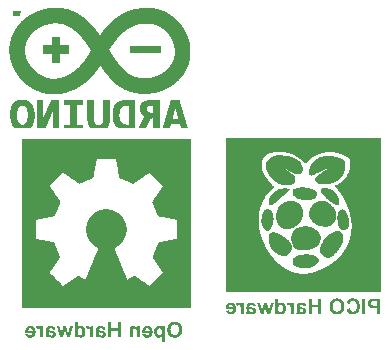
<source format=gbo>
G04*
G04 #@! TF.GenerationSoftware,Altium Limited,Altium Designer,20.0.2 (26)*
G04*
G04 Layer_Color=32896*
%FSLAX25Y25*%
%MOIN*%
G70*
G01*
G75*
%ADD142C,0.00050*%
%ADD143C,0.00080*%
%ADD144C,0.00100*%
G36*
X127499Y-121500D02*
X126460D01*
Y-119258D01*
X124437D01*
Y-121500D01*
X123398D01*
Y-116369D01*
X124437D01*
Y-118392D01*
X126460D01*
Y-116369D01*
X127499D01*
Y-121500D01*
D02*
G37*
G36*
X121141Y-117712D02*
X121259Y-117728D01*
X121360Y-117743D01*
X121462Y-117767D01*
X121547Y-117790D01*
X121633Y-117814D01*
X121704Y-117837D01*
X121766Y-117860D01*
X121821Y-117884D01*
X121868Y-117907D01*
X121907Y-117931D01*
X121938Y-117947D01*
X121961Y-117962D01*
X121969Y-117970D01*
X121977D01*
X122102Y-118079D01*
X122211Y-118204D01*
X122305Y-118329D01*
X122375Y-118462D01*
X122422Y-118579D01*
X122461Y-118673D01*
X122477Y-118704D01*
X122485Y-118735D01*
X122493Y-118751D01*
Y-118759D01*
X121610Y-118923D01*
X121579Y-118837D01*
X121540Y-118759D01*
X121501Y-118696D01*
X121462Y-118649D01*
X121430Y-118610D01*
X121399Y-118587D01*
X121384Y-118571D01*
X121376Y-118563D01*
X121313Y-118524D01*
X121251Y-118501D01*
X121110Y-118470D01*
X121055Y-118462D01*
X121009Y-118454D01*
X120962D01*
X120829Y-118462D01*
X120712Y-118470D01*
X120618Y-118493D01*
X120548Y-118517D01*
X120493Y-118540D01*
X120462Y-118556D01*
X120439Y-118571D01*
X120431Y-118579D01*
X120384Y-118634D01*
X120353Y-118696D01*
X120321Y-118759D01*
X120306Y-118829D01*
X120298Y-118892D01*
X120290Y-118938D01*
Y-118970D01*
Y-118985D01*
Y-119079D01*
X120345Y-119102D01*
X120407Y-119126D01*
X120556Y-119165D01*
X120712Y-119204D01*
X120868Y-119243D01*
X121017Y-119274D01*
X121079Y-119290D01*
X121141Y-119298D01*
X121188Y-119305D01*
X121220Y-119313D01*
X121243Y-119321D01*
X121251D01*
X121430Y-119360D01*
X121587Y-119399D01*
X121719Y-119438D01*
X121829Y-119477D01*
X121915Y-119508D01*
X121977Y-119532D01*
X122016Y-119547D01*
X122032Y-119555D01*
X122125Y-119610D01*
X122211Y-119673D01*
X122282Y-119735D01*
X122336Y-119797D01*
X122383Y-119852D01*
X122414Y-119899D01*
X122438Y-119930D01*
X122446Y-119938D01*
X122493Y-120032D01*
X122532Y-120125D01*
X122555Y-120219D01*
X122578Y-120305D01*
X122586Y-120383D01*
X122594Y-120438D01*
Y-120477D01*
Y-120492D01*
X122578Y-120664D01*
X122539Y-120820D01*
X122493Y-120953D01*
X122430Y-121071D01*
X122368Y-121164D01*
X122321Y-121235D01*
X122282Y-121274D01*
X122266Y-121289D01*
X122133Y-121391D01*
X121985Y-121469D01*
X121836Y-121516D01*
X121688Y-121555D01*
X121563Y-121578D01*
X121501Y-121586D01*
X121454D01*
X121415Y-121594D01*
X121360D01*
X121243Y-121586D01*
X121126Y-121578D01*
X121024Y-121555D01*
X120938Y-121531D01*
X120860Y-121516D01*
X120798Y-121492D01*
X120766Y-121484D01*
X120751Y-121477D01*
X120642Y-121422D01*
X120548Y-121367D01*
X120454Y-121305D01*
X120376Y-121242D01*
X120306Y-121188D01*
X120259Y-121141D01*
X120220Y-121109D01*
X120212Y-121102D01*
X120204Y-121133D01*
X120196Y-121172D01*
X120181Y-121203D01*
Y-121211D01*
Y-121219D01*
X120157Y-121281D01*
X120142Y-121344D01*
X120118Y-121391D01*
X120103Y-121430D01*
X120095Y-121461D01*
X120087Y-121484D01*
X120079Y-121492D01*
Y-121500D01*
X119111Y-121500D01*
X119158Y-121398D01*
X119197Y-121313D01*
X119228Y-121227D01*
X119251Y-121156D01*
X119267Y-121094D01*
X119283Y-121047D01*
X119290Y-121016D01*
Y-121008D01*
X119306Y-120906D01*
X119314Y-120797D01*
X119330Y-120672D01*
Y-120555D01*
X119337Y-120446D01*
Y-120360D01*
Y-120328D01*
Y-120305D01*
Y-120290D01*
Y-120282D01*
X119322Y-119141D01*
Y-119024D01*
X119330Y-118923D01*
X119337Y-118821D01*
X119345Y-118735D01*
X119353Y-118649D01*
X119361Y-118579D01*
X119376Y-118517D01*
X119384Y-118462D01*
X119415Y-118368D01*
X119431Y-118306D01*
X119447Y-118267D01*
X119454Y-118259D01*
X119509Y-118173D01*
X119579Y-118095D01*
X119658Y-118025D01*
X119728Y-117970D01*
X119798Y-117923D01*
X119853Y-117892D01*
X119892Y-117868D01*
X119907Y-117860D01*
X119970Y-117829D01*
X120040Y-117806D01*
X120196Y-117767D01*
X120360Y-117743D01*
X120517Y-117720D01*
X120665Y-117712D01*
X120728D01*
X120782Y-117704D01*
X121024D01*
X121141Y-117712D01*
D02*
G37*
G36*
X104428Y-117712D02*
X104545Y-117728D01*
X104647Y-117743D01*
X104748Y-117767D01*
X104834Y-117790D01*
X104920Y-117814D01*
X104990Y-117837D01*
X105053Y-117860D01*
X105107Y-117884D01*
X105154Y-117907D01*
X105193Y-117931D01*
X105225Y-117947D01*
X105248Y-117962D01*
X105256Y-117970D01*
X105264D01*
X105389Y-118079D01*
X105498Y-118204D01*
X105592Y-118329D01*
X105662Y-118462D01*
X105709Y-118579D01*
X105748Y-118673D01*
X105763Y-118704D01*
X105771Y-118735D01*
X105779Y-118751D01*
Y-118759D01*
X104897Y-118923D01*
X104865Y-118837D01*
X104826Y-118759D01*
X104787Y-118696D01*
X104748Y-118649D01*
X104717Y-118610D01*
X104686Y-118587D01*
X104670Y-118571D01*
X104662Y-118563D01*
X104600Y-118524D01*
X104537Y-118501D01*
X104397Y-118470D01*
X104342Y-118462D01*
X104295Y-118454D01*
X104248D01*
X104116Y-118462D01*
X103998Y-118470D01*
X103905Y-118493D01*
X103834Y-118517D01*
X103780Y-118540D01*
X103749Y-118556D01*
X103725Y-118571D01*
X103717Y-118579D01*
X103670Y-118634D01*
X103639Y-118696D01*
X103608Y-118759D01*
X103592Y-118829D01*
X103585Y-118892D01*
X103577Y-118938D01*
Y-118970D01*
Y-118985D01*
Y-119079D01*
X103631Y-119102D01*
X103694Y-119126D01*
X103842Y-119165D01*
X103998Y-119204D01*
X104155Y-119243D01*
X104303Y-119274D01*
X104366Y-119290D01*
X104428Y-119298D01*
X104475Y-119305D01*
X104506Y-119313D01*
X104530Y-119321D01*
X104537D01*
X104717Y-119360D01*
X104873Y-119399D01*
X105006Y-119438D01*
X105115Y-119477D01*
X105201Y-119509D01*
X105264Y-119532D01*
X105303Y-119547D01*
X105318Y-119555D01*
X105412Y-119610D01*
X105498Y-119673D01*
X105568Y-119735D01*
X105623Y-119797D01*
X105670Y-119852D01*
X105701Y-119899D01*
X105725Y-119930D01*
X105732Y-119938D01*
X105779Y-120032D01*
X105818Y-120125D01*
X105842Y-120219D01*
X105865Y-120305D01*
X105873Y-120383D01*
X105881Y-120438D01*
Y-120477D01*
Y-120492D01*
X105865Y-120664D01*
X105826Y-120820D01*
X105779Y-120953D01*
X105717Y-121071D01*
X105654Y-121164D01*
X105607Y-121235D01*
X105568Y-121274D01*
X105553Y-121289D01*
X105420Y-121391D01*
X105271Y-121469D01*
X105123Y-121516D01*
X104975Y-121555D01*
X104850Y-121578D01*
X104787Y-121586D01*
X104740D01*
X104701Y-121594D01*
X104647D01*
X104530Y-121586D01*
X104412Y-121578D01*
X104311Y-121555D01*
X104225Y-121531D01*
X104147Y-121516D01*
X104084Y-121492D01*
X104053Y-121484D01*
X104037Y-121477D01*
X103928Y-121422D01*
X103834Y-121367D01*
X103741Y-121305D01*
X103663Y-121242D01*
X103592Y-121188D01*
X103545Y-121141D01*
X103506Y-121109D01*
X103499Y-121102D01*
X103491Y-121133D01*
X103483Y-121172D01*
X103467Y-121203D01*
Y-121211D01*
Y-121219D01*
X103444Y-121281D01*
X103428Y-121344D01*
X103405Y-121391D01*
X103389Y-121430D01*
X103382Y-121461D01*
X103374Y-121484D01*
X103366Y-121492D01*
Y-121500D01*
X102397D01*
X102444Y-121398D01*
X102483Y-121313D01*
X102515Y-121227D01*
X102538Y-121156D01*
X102554Y-121094D01*
X102569Y-121047D01*
X102577Y-121016D01*
Y-121008D01*
X102593Y-120906D01*
X102601Y-120797D01*
X102616Y-120672D01*
Y-120555D01*
X102624Y-120446D01*
Y-120360D01*
Y-120328D01*
Y-120305D01*
Y-120290D01*
Y-120282D01*
X102608Y-119141D01*
Y-119024D01*
X102616Y-118923D01*
X102624Y-118821D01*
X102632Y-118735D01*
X102639Y-118649D01*
X102647Y-118579D01*
X102663Y-118517D01*
X102671Y-118462D01*
X102702Y-118368D01*
X102718Y-118306D01*
X102733Y-118267D01*
X102741Y-118259D01*
X102796Y-118173D01*
X102866Y-118095D01*
X102944Y-118025D01*
X103014Y-117970D01*
X103085Y-117923D01*
X103139Y-117892D01*
X103178Y-117868D01*
X103194Y-117860D01*
X103256Y-117829D01*
X103327Y-117806D01*
X103483Y-117767D01*
X103647Y-117743D01*
X103803Y-117720D01*
X103952Y-117712D01*
X104014D01*
X104069Y-117704D01*
X104311D01*
X104428Y-117712D01*
D02*
G37*
G36*
X110504Y-121500D02*
X109551D01*
X108919Y-119110D01*
X108278Y-121500D01*
X107333D01*
X106138Y-117782D01*
X107107D01*
X107818Y-120219D01*
X108434Y-117782D01*
X109387D01*
X110028Y-120219D01*
X110723Y-117782D01*
X111676D01*
X110504Y-121500D01*
D02*
G37*
G36*
X136582Y-117712D02*
X136715Y-117728D01*
X136832Y-117751D01*
X136949Y-117790D01*
X137058Y-117829D01*
X137160Y-117868D01*
X137246Y-117923D01*
X137331Y-117970D01*
X137410Y-118017D01*
X137472Y-118064D01*
X137535Y-118111D01*
X137582Y-118149D01*
X137620Y-118189D01*
X137644Y-118212D01*
X137660Y-118228D01*
X137667Y-118235D01*
X137753Y-118337D01*
X137824Y-118446D01*
X137886Y-118563D01*
X137941Y-118681D01*
X137988Y-118806D01*
X138027Y-118923D01*
X138081Y-119157D01*
X138105Y-119258D01*
X138120Y-119360D01*
X138128Y-119454D01*
X138136Y-119524D01*
X138144Y-119594D01*
Y-119641D01*
Y-119673D01*
Y-119680D01*
X138136Y-119821D01*
X138128Y-119954D01*
X138089Y-120203D01*
X138058Y-120321D01*
X138027Y-120422D01*
X137995Y-120524D01*
X137964Y-120610D01*
X137933Y-120688D01*
X137902Y-120758D01*
X137870Y-120820D01*
X137839Y-120867D01*
X137816Y-120906D01*
X137800Y-120938D01*
X137785Y-120953D01*
Y-120961D01*
X137691Y-121071D01*
X137589Y-121172D01*
X137480Y-121258D01*
X137363Y-121328D01*
X137246Y-121391D01*
X137121Y-121438D01*
X137004Y-121484D01*
X136886Y-121516D01*
X136777Y-121539D01*
X136676Y-121563D01*
X136590Y-121570D01*
X136504Y-121586D01*
X136441D01*
X136387Y-121594D01*
X136347D01*
X136129Y-121578D01*
X135933Y-121547D01*
X135762Y-121508D01*
X135613Y-121453D01*
X135496Y-121398D01*
X135442Y-121375D01*
X135403Y-121359D01*
X135371Y-121336D01*
X135348Y-121328D01*
X135340Y-121313D01*
X135332D01*
X135192Y-121195D01*
X135067Y-121063D01*
X134965Y-120930D01*
X134879Y-120797D01*
X134817Y-120680D01*
X134785Y-120625D01*
X134770Y-120578D01*
X134754Y-120547D01*
X134739Y-120516D01*
X134731Y-120500D01*
Y-120492D01*
X135707Y-120328D01*
X135738Y-120430D01*
X135777Y-120508D01*
X135824Y-120578D01*
X135863Y-120633D01*
X135895Y-120680D01*
X135926Y-120711D01*
X135941Y-120727D01*
X135949Y-120735D01*
X136012Y-120774D01*
X136074Y-120805D01*
X136144Y-120828D01*
X136199Y-120844D01*
X136254Y-120852D01*
X136301Y-120860D01*
X136340D01*
X136457Y-120852D01*
X136566Y-120820D01*
X136668Y-120782D01*
X136746Y-120735D01*
X136816Y-120696D01*
X136863Y-120657D01*
X136894Y-120625D01*
X136902Y-120617D01*
X136980Y-120516D01*
X137035Y-120407D01*
X137074Y-120297D01*
X137105Y-120180D01*
X137121Y-120086D01*
X137128Y-120001D01*
X137136Y-119969D01*
Y-119946D01*
Y-119938D01*
Y-119930D01*
X134676D01*
Y-119727D01*
X134692Y-119532D01*
X134715Y-119360D01*
X134739Y-119196D01*
X134778Y-119048D01*
X134817Y-118907D01*
X134856Y-118782D01*
X134903Y-118673D01*
X134942Y-118571D01*
X134988Y-118493D01*
X135028Y-118423D01*
X135059Y-118360D01*
X135090Y-118314D01*
X135114Y-118282D01*
X135129Y-118267D01*
X135137Y-118259D01*
X135231Y-118157D01*
X135332Y-118079D01*
X135434Y-118001D01*
X135543Y-117939D01*
X135652Y-117884D01*
X135762Y-117837D01*
X135871Y-117806D01*
X135973Y-117775D01*
X136066Y-117751D01*
X136160Y-117736D01*
X136238Y-117720D01*
X136308Y-117712D01*
X136371Y-117704D01*
X136449D01*
X136582Y-117712D01*
D02*
G37*
G36*
X97579Y-117712D02*
X97711Y-117728D01*
X97829Y-117751D01*
X97946Y-117790D01*
X98055Y-117829D01*
X98157Y-117868D01*
X98242Y-117923D01*
X98328Y-117970D01*
X98406Y-118017D01*
X98469Y-118064D01*
X98532Y-118111D01*
X98578Y-118149D01*
X98617Y-118189D01*
X98641Y-118212D01*
X98656Y-118228D01*
X98664Y-118235D01*
X98750Y-118337D01*
X98820Y-118446D01*
X98883Y-118563D01*
X98938Y-118681D01*
X98984Y-118806D01*
X99023Y-118923D01*
X99078Y-119157D01*
X99102Y-119258D01*
X99117Y-119360D01*
X99125Y-119454D01*
X99133Y-119524D01*
X99141Y-119594D01*
Y-119641D01*
Y-119673D01*
Y-119680D01*
X99133Y-119821D01*
X99125Y-119954D01*
X99086Y-120203D01*
X99055Y-120321D01*
X99023Y-120422D01*
X98992Y-120524D01*
X98961Y-120610D01*
X98930Y-120688D01*
X98899Y-120758D01*
X98867Y-120820D01*
X98836Y-120867D01*
X98813Y-120906D01*
X98797Y-120938D01*
X98781Y-120953D01*
Y-120961D01*
X98688Y-121071D01*
X98586Y-121172D01*
X98477Y-121258D01*
X98360Y-121328D01*
X98242Y-121391D01*
X98118Y-121438D01*
X98000Y-121484D01*
X97883Y-121516D01*
X97774Y-121539D01*
X97672Y-121563D01*
X97587Y-121570D01*
X97500Y-121586D01*
X97438D01*
X97383Y-121594D01*
X97344D01*
X97126Y-121578D01*
X96930Y-121547D01*
X96759Y-121508D01*
X96610Y-121453D01*
X96493Y-121398D01*
X96438Y-121375D01*
X96399Y-121359D01*
X96368Y-121336D01*
X96345Y-121328D01*
X96337Y-121313D01*
X96329D01*
X96188Y-121195D01*
X96064Y-121063D01*
X95962Y-120930D01*
X95876Y-120797D01*
X95814Y-120680D01*
X95782Y-120625D01*
X95767Y-120578D01*
X95751Y-120547D01*
X95736Y-120516D01*
X95728Y-120500D01*
Y-120492D01*
X96704Y-120328D01*
X96735Y-120430D01*
X96774Y-120508D01*
X96821Y-120578D01*
X96860Y-120633D01*
X96891Y-120680D01*
X96923Y-120711D01*
X96938Y-120727D01*
X96946Y-120735D01*
X97009Y-120774D01*
X97071Y-120805D01*
X97141Y-120828D01*
X97196Y-120844D01*
X97251Y-120852D01*
X97298Y-120860D01*
X97337D01*
X97454Y-120852D01*
X97563Y-120820D01*
X97664Y-120782D01*
X97743Y-120735D01*
X97813Y-120696D01*
X97860Y-120657D01*
X97891Y-120625D01*
X97899Y-120617D01*
X97977Y-120516D01*
X98032Y-120407D01*
X98071Y-120297D01*
X98102Y-120180D01*
X98118Y-120086D01*
X98125Y-120001D01*
X98133Y-119969D01*
Y-119946D01*
Y-119938D01*
Y-119930D01*
X95673D01*
Y-119727D01*
X95689Y-119532D01*
X95712Y-119360D01*
X95736Y-119196D01*
X95775Y-119048D01*
X95814Y-118907D01*
X95853Y-118782D01*
X95899Y-118673D01*
X95938Y-118571D01*
X95985Y-118493D01*
X96025Y-118423D01*
X96056Y-118360D01*
X96087Y-118314D01*
X96110Y-118282D01*
X96126Y-118267D01*
X96134Y-118259D01*
X96228Y-118157D01*
X96329Y-118079D01*
X96431Y-118001D01*
X96540Y-117939D01*
X96649Y-117884D01*
X96759Y-117837D01*
X96868Y-117806D01*
X96969Y-117775D01*
X97063Y-117751D01*
X97157Y-117736D01*
X97235Y-117720D01*
X97305Y-117712D01*
X97368Y-117704D01*
X97446D01*
X97579Y-117712D01*
D02*
G37*
G36*
X131888Y-117712D02*
X132021Y-117728D01*
X132138Y-117759D01*
X132255Y-117798D01*
X132364Y-117853D01*
X132466Y-117900D01*
X132552Y-117962D01*
X132638Y-118017D01*
X132716Y-118071D01*
X132778Y-118134D01*
X132841Y-118181D01*
X132888Y-118228D01*
X132927Y-118274D01*
X132950Y-118306D01*
X132966Y-118321D01*
X132974Y-118329D01*
Y-117782D01*
X133887D01*
Y-121500D01*
X132903D01*
Y-119821D01*
Y-119711D01*
Y-119602D01*
X132896Y-119508D01*
Y-119422D01*
X132888Y-119344D01*
X132880Y-119274D01*
X132872Y-119212D01*
X132864Y-119157D01*
X132856Y-119071D01*
X132841Y-119016D01*
X132833Y-118977D01*
Y-118970D01*
X132802Y-118884D01*
X132755Y-118813D01*
X132708Y-118751D01*
X132669Y-118696D01*
X132622Y-118649D01*
X132591Y-118618D01*
X132567Y-118603D01*
X132560Y-118595D01*
X132482Y-118548D01*
X132403Y-118517D01*
X132325Y-118485D01*
X132255Y-118470D01*
X132193Y-118462D01*
X132146Y-118454D01*
X132099D01*
X132028Y-118462D01*
X131966Y-118470D01*
X131904Y-118485D01*
X131857Y-118501D01*
X131818Y-118524D01*
X131786Y-118540D01*
X131771Y-118548D01*
X131763Y-118556D01*
X131669Y-118641D01*
X131607Y-118735D01*
X131583Y-118774D01*
X131568Y-118806D01*
X131560Y-118829D01*
Y-118837D01*
X131544Y-118876D01*
X131536Y-118923D01*
X131521Y-119032D01*
X131505Y-119157D01*
X131498Y-119290D01*
X131490Y-119407D01*
Y-119462D01*
Y-119516D01*
Y-119555D01*
Y-119587D01*
Y-119602D01*
Y-119610D01*
Y-121500D01*
X130506D01*
Y-119196D01*
Y-119048D01*
X130513Y-118915D01*
X130521Y-118798D01*
X130529Y-118704D01*
X130545Y-118634D01*
X130552Y-118579D01*
X130560Y-118548D01*
Y-118540D01*
X130584Y-118454D01*
X130615Y-118376D01*
X130646Y-118306D01*
X130677Y-118243D01*
X130709Y-118196D01*
X130732Y-118157D01*
X130748Y-118134D01*
X130755Y-118126D01*
X130810Y-118056D01*
X130880Y-118001D01*
X130943Y-117947D01*
X131013Y-117900D01*
X131068Y-117868D01*
X131115Y-117845D01*
X131146Y-117829D01*
X131162Y-117822D01*
X131263Y-117782D01*
X131365Y-117751D01*
X131466Y-117736D01*
X131560Y-117720D01*
X131638Y-117712D01*
X131701Y-117704D01*
X131755D01*
X131888Y-117712D01*
D02*
G37*
G36*
X116729Y-117712D02*
X116807Y-117720D01*
X116877Y-117743D01*
X116940Y-117759D01*
X116994Y-117782D01*
X117033Y-117806D01*
X117057Y-117814D01*
X117065Y-117822D01*
X117135Y-117876D01*
X117213Y-117947D01*
X117283Y-118025D01*
X117346Y-118111D01*
X117400Y-118189D01*
X117447Y-118251D01*
X117479Y-118298D01*
X117486Y-118306D01*
Y-117782D01*
X118400D01*
Y-121500D01*
X117416D01*
Y-120360D01*
Y-120188D01*
Y-120032D01*
X117408Y-119891D01*
X117400Y-119766D01*
Y-119649D01*
X117393Y-119547D01*
X117385Y-119462D01*
X117377Y-119384D01*
X117369Y-119321D01*
X117361Y-119258D01*
X117354Y-119212D01*
Y-119180D01*
X117346Y-119149D01*
X117338Y-119134D01*
Y-119118D01*
X117307Y-119016D01*
X117268Y-118930D01*
X117229Y-118852D01*
X117190Y-118798D01*
X117158Y-118759D01*
X117135Y-118728D01*
X117119Y-118712D01*
X117111Y-118704D01*
X117057Y-118665D01*
X116994Y-118634D01*
X116932Y-118618D01*
X116877Y-118603D01*
X116830Y-118595D01*
X116791Y-118587D01*
X116760D01*
X116674Y-118595D01*
X116596Y-118610D01*
X116518Y-118642D01*
X116440Y-118665D01*
X116385Y-118696D01*
X116330Y-118728D01*
X116299Y-118743D01*
X116291Y-118751D01*
X115987Y-117892D01*
X116104Y-117829D01*
X116221Y-117782D01*
X116338Y-117751D01*
X116432Y-117728D01*
X116518Y-117712D01*
X116588Y-117704D01*
X116643D01*
X116729Y-117712D01*
D02*
G37*
G36*
X100015D02*
X100093Y-117720D01*
X100164Y-117743D01*
X100226Y-117759D01*
X100281Y-117782D01*
X100320Y-117806D01*
X100343Y-117814D01*
X100351Y-117822D01*
X100422Y-117876D01*
X100500Y-117947D01*
X100570Y-118025D01*
X100632Y-118111D01*
X100687Y-118189D01*
X100734Y-118251D01*
X100765Y-118298D01*
X100773Y-118306D01*
Y-117782D01*
X101687D01*
Y-121500D01*
X100703D01*
Y-120360D01*
Y-120188D01*
Y-120032D01*
X100695Y-119891D01*
X100687Y-119766D01*
Y-119649D01*
X100679Y-119547D01*
X100671Y-119462D01*
X100664Y-119384D01*
X100656Y-119321D01*
X100648Y-119258D01*
X100640Y-119212D01*
Y-119180D01*
X100632Y-119149D01*
X100625Y-119134D01*
Y-119118D01*
X100593Y-119016D01*
X100554Y-118930D01*
X100515Y-118852D01*
X100476Y-118798D01*
X100445Y-118759D01*
X100422Y-118728D01*
X100406Y-118712D01*
X100398Y-118704D01*
X100343Y-118665D01*
X100281Y-118634D01*
X100218Y-118618D01*
X100164Y-118603D01*
X100117Y-118595D01*
X100078Y-118587D01*
X100047D01*
X99961Y-118595D01*
X99883Y-118610D01*
X99805Y-118642D01*
X99726Y-118665D01*
X99672Y-118696D01*
X99617Y-118728D01*
X99586Y-118743D01*
X99578Y-118751D01*
X99273Y-117892D01*
X99391Y-117829D01*
X99508Y-117782D01*
X99625Y-117751D01*
X99719Y-117728D01*
X99805Y-117712D01*
X99875Y-117704D01*
X99929D01*
X100015Y-117712D01*
D02*
G37*
G36*
X145751Y-116291D02*
X145962Y-116314D01*
X146149Y-116353D01*
X146313Y-116384D01*
X146383Y-116408D01*
X146446Y-116423D01*
X146501Y-116447D01*
X146547Y-116463D01*
X146586Y-116470D01*
X146610Y-116486D01*
X146625Y-116494D01*
X146633D01*
X146766Y-116556D01*
X146891Y-116627D01*
X147000Y-116705D01*
X147102Y-116783D01*
X147180Y-116845D01*
X147242Y-116900D01*
X147282Y-116939D01*
X147297Y-116955D01*
X147399Y-117072D01*
X147500Y-117197D01*
X147578Y-117314D01*
X147649Y-117423D01*
X147703Y-117517D01*
X147742Y-117595D01*
X147766Y-117642D01*
X147774Y-117650D01*
Y-117657D01*
X147852Y-117868D01*
X147906Y-118087D01*
X147945Y-118306D01*
X147969Y-118517D01*
X147984Y-118610D01*
Y-118696D01*
X147992Y-118774D01*
X148000Y-118845D01*
Y-118899D01*
Y-118938D01*
Y-118970D01*
Y-118977D01*
X147992Y-119204D01*
X147969Y-119415D01*
X147938Y-119610D01*
X147898Y-119797D01*
X147844Y-119969D01*
X147789Y-120125D01*
X147727Y-120266D01*
X147664Y-120399D01*
X147602Y-120516D01*
X147539Y-120617D01*
X147485Y-120703D01*
X147430Y-120774D01*
X147391Y-120828D01*
X147360Y-120867D01*
X147336Y-120891D01*
X147328Y-120899D01*
X147196Y-121024D01*
X147055Y-121125D01*
X146914Y-121219D01*
X146758Y-121297D01*
X146610Y-121367D01*
X146461Y-121422D01*
X146313Y-121469D01*
X146172Y-121508D01*
X146040Y-121539D01*
X145915Y-121555D01*
X145798Y-121570D01*
X145704Y-121586D01*
X145626D01*
X145563Y-121594D01*
X145516D01*
X145306Y-121586D01*
X145110Y-121563D01*
X144931Y-121531D01*
X144759Y-121484D01*
X144595Y-121430D01*
X144447Y-121375D01*
X144314Y-121313D01*
X144189Y-121242D01*
X144079Y-121180D01*
X143986Y-121117D01*
X143900Y-121063D01*
X143837Y-121008D01*
X143783Y-120961D01*
X143744Y-120930D01*
X143720Y-120906D01*
X143712Y-120899D01*
X143595Y-120758D01*
X143486Y-120610D01*
X143400Y-120454D01*
X143322Y-120297D01*
X143252Y-120133D01*
X143197Y-119969D01*
X143150Y-119813D01*
X143119Y-119657D01*
X143087Y-119516D01*
X143072Y-119376D01*
X143056Y-119258D01*
X143041Y-119149D01*
Y-119063D01*
X143033Y-119001D01*
Y-118962D01*
Y-118946D01*
X143041Y-118720D01*
X143064Y-118501D01*
X143095Y-118298D01*
X143142Y-118111D01*
X143189Y-117939D01*
X143244Y-117782D01*
X143306Y-117634D01*
X143369Y-117501D01*
X143439Y-117384D01*
X143494Y-117283D01*
X143556Y-117197D01*
X143603Y-117126D01*
X143650Y-117064D01*
X143681Y-117025D01*
X143704Y-117001D01*
X143712Y-116994D01*
X143845Y-116869D01*
X143986Y-116759D01*
X144134Y-116666D01*
X144282Y-116580D01*
X144431Y-116517D01*
X144587Y-116455D01*
X144728Y-116408D01*
X144876Y-116369D01*
X145009Y-116345D01*
X145134Y-116322D01*
X145243Y-116306D01*
X145337Y-116291D01*
X145415D01*
X145477Y-116283D01*
X145524D01*
X145751Y-116291D01*
D02*
G37*
G36*
X113144Y-118228D02*
X113230Y-118134D01*
X113324Y-118056D01*
X113417Y-117985D01*
X113503Y-117923D01*
X113597Y-117876D01*
X113691Y-117829D01*
X113855Y-117767D01*
X114003Y-117736D01*
X114066Y-117720D01*
X114120Y-117712D01*
X114159Y-117704D01*
X114222D01*
X114347Y-117712D01*
X114464Y-117728D01*
X114581Y-117751D01*
X114682Y-117782D01*
X114878Y-117860D01*
X114964Y-117907D01*
X115042Y-117954D01*
X115104Y-118001D01*
X115167Y-118048D01*
X115221Y-118087D01*
X115268Y-118126D01*
X115299Y-118157D01*
X115323Y-118181D01*
X115339Y-118196D01*
X115346Y-118204D01*
X115425Y-118298D01*
X115487Y-118407D01*
X115550Y-118517D01*
X115596Y-118634D01*
X115674Y-118876D01*
X115729Y-119110D01*
X115745Y-119212D01*
X115760Y-119313D01*
X115768Y-119407D01*
X115776Y-119485D01*
X115784Y-119547D01*
Y-119602D01*
Y-119633D01*
Y-119641D01*
X115776Y-119805D01*
X115760Y-119969D01*
X115745Y-120118D01*
X115714Y-120250D01*
X115682Y-120383D01*
X115643Y-120500D01*
X115596Y-120610D01*
X115557Y-120703D01*
X115518Y-120789D01*
X115471Y-120867D01*
X115432Y-120930D01*
X115401Y-120984D01*
X115370Y-121024D01*
X115346Y-121055D01*
X115339Y-121071D01*
X115331Y-121078D01*
X115245Y-121172D01*
X115151Y-121250D01*
X115065Y-121320D01*
X114971Y-121375D01*
X114878Y-121430D01*
X114784Y-121469D01*
X114612Y-121531D01*
X114464Y-121563D01*
X114401Y-121578D01*
X114347Y-121586D01*
X114300Y-121594D01*
X114237D01*
X114120Y-121586D01*
X114011Y-121570D01*
X113901Y-121547D01*
X113808Y-121516D01*
X113730Y-121484D01*
X113675Y-121461D01*
X113636Y-121445D01*
X113620Y-121438D01*
X113503Y-121367D01*
X113402Y-121297D01*
X113308Y-121211D01*
X113230Y-121141D01*
X113167Y-121071D01*
X113113Y-121016D01*
X113082Y-120977D01*
X113074Y-120961D01*
Y-121500D01*
X112160D01*
Y-116369D01*
X113144D01*
Y-118228D01*
D02*
G37*
G36*
X140323Y-117712D02*
X140455Y-117736D01*
X140573Y-117759D01*
X140666Y-117790D01*
X140752Y-117829D01*
X140815Y-117853D01*
X140854Y-117876D01*
X140869Y-117884D01*
X140979Y-117954D01*
X141072Y-118025D01*
X141151Y-118103D01*
X141221Y-118173D01*
X141276Y-118235D01*
X141315Y-118282D01*
X141338Y-118314D01*
X141346Y-118329D01*
Y-117782D01*
X142260D01*
Y-122921D01*
X141276D01*
Y-121055D01*
X141174Y-121156D01*
X141080Y-121242D01*
X140987Y-121320D01*
X140909Y-121375D01*
X140846Y-121422D01*
X140799Y-121453D01*
X140760Y-121469D01*
X140752Y-121477D01*
X140659Y-121516D01*
X140557Y-121547D01*
X140463Y-121563D01*
X140377Y-121578D01*
X140307Y-121586D01*
X140252Y-121594D01*
X140198D01*
X140081Y-121586D01*
X139963Y-121570D01*
X139854Y-121547D01*
X139753Y-121516D01*
X139565Y-121430D01*
X139401Y-121336D01*
X139339Y-121289D01*
X139276Y-121242D01*
X139222Y-121195D01*
X139175Y-121156D01*
X139144Y-121125D01*
X139120Y-121102D01*
X139104Y-121086D01*
X139097Y-121078D01*
X139018Y-120977D01*
X138940Y-120867D01*
X138886Y-120750D01*
X138831Y-120633D01*
X138784Y-120516D01*
X138745Y-120391D01*
X138690Y-120165D01*
X138675Y-120055D01*
X138659Y-119954D01*
X138651Y-119868D01*
X138644Y-119790D01*
X138636Y-119719D01*
Y-119673D01*
Y-119641D01*
Y-119633D01*
X138644Y-119469D01*
X138651Y-119313D01*
X138675Y-119165D01*
X138706Y-119032D01*
X138737Y-118907D01*
X138776Y-118790D01*
X138823Y-118681D01*
X138862Y-118587D01*
X138901Y-118501D01*
X138948Y-118431D01*
X138987Y-118368D01*
X139018Y-118314D01*
X139050Y-118274D01*
X139065Y-118243D01*
X139081Y-118228D01*
X139089Y-118220D01*
X139175Y-118126D01*
X139268Y-118048D01*
X139362Y-117978D01*
X139448Y-117923D01*
X139542Y-117868D01*
X139636Y-117829D01*
X139807Y-117767D01*
X139963Y-117728D01*
X140026Y-117720D01*
X140081Y-117712D01*
X140128Y-117704D01*
X140190D01*
X140323Y-117712D01*
D02*
G37*
G36*
X194332Y-113700D02*
X193293D01*
Y-111459D01*
X191270D01*
Y-113700D01*
X190232D01*
Y-108569D01*
X191270D01*
Y-110592D01*
X193293D01*
Y-108569D01*
X194332D01*
Y-113700D01*
D02*
G37*
G36*
X187974Y-109912D02*
X188092Y-109928D01*
X188193Y-109943D01*
X188295Y-109967D01*
X188381Y-109990D01*
X188467Y-110014D01*
X188537Y-110037D01*
X188599Y-110061D01*
X188654Y-110084D01*
X188701Y-110107D01*
X188740Y-110131D01*
X188771Y-110146D01*
X188795Y-110162D01*
X188802Y-110170D01*
X188810D01*
X188935Y-110279D01*
X189044Y-110404D01*
X189138Y-110529D01*
X189208Y-110662D01*
X189255Y-110779D01*
X189294Y-110873D01*
X189310Y-110904D01*
X189318Y-110935D01*
X189326Y-110951D01*
Y-110959D01*
X188443Y-111123D01*
X188412Y-111037D01*
X188373Y-110959D01*
X188334Y-110896D01*
X188295Y-110849D01*
X188263Y-110810D01*
X188232Y-110787D01*
X188216Y-110771D01*
X188209Y-110763D01*
X188146Y-110724D01*
X188084Y-110701D01*
X187943Y-110670D01*
X187889Y-110662D01*
X187842Y-110654D01*
X187795D01*
X187662Y-110662D01*
X187545Y-110670D01*
X187451Y-110693D01*
X187381Y-110717D01*
X187326Y-110740D01*
X187295Y-110756D01*
X187271Y-110771D01*
X187264Y-110779D01*
X187217Y-110834D01*
X187186Y-110896D01*
X187154Y-110959D01*
X187139Y-111029D01*
X187131Y-111091D01*
X187123Y-111138D01*
Y-111170D01*
Y-111185D01*
Y-111279D01*
X187178Y-111302D01*
X187240Y-111326D01*
X187389Y-111365D01*
X187545Y-111404D01*
X187701Y-111443D01*
X187849Y-111474D01*
X187912Y-111490D01*
X187974Y-111498D01*
X188021Y-111505D01*
X188052Y-111513D01*
X188076Y-111521D01*
X188084D01*
X188263Y-111560D01*
X188420Y-111599D01*
X188552Y-111638D01*
X188662Y-111677D01*
X188748Y-111708D01*
X188810Y-111732D01*
X188849Y-111748D01*
X188865Y-111755D01*
X188959Y-111810D01*
X189044Y-111872D01*
X189115Y-111935D01*
X189169Y-111997D01*
X189216Y-112052D01*
X189248Y-112099D01*
X189271Y-112130D01*
X189279Y-112138D01*
X189326Y-112232D01*
X189365Y-112325D01*
X189388Y-112419D01*
X189411Y-112505D01*
X189419Y-112583D01*
X189427Y-112638D01*
Y-112677D01*
Y-112692D01*
X189411Y-112864D01*
X189372Y-113021D01*
X189326Y-113153D01*
X189263Y-113270D01*
X189201Y-113364D01*
X189154Y-113435D01*
X189115Y-113473D01*
X189099Y-113489D01*
X188966Y-113591D01*
X188818Y-113669D01*
X188670Y-113716D01*
X188521Y-113755D01*
X188396Y-113778D01*
X188334Y-113786D01*
X188287D01*
X188248Y-113794D01*
X188193D01*
X188076Y-113786D01*
X187959Y-113778D01*
X187857Y-113755D01*
X187771Y-113731D01*
X187693Y-113716D01*
X187631Y-113692D01*
X187600Y-113684D01*
X187584Y-113677D01*
X187475Y-113622D01*
X187381Y-113567D01*
X187287Y-113505D01*
X187209Y-113442D01*
X187139Y-113388D01*
X187092Y-113341D01*
X187053Y-113310D01*
X187045Y-113302D01*
X187037Y-113333D01*
X187029Y-113372D01*
X187014Y-113403D01*
Y-113411D01*
Y-113419D01*
X186990Y-113481D01*
X186975Y-113544D01*
X186951Y-113591D01*
X186936Y-113630D01*
X186928Y-113661D01*
X186920Y-113684D01*
X186912Y-113692D01*
Y-113700D01*
X185944D01*
X185991Y-113599D01*
X186030Y-113513D01*
X186061Y-113427D01*
X186084Y-113356D01*
X186100Y-113294D01*
X186116Y-113247D01*
X186124Y-113216D01*
Y-113208D01*
X186139Y-113106D01*
X186147Y-112997D01*
X186162Y-112872D01*
Y-112755D01*
X186170Y-112646D01*
Y-112560D01*
Y-112529D01*
Y-112505D01*
Y-112489D01*
Y-112482D01*
X186155Y-111341D01*
Y-111224D01*
X186162Y-111123D01*
X186170Y-111021D01*
X186178Y-110935D01*
X186186Y-110849D01*
X186194Y-110779D01*
X186209Y-110717D01*
X186217Y-110662D01*
X186248Y-110568D01*
X186264Y-110506D01*
X186280Y-110467D01*
X186287Y-110459D01*
X186342Y-110373D01*
X186412Y-110295D01*
X186490Y-110224D01*
X186561Y-110170D01*
X186631Y-110123D01*
X186686Y-110092D01*
X186725Y-110068D01*
X186741Y-110061D01*
X186803Y-110029D01*
X186873Y-110006D01*
X187029Y-109967D01*
X187193Y-109943D01*
X187350Y-109920D01*
X187498Y-109912D01*
X187560D01*
X187615Y-109904D01*
X187857D01*
X187974Y-109912D01*
D02*
G37*
G36*
X171261Y-109912D02*
X171378Y-109928D01*
X171480Y-109943D01*
X171581Y-109967D01*
X171667Y-109990D01*
X171753Y-110014D01*
X171823Y-110037D01*
X171886Y-110061D01*
X171941Y-110084D01*
X171987Y-110107D01*
X172026Y-110131D01*
X172058Y-110146D01*
X172081Y-110162D01*
X172089Y-110170D01*
X172097D01*
X172222Y-110279D01*
X172331Y-110404D01*
X172425Y-110529D01*
X172495Y-110662D01*
X172542Y-110779D01*
X172581Y-110873D01*
X172597Y-110904D01*
X172604Y-110935D01*
X172612Y-110951D01*
Y-110959D01*
X171730Y-111123D01*
X171698Y-111037D01*
X171659Y-110959D01*
X171620Y-110896D01*
X171581Y-110849D01*
X171550Y-110810D01*
X171519Y-110787D01*
X171503Y-110771D01*
X171495Y-110763D01*
X171433Y-110724D01*
X171370Y-110701D01*
X171230Y-110670D01*
X171175Y-110662D01*
X171128Y-110654D01*
X171081D01*
X170949Y-110662D01*
X170832Y-110670D01*
X170738Y-110693D01*
X170668Y-110717D01*
X170613Y-110740D01*
X170582Y-110756D01*
X170558Y-110771D01*
X170550Y-110779D01*
X170503Y-110834D01*
X170472Y-110896D01*
X170441Y-110959D01*
X170425Y-111029D01*
X170418Y-111091D01*
X170410Y-111138D01*
Y-111170D01*
Y-111185D01*
Y-111279D01*
X170464Y-111302D01*
X170527Y-111326D01*
X170675Y-111365D01*
X170832Y-111404D01*
X170988Y-111443D01*
X171136Y-111474D01*
X171199Y-111490D01*
X171261Y-111498D01*
X171308Y-111505D01*
X171339Y-111513D01*
X171363Y-111521D01*
X171370D01*
X171550Y-111560D01*
X171706Y-111599D01*
X171839Y-111638D01*
X171948Y-111677D01*
X172034Y-111708D01*
X172097Y-111732D01*
X172136Y-111748D01*
X172151Y-111755D01*
X172245Y-111810D01*
X172331Y-111872D01*
X172401Y-111935D01*
X172456Y-111997D01*
X172503Y-112052D01*
X172534Y-112099D01*
X172557Y-112130D01*
X172565Y-112138D01*
X172612Y-112232D01*
X172651Y-112326D01*
X172675Y-112419D01*
X172698Y-112505D01*
X172706Y-112583D01*
X172714Y-112638D01*
Y-112677D01*
Y-112692D01*
X172698Y-112864D01*
X172659Y-113021D01*
X172612Y-113153D01*
X172550Y-113270D01*
X172487Y-113364D01*
X172440Y-113435D01*
X172401Y-113473D01*
X172386Y-113489D01*
X172253Y-113591D01*
X172105Y-113669D01*
X171956Y-113716D01*
X171808Y-113755D01*
X171683Y-113778D01*
X171620Y-113786D01*
X171573D01*
X171534Y-113794D01*
X171480D01*
X171363Y-113786D01*
X171245Y-113778D01*
X171144Y-113755D01*
X171058Y-113731D01*
X170980Y-113716D01*
X170917Y-113692D01*
X170886Y-113684D01*
X170870Y-113677D01*
X170761Y-113622D01*
X170668Y-113567D01*
X170574Y-113505D01*
X170496Y-113442D01*
X170425Y-113388D01*
X170378Y-113341D01*
X170340Y-113310D01*
X170332Y-113302D01*
X170324Y-113333D01*
X170316Y-113372D01*
X170300Y-113403D01*
Y-113411D01*
Y-113419D01*
X170277Y-113481D01*
X170261Y-113544D01*
X170238Y-113591D01*
X170222Y-113630D01*
X170214Y-113661D01*
X170207Y-113684D01*
X170199Y-113692D01*
Y-113700D01*
X169230D01*
X169277Y-113599D01*
X169316Y-113513D01*
X169348Y-113427D01*
X169371Y-113356D01*
X169387Y-113294D01*
X169402Y-113247D01*
X169410Y-113216D01*
Y-113208D01*
X169426Y-113106D01*
X169433Y-112997D01*
X169449Y-112872D01*
Y-112755D01*
X169457Y-112646D01*
Y-112560D01*
Y-112529D01*
Y-112505D01*
Y-112489D01*
Y-112482D01*
X169441Y-111341D01*
Y-111224D01*
X169449Y-111123D01*
X169457Y-111021D01*
X169465Y-110935D01*
X169473Y-110849D01*
X169480Y-110779D01*
X169496Y-110717D01*
X169504Y-110662D01*
X169535Y-110568D01*
X169551Y-110506D01*
X169566Y-110467D01*
X169574Y-110459D01*
X169629Y-110373D01*
X169699Y-110295D01*
X169777Y-110225D01*
X169847Y-110170D01*
X169918Y-110123D01*
X169972Y-110092D01*
X170011Y-110068D01*
X170027Y-110061D01*
X170089Y-110029D01*
X170160Y-110006D01*
X170316Y-109967D01*
X170480Y-109943D01*
X170636Y-109920D01*
X170785Y-109912D01*
X170847D01*
X170902Y-109904D01*
X171144D01*
X171261Y-109912D01*
D02*
G37*
G36*
X177337Y-113700D02*
X176384D01*
X175752Y-111310D01*
X175111Y-113700D01*
X174166D01*
X172971Y-109982D01*
X173940D01*
X174651Y-112419D01*
X175268Y-109982D01*
X176220D01*
X176861Y-112419D01*
X177556Y-109982D01*
X178509D01*
X177337Y-113700D01*
D02*
G37*
G36*
X205047Y-108491D02*
X205235Y-108514D01*
X205414Y-108545D01*
X205578Y-108592D01*
X205734Y-108647D01*
X205875Y-108709D01*
X206008Y-108772D01*
X206125Y-108834D01*
X206234Y-108905D01*
X206328Y-108967D01*
X206406Y-109030D01*
X206476Y-109084D01*
X206523Y-109131D01*
X206562Y-109162D01*
X206586Y-109186D01*
X206593Y-109194D01*
X206711Y-109334D01*
X206812Y-109483D01*
X206898Y-109639D01*
X206976Y-109803D01*
X207039Y-109967D01*
X207085Y-110139D01*
X207132Y-110295D01*
X207164Y-110459D01*
X207195Y-110607D01*
X207218Y-110740D01*
X207226Y-110865D01*
X207242Y-110974D01*
Y-111060D01*
X207249Y-111130D01*
Y-111170D01*
Y-111185D01*
X207242Y-111404D01*
X207218Y-111615D01*
X207187Y-111810D01*
X207148Y-111990D01*
X207093Y-112161D01*
X207039Y-112318D01*
X206984Y-112466D01*
X206922Y-112591D01*
X206859Y-112708D01*
X206804Y-112810D01*
X206742Y-112896D01*
X206695Y-112966D01*
X206656Y-113021D01*
X206625Y-113060D01*
X206601Y-113083D01*
X206593Y-113091D01*
X206469Y-113216D01*
X206336Y-113317D01*
X206195Y-113411D01*
X206055Y-113489D01*
X205914Y-113559D01*
X205773Y-113614D01*
X205641Y-113661D01*
X205508Y-113700D01*
X205383Y-113731D01*
X205274Y-113747D01*
X205172Y-113762D01*
X205086Y-113778D01*
X205016D01*
X204961Y-113786D01*
X204914D01*
X204766Y-113778D01*
X204618Y-113770D01*
X204485Y-113747D01*
X204352Y-113723D01*
X204235Y-113692D01*
X204125Y-113661D01*
X204024Y-113622D01*
X203930Y-113583D01*
X203844Y-113544D01*
X203766Y-113505D01*
X203704Y-113473D01*
X203649Y-113442D01*
X203610Y-113419D01*
X203579Y-113395D01*
X203563Y-113388D01*
X203555Y-113380D01*
X203454Y-113302D01*
X203368Y-113208D01*
X203204Y-113013D01*
X203071Y-112802D01*
X202970Y-112599D01*
X202923Y-112505D01*
X202884Y-112411D01*
X202853Y-112333D01*
X202829Y-112263D01*
X202806Y-112200D01*
X202790Y-112161D01*
X202782Y-112130D01*
Y-112122D01*
X203790Y-111810D01*
X203844Y-112013D01*
X203915Y-112177D01*
X203985Y-112325D01*
X204055Y-112443D01*
X204118Y-112529D01*
X204172Y-112599D01*
X204204Y-112630D01*
X204219Y-112646D01*
X204336Y-112732D01*
X204453Y-112794D01*
X204571Y-112841D01*
X204688Y-112872D01*
X204782Y-112888D01*
X204860Y-112896D01*
X204891Y-112903D01*
X204930D01*
X205031Y-112896D01*
X205125Y-112888D01*
X205305Y-112841D01*
X205461Y-112778D01*
X205594Y-112700D01*
X205695Y-112622D01*
X205773Y-112560D01*
X205820Y-112513D01*
X205828Y-112505D01*
X205836Y-112497D01*
X205898Y-112411D01*
X205945Y-112318D01*
X205992Y-112216D01*
X206031Y-112107D01*
X206094Y-111872D01*
X206133Y-111646D01*
X206148Y-111537D01*
X206164Y-111435D01*
X206172Y-111349D01*
Y-111263D01*
X206179Y-111201D01*
Y-111146D01*
Y-111115D01*
Y-111107D01*
X206172Y-110943D01*
X206164Y-110787D01*
X206148Y-110638D01*
X206125Y-110513D01*
X206101Y-110389D01*
X206070Y-110279D01*
X206039Y-110186D01*
X206000Y-110100D01*
X205969Y-110021D01*
X205937Y-109959D01*
X205906Y-109904D01*
X205883Y-109857D01*
X205859Y-109826D01*
X205844Y-109795D01*
X205828Y-109787D01*
Y-109779D01*
X205758Y-109709D01*
X205687Y-109639D01*
X205609Y-109584D01*
X205539Y-109537D01*
X205383Y-109467D01*
X205235Y-109420D01*
X205102Y-109389D01*
X205047Y-109381D01*
X205000Y-109373D01*
X204961Y-109365D01*
X204907D01*
X204758Y-109373D01*
X204625Y-109405D01*
X204500Y-109436D01*
X204399Y-109483D01*
X204313Y-109522D01*
X204258Y-109561D01*
X204219Y-109592D01*
X204204Y-109600D01*
X204102Y-109694D01*
X204024Y-109795D01*
X203954Y-109897D01*
X203907Y-109998D01*
X203868Y-110092D01*
X203836Y-110162D01*
X203829Y-110209D01*
X203821Y-110217D01*
Y-110224D01*
X202798Y-109982D01*
X202868Y-109764D01*
X202954Y-109576D01*
X203048Y-109420D01*
X203134Y-109287D01*
X203212Y-109178D01*
X203274Y-109108D01*
X203313Y-109061D01*
X203321Y-109045D01*
X203329D01*
X203446Y-108944D01*
X203563Y-108858D01*
X203688Y-108788D01*
X203813Y-108717D01*
X203938Y-108663D01*
X204071Y-108624D01*
X204188Y-108584D01*
X204313Y-108553D01*
X204422Y-108530D01*
X204524Y-108514D01*
X204618Y-108499D01*
X204696Y-108491D01*
X204758Y-108483D01*
X204852D01*
X205047Y-108491D01*
D02*
G37*
G36*
X164412Y-109912D02*
X164544Y-109928D01*
X164662Y-109951D01*
X164779Y-109990D01*
X164888Y-110029D01*
X164990Y-110068D01*
X165076Y-110123D01*
X165161Y-110170D01*
X165240Y-110217D01*
X165302Y-110264D01*
X165365Y-110310D01*
X165411Y-110350D01*
X165450Y-110389D01*
X165474Y-110412D01*
X165489Y-110428D01*
X165497Y-110435D01*
X165583Y-110537D01*
X165653Y-110646D01*
X165716Y-110763D01*
X165771Y-110881D01*
X165817Y-111006D01*
X165857Y-111123D01*
X165911Y-111357D01*
X165935Y-111459D01*
X165950Y-111560D01*
X165958Y-111654D01*
X165966Y-111724D01*
X165974Y-111794D01*
Y-111841D01*
Y-111872D01*
Y-111880D01*
X165966Y-112021D01*
X165958Y-112154D01*
X165919Y-112404D01*
X165888Y-112521D01*
X165857Y-112622D01*
X165825Y-112724D01*
X165794Y-112810D01*
X165763Y-112888D01*
X165732Y-112958D01*
X165700Y-113021D01*
X165669Y-113067D01*
X165646Y-113106D01*
X165630Y-113138D01*
X165614Y-113153D01*
Y-113161D01*
X165521Y-113270D01*
X165419Y-113372D01*
X165310Y-113458D01*
X165193Y-113528D01*
X165076Y-113591D01*
X164951Y-113637D01*
X164833Y-113684D01*
X164716Y-113716D01*
X164607Y-113739D01*
X164505Y-113762D01*
X164419Y-113770D01*
X164334Y-113786D01*
X164271D01*
X164216Y-113794D01*
X164177D01*
X163959Y-113778D01*
X163763Y-113747D01*
X163592Y-113708D01*
X163443Y-113653D01*
X163326Y-113599D01*
X163271Y-113575D01*
X163232Y-113559D01*
X163201Y-113536D01*
X163178Y-113528D01*
X163170Y-113513D01*
X163162D01*
X163022Y-113395D01*
X162897Y-113263D01*
X162795Y-113130D01*
X162709Y-112997D01*
X162647Y-112880D01*
X162615Y-112825D01*
X162600Y-112778D01*
X162584Y-112747D01*
X162568Y-112716D01*
X162561Y-112700D01*
Y-112692D01*
X163537Y-112529D01*
X163568Y-112630D01*
X163607Y-112708D01*
X163654Y-112778D01*
X163693Y-112833D01*
X163724Y-112880D01*
X163756Y-112911D01*
X163771Y-112927D01*
X163779Y-112935D01*
X163841Y-112974D01*
X163904Y-113005D01*
X163974Y-113028D01*
X164029Y-113044D01*
X164084Y-113052D01*
X164130Y-113060D01*
X164170D01*
X164287Y-113052D01*
X164396Y-113021D01*
X164498Y-112981D01*
X164576Y-112935D01*
X164646Y-112896D01*
X164693Y-112856D01*
X164724Y-112825D01*
X164732Y-112818D01*
X164810Y-112716D01*
X164865Y-112607D01*
X164904Y-112497D01*
X164935Y-112380D01*
X164951Y-112286D01*
X164958Y-112200D01*
X164966Y-112169D01*
Y-112146D01*
Y-112138D01*
Y-112130D01*
X162506D01*
Y-111927D01*
X162522Y-111732D01*
X162545Y-111560D01*
X162568Y-111396D01*
X162608Y-111248D01*
X162647Y-111107D01*
X162686Y-110982D01*
X162733Y-110873D01*
X162772Y-110771D01*
X162818Y-110693D01*
X162857Y-110623D01*
X162889Y-110560D01*
X162920Y-110513D01*
X162943Y-110482D01*
X162959Y-110467D01*
X162967Y-110459D01*
X163060Y-110357D01*
X163162Y-110279D01*
X163264Y-110201D01*
X163373Y-110139D01*
X163482Y-110084D01*
X163592Y-110037D01*
X163701Y-110006D01*
X163803Y-109975D01*
X163896Y-109951D01*
X163990Y-109936D01*
X164068Y-109920D01*
X164138Y-109912D01*
X164201Y-109904D01*
X164279D01*
X164412Y-109912D01*
D02*
G37*
G36*
X213833Y-113700D02*
X212795D01*
Y-111763D01*
X211873D01*
X211764Y-111755D01*
X211662D01*
X211561Y-111748D01*
X211475Y-111740D01*
X211397Y-111732D01*
X211326Y-111724D01*
X211264D01*
X211209Y-111716D01*
X211162Y-111708D01*
X211123Y-111701D01*
X211092D01*
X211069Y-111693D01*
X211053D01*
X210951Y-111662D01*
X210850Y-111630D01*
X210764Y-111591D01*
X210678Y-111544D01*
X210616Y-111513D01*
X210561Y-111482D01*
X210522Y-111459D01*
X210514Y-111451D01*
X210420Y-111373D01*
X210334Y-111294D01*
X210256Y-111209D01*
X210194Y-111123D01*
X210147Y-111052D01*
X210108Y-110998D01*
X210085Y-110959D01*
X210077Y-110943D01*
X210022Y-110818D01*
X209975Y-110685D01*
X209944Y-110553D01*
X209928Y-110428D01*
X209913Y-110318D01*
X209905Y-110232D01*
Y-110201D01*
Y-110178D01*
Y-110162D01*
Y-110154D01*
X209921Y-109936D01*
X209952Y-109740D01*
X209999Y-109569D01*
X210053Y-109420D01*
X210116Y-109311D01*
X210139Y-109264D01*
X210163Y-109225D01*
X210178Y-109194D01*
X210194Y-109170D01*
X210209Y-109162D01*
Y-109155D01*
X210327Y-109022D01*
X210452Y-108913D01*
X210569Y-108819D01*
X210686Y-108756D01*
X210787Y-108702D01*
X210873Y-108670D01*
X210905Y-108663D01*
X210920Y-108655D01*
X210936Y-108647D01*
X210944D01*
X211006Y-108631D01*
X211076Y-108624D01*
X211162Y-108608D01*
X211256Y-108600D01*
X211459Y-108584D01*
X211670Y-108577D01*
X211771D01*
X211865Y-108569D01*
X213833D01*
Y-113700D01*
D02*
G37*
G36*
X209085D02*
X208046D01*
Y-108569D01*
X209085D01*
Y-113700D01*
D02*
G37*
G36*
X183562Y-109912D02*
X183640Y-109920D01*
X183710Y-109943D01*
X183773Y-109959D01*
X183827Y-109982D01*
X183866Y-110006D01*
X183890Y-110014D01*
X183898Y-110021D01*
X183968Y-110076D01*
X184046Y-110146D01*
X184116Y-110225D01*
X184179Y-110310D01*
X184233Y-110389D01*
X184280Y-110451D01*
X184311Y-110498D01*
X184319Y-110506D01*
Y-109982D01*
X185233D01*
Y-113700D01*
X184249D01*
Y-112560D01*
Y-112388D01*
Y-112232D01*
X184241Y-112091D01*
X184233Y-111966D01*
Y-111849D01*
X184226Y-111748D01*
X184218Y-111662D01*
X184210Y-111583D01*
X184202Y-111521D01*
X184194Y-111459D01*
X184187Y-111412D01*
Y-111380D01*
X184179Y-111349D01*
X184171Y-111334D01*
Y-111318D01*
X184140Y-111216D01*
X184101Y-111130D01*
X184062Y-111052D01*
X184023Y-110998D01*
X183991Y-110959D01*
X183968Y-110927D01*
X183952Y-110912D01*
X183944Y-110904D01*
X183890Y-110865D01*
X183827Y-110834D01*
X183765Y-110818D01*
X183710Y-110802D01*
X183663Y-110795D01*
X183624Y-110787D01*
X183593D01*
X183507Y-110795D01*
X183429Y-110810D01*
X183351Y-110842D01*
X183273Y-110865D01*
X183218Y-110896D01*
X183163Y-110927D01*
X183132Y-110943D01*
X183124Y-110951D01*
X182820Y-110092D01*
X182937Y-110029D01*
X183054Y-109982D01*
X183171Y-109951D01*
X183265Y-109928D01*
X183351Y-109912D01*
X183421Y-109904D01*
X183476D01*
X183562Y-109912D01*
D02*
G37*
G36*
X166848D02*
X166927Y-109920D01*
X166997Y-109943D01*
X167059Y-109959D01*
X167114Y-109982D01*
X167153Y-110006D01*
X167176Y-110014D01*
X167184Y-110021D01*
X167254Y-110076D01*
X167333Y-110146D01*
X167403Y-110225D01*
X167465Y-110310D01*
X167520Y-110389D01*
X167567Y-110451D01*
X167598Y-110498D01*
X167606Y-110506D01*
Y-109982D01*
X168520D01*
Y-113700D01*
X167536D01*
Y-112560D01*
Y-112388D01*
Y-112232D01*
X167528Y-112091D01*
X167520Y-111966D01*
Y-111849D01*
X167512Y-111748D01*
X167504Y-111662D01*
X167497Y-111583D01*
X167489Y-111521D01*
X167481Y-111459D01*
X167473Y-111412D01*
Y-111380D01*
X167465Y-111349D01*
X167458Y-111334D01*
Y-111318D01*
X167426Y-111216D01*
X167387Y-111130D01*
X167348Y-111052D01*
X167309Y-110998D01*
X167278Y-110959D01*
X167254Y-110927D01*
X167239Y-110912D01*
X167231Y-110904D01*
X167176Y-110865D01*
X167114Y-110834D01*
X167051Y-110818D01*
X166997Y-110802D01*
X166950Y-110795D01*
X166911Y-110787D01*
X166880D01*
X166794Y-110795D01*
X166716Y-110810D01*
X166638Y-110842D01*
X166559Y-110865D01*
X166505Y-110896D01*
X166450Y-110927D01*
X166419Y-110943D01*
X166411Y-110951D01*
X166106Y-110092D01*
X166224Y-110029D01*
X166341Y-109982D01*
X166458Y-109951D01*
X166552Y-109928D01*
X166638Y-109912D01*
X166708Y-109904D01*
X166762D01*
X166848Y-109912D01*
D02*
G37*
G36*
X199853Y-108491D02*
X200064Y-108514D01*
X200252Y-108553D01*
X200416Y-108584D01*
X200486Y-108608D01*
X200549Y-108624D01*
X200603Y-108647D01*
X200650Y-108663D01*
X200689Y-108670D01*
X200712Y-108686D01*
X200728Y-108694D01*
X200736D01*
X200869Y-108756D01*
X200994Y-108827D01*
X201103Y-108905D01*
X201205Y-108983D01*
X201283Y-109045D01*
X201345Y-109100D01*
X201384Y-109139D01*
X201400Y-109155D01*
X201501Y-109272D01*
X201603Y-109397D01*
X201681Y-109514D01*
X201751Y-109623D01*
X201806Y-109717D01*
X201845Y-109795D01*
X201868Y-109842D01*
X201876Y-109850D01*
Y-109857D01*
X201954Y-110068D01*
X202009Y-110287D01*
X202048Y-110506D01*
X202071Y-110717D01*
X202087Y-110810D01*
Y-110896D01*
X202095Y-110974D01*
X202103Y-111045D01*
Y-111099D01*
Y-111138D01*
Y-111170D01*
Y-111177D01*
X202095Y-111404D01*
X202071Y-111615D01*
X202040Y-111810D01*
X202001Y-111997D01*
X201946Y-112169D01*
X201892Y-112325D01*
X201829Y-112466D01*
X201767Y-112599D01*
X201704Y-112716D01*
X201642Y-112818D01*
X201587Y-112903D01*
X201533Y-112974D01*
X201494Y-113028D01*
X201462Y-113067D01*
X201439Y-113091D01*
X201431Y-113099D01*
X201298Y-113224D01*
X201158Y-113325D01*
X201017Y-113419D01*
X200861Y-113497D01*
X200712Y-113567D01*
X200564Y-113622D01*
X200416Y-113669D01*
X200275Y-113708D01*
X200142Y-113739D01*
X200017Y-113755D01*
X199900Y-113770D01*
X199807Y-113786D01*
X199729D01*
X199666Y-113794D01*
X199619D01*
X199408Y-113786D01*
X199213Y-113762D01*
X199033Y-113731D01*
X198862Y-113684D01*
X198698Y-113630D01*
X198549Y-113575D01*
X198416Y-113513D01*
X198291Y-113442D01*
X198182Y-113380D01*
X198088Y-113317D01*
X198003Y-113263D01*
X197940Y-113208D01*
X197885Y-113161D01*
X197846Y-113130D01*
X197823Y-113106D01*
X197815Y-113099D01*
X197698Y-112958D01*
X197589Y-112810D01*
X197503Y-112654D01*
X197424Y-112497D01*
X197354Y-112333D01*
X197300Y-112169D01*
X197253Y-112013D01*
X197222Y-111857D01*
X197190Y-111716D01*
X197175Y-111576D01*
X197159Y-111459D01*
X197143Y-111349D01*
Y-111263D01*
X197136Y-111201D01*
Y-111162D01*
Y-111146D01*
X197143Y-110920D01*
X197167Y-110701D01*
X197198Y-110498D01*
X197245Y-110310D01*
X197292Y-110139D01*
X197346Y-109982D01*
X197409Y-109834D01*
X197471Y-109701D01*
X197542Y-109584D01*
X197596Y-109483D01*
X197659Y-109397D01*
X197706Y-109326D01*
X197752Y-109264D01*
X197784Y-109225D01*
X197807Y-109201D01*
X197815Y-109194D01*
X197948Y-109069D01*
X198088Y-108959D01*
X198237Y-108866D01*
X198385Y-108780D01*
X198533Y-108717D01*
X198690Y-108655D01*
X198830Y-108608D01*
X198979Y-108569D01*
X199111Y-108545D01*
X199236Y-108522D01*
X199346Y-108506D01*
X199440Y-108491D01*
X199518D01*
X199580Y-108483D01*
X199627D01*
X199853Y-108491D01*
D02*
G37*
G36*
X179977Y-110428D02*
X180063Y-110334D01*
X180157Y-110256D01*
X180250Y-110186D01*
X180336Y-110123D01*
X180430Y-110076D01*
X180524Y-110029D01*
X180688Y-109967D01*
X180836Y-109936D01*
X180899Y-109920D01*
X180953Y-109912D01*
X180992Y-109904D01*
X181055D01*
X181180Y-109912D01*
X181297Y-109928D01*
X181414Y-109951D01*
X181516Y-109982D01*
X181711Y-110061D01*
X181797Y-110107D01*
X181875Y-110154D01*
X181937Y-110201D01*
X182000Y-110248D01*
X182054Y-110287D01*
X182101Y-110326D01*
X182132Y-110357D01*
X182156Y-110381D01*
X182172Y-110396D01*
X182179Y-110404D01*
X182257Y-110498D01*
X182320Y-110607D01*
X182383Y-110717D01*
X182429Y-110834D01*
X182507Y-111076D01*
X182562Y-111310D01*
X182578Y-111412D01*
X182593Y-111513D01*
X182601Y-111607D01*
X182609Y-111685D01*
X182617Y-111748D01*
Y-111802D01*
Y-111833D01*
Y-111841D01*
X182609Y-112005D01*
X182593Y-112169D01*
X182578Y-112318D01*
X182546Y-112450D01*
X182515Y-112583D01*
X182476Y-112700D01*
X182429Y-112810D01*
X182390Y-112903D01*
X182351Y-112989D01*
X182304Y-113067D01*
X182265Y-113130D01*
X182234Y-113184D01*
X182203Y-113224D01*
X182179Y-113255D01*
X182172Y-113270D01*
X182164Y-113278D01*
X182078Y-113372D01*
X181984Y-113450D01*
X181898Y-113520D01*
X181805Y-113575D01*
X181711Y-113630D01*
X181617Y-113669D01*
X181445Y-113731D01*
X181297Y-113762D01*
X181234Y-113778D01*
X181180Y-113786D01*
X181133Y-113794D01*
X181070D01*
X180953Y-113786D01*
X180844Y-113770D01*
X180735Y-113747D01*
X180641Y-113716D01*
X180563Y-113684D01*
X180508Y-113661D01*
X180469Y-113645D01*
X180453Y-113637D01*
X180336Y-113567D01*
X180235Y-113497D01*
X180141Y-113411D01*
X180063Y-113341D01*
X180000Y-113270D01*
X179946Y-113216D01*
X179914Y-113177D01*
X179907Y-113161D01*
Y-113700D01*
X178993D01*
Y-108569D01*
X179977D01*
Y-110428D01*
D02*
G37*
%LPC*%
G36*
X120298Y-119719D02*
X120290D01*
Y-119922D01*
Y-120047D01*
X120298Y-120141D01*
X120306Y-120227D01*
Y-120290D01*
X120314Y-120344D01*
X120321Y-120375D01*
X120329Y-120391D01*
Y-120399D01*
X120360Y-120469D01*
X120392Y-120532D01*
X120431Y-120586D01*
X120470Y-120633D01*
X120509Y-120672D01*
X120532Y-120703D01*
X120556Y-120719D01*
X120563Y-120727D01*
X120657Y-120782D01*
X120743Y-120828D01*
X120829Y-120860D01*
X120907Y-120875D01*
X120977Y-120891D01*
X121024Y-120899D01*
X121071D01*
X121157Y-120891D01*
X121227Y-120875D01*
X121298Y-120852D01*
X121352Y-120820D01*
X121399Y-120797D01*
X121430Y-120774D01*
X121454Y-120758D01*
X121462Y-120750D01*
X121509Y-120696D01*
X121547Y-120633D01*
X121571Y-120571D01*
X121594Y-120516D01*
X121602Y-120469D01*
X121610Y-120422D01*
Y-120399D01*
Y-120391D01*
X121602Y-120313D01*
X121579Y-120250D01*
X121547Y-120188D01*
X121516Y-120141D01*
X121485Y-120102D01*
X121454Y-120071D01*
X121430Y-120055D01*
X121423Y-120047D01*
X121360Y-120016D01*
X121290Y-119985D01*
X121196Y-119954D01*
X121110Y-119930D01*
X121024Y-119907D01*
X120954Y-119891D01*
X120907Y-119876D01*
X120891D01*
X120751Y-119844D01*
X120626Y-119813D01*
X120524Y-119790D01*
X120439Y-119766D01*
X120376Y-119743D01*
X120329Y-119735D01*
X120298Y-119719D01*
D02*
G37*
G36*
X103585Y-119719D02*
X103577D01*
Y-119922D01*
Y-120047D01*
X103585Y-120141D01*
X103592Y-120227D01*
Y-120290D01*
X103600Y-120344D01*
X103608Y-120375D01*
X103616Y-120391D01*
Y-120399D01*
X103647Y-120469D01*
X103678Y-120532D01*
X103717Y-120586D01*
X103756Y-120633D01*
X103795Y-120672D01*
X103819Y-120703D01*
X103842Y-120719D01*
X103850Y-120727D01*
X103944Y-120782D01*
X104030Y-120828D01*
X104116Y-120860D01*
X104194Y-120875D01*
X104264Y-120891D01*
X104311Y-120899D01*
X104358D01*
X104444Y-120891D01*
X104514Y-120875D01*
X104584Y-120852D01*
X104639Y-120820D01*
X104686Y-120797D01*
X104717Y-120774D01*
X104740Y-120758D01*
X104748Y-120750D01*
X104795Y-120696D01*
X104834Y-120633D01*
X104858Y-120571D01*
X104881Y-120516D01*
X104889Y-120469D01*
X104897Y-120422D01*
Y-120399D01*
Y-120391D01*
X104889Y-120313D01*
X104865Y-120250D01*
X104834Y-120188D01*
X104803Y-120141D01*
X104772Y-120102D01*
X104740Y-120071D01*
X104717Y-120055D01*
X104709Y-120047D01*
X104647Y-120016D01*
X104576Y-119985D01*
X104483Y-119954D01*
X104397Y-119930D01*
X104311Y-119907D01*
X104241Y-119891D01*
X104194Y-119876D01*
X104178D01*
X104037Y-119844D01*
X103913Y-119813D01*
X103811Y-119790D01*
X103725Y-119766D01*
X103663Y-119743D01*
X103616Y-119735D01*
X103585Y-119719D01*
D02*
G37*
G36*
X136441Y-118454D02*
X136387D01*
X136277Y-118462D01*
X136176Y-118485D01*
X136090Y-118524D01*
X136020Y-118563D01*
X135957Y-118610D01*
X135918Y-118641D01*
X135887Y-118673D01*
X135879Y-118681D01*
X135809Y-118774D01*
X135754Y-118876D01*
X135715Y-118985D01*
X135684Y-119087D01*
X135668Y-119180D01*
X135660Y-119258D01*
X135652Y-119290D01*
Y-119313D01*
Y-119321D01*
Y-119329D01*
X137121D01*
X137113Y-119188D01*
X137089Y-119063D01*
X137058Y-118954D01*
X137019Y-118860D01*
X136980Y-118790D01*
X136949Y-118735D01*
X136925Y-118704D01*
X136918Y-118696D01*
X136832Y-118618D01*
X136746Y-118556D01*
X136660Y-118517D01*
X136574Y-118485D01*
X136496Y-118470D01*
X136441Y-118454D01*
D02*
G37*
G36*
X97438Y-118454D02*
X97383D01*
X97274Y-118462D01*
X97172Y-118485D01*
X97087Y-118524D01*
X97016Y-118563D01*
X96954Y-118610D01*
X96915Y-118642D01*
X96884Y-118673D01*
X96876Y-118681D01*
X96805Y-118774D01*
X96751Y-118876D01*
X96712Y-118985D01*
X96680Y-119087D01*
X96665Y-119180D01*
X96657Y-119258D01*
X96649Y-119290D01*
Y-119313D01*
Y-119321D01*
Y-119329D01*
X98118D01*
X98110Y-119188D01*
X98086Y-119063D01*
X98055Y-118954D01*
X98016Y-118860D01*
X97977Y-118790D01*
X97946Y-118735D01*
X97922Y-118704D01*
X97914Y-118696D01*
X97829Y-118618D01*
X97743Y-118556D01*
X97657Y-118517D01*
X97571Y-118485D01*
X97493Y-118470D01*
X97438Y-118454D01*
D02*
G37*
G36*
X145579Y-117166D02*
X145516D01*
X145399Y-117173D01*
X145290Y-117181D01*
X145087Y-117236D01*
X144907Y-117306D01*
X144767Y-117384D01*
X144704Y-117423D01*
X144650Y-117462D01*
X144603Y-117501D01*
X144564Y-117533D01*
X144532Y-117564D01*
X144509Y-117587D01*
X144501Y-117595D01*
X144493Y-117603D01*
X144423Y-117689D01*
X144360Y-117782D01*
X144314Y-117884D01*
X144267Y-117993D01*
X144196Y-118212D01*
X144150Y-118423D01*
X144134Y-118524D01*
X144126Y-118618D01*
X144111Y-118704D01*
Y-118774D01*
X144103Y-118837D01*
Y-118884D01*
Y-118915D01*
Y-118923D01*
X144111Y-119087D01*
X144118Y-119235D01*
X144142Y-119384D01*
X144165Y-119508D01*
X144196Y-119633D01*
X144228Y-119743D01*
X144267Y-119844D01*
X144298Y-119930D01*
X144337Y-120008D01*
X144376Y-120079D01*
X144407Y-120133D01*
X144439Y-120180D01*
X144462Y-120219D01*
X144485Y-120243D01*
X144493Y-120258D01*
X144501Y-120266D01*
X144579Y-120344D01*
X144657Y-120414D01*
X144743Y-120469D01*
X144829Y-120524D01*
X144915Y-120563D01*
X145001Y-120602D01*
X145157Y-120657D01*
X145298Y-120688D01*
X145360Y-120696D01*
X145415Y-120703D01*
X145454Y-120711D01*
X145516D01*
X145626Y-120703D01*
X145735Y-120696D01*
X145837Y-120672D01*
X145938Y-120641D01*
X146110Y-120571D01*
X146258Y-120485D01*
X146376Y-120407D01*
X146422Y-120368D01*
X146461Y-120336D01*
X146493Y-120305D01*
X146516Y-120282D01*
X146524Y-120274D01*
X146532Y-120266D01*
X146602Y-120180D01*
X146665Y-120079D01*
X146719Y-119977D01*
X146758Y-119868D01*
X146836Y-119649D01*
X146883Y-119430D01*
X146899Y-119329D01*
X146907Y-119235D01*
X146914Y-119157D01*
X146922Y-119079D01*
X146930Y-119024D01*
Y-118977D01*
Y-118946D01*
Y-118938D01*
X146922Y-118774D01*
X146914Y-118626D01*
X146891Y-118485D01*
X146868Y-118353D01*
X146844Y-118235D01*
X146805Y-118126D01*
X146774Y-118025D01*
X146735Y-117939D01*
X146704Y-117860D01*
X146665Y-117798D01*
X146633Y-117736D01*
X146610Y-117689D01*
X146579Y-117657D01*
X146563Y-117634D01*
X146555Y-117618D01*
X146547Y-117611D01*
X146469Y-117533D01*
X146391Y-117462D01*
X146305Y-117408D01*
X146219Y-117353D01*
X146133Y-117306D01*
X146047Y-117275D01*
X145884Y-117220D01*
X145743Y-117189D01*
X145680Y-117181D01*
X145626Y-117173D01*
X145579Y-117166D01*
D02*
G37*
G36*
X113980Y-118454D02*
X113964D01*
X113839Y-118470D01*
X113722Y-118501D01*
X113620Y-118548D01*
X113534Y-118595D01*
X113472Y-118649D01*
X113417Y-118696D01*
X113386Y-118728D01*
X113378Y-118743D01*
X113339Y-118798D01*
X113300Y-118860D01*
X113245Y-119009D01*
X113199Y-119157D01*
X113175Y-119305D01*
X113160Y-119446D01*
X113152Y-119509D01*
X113144Y-119563D01*
Y-119602D01*
Y-119633D01*
Y-119657D01*
Y-119665D01*
X113152Y-119868D01*
X113183Y-120047D01*
X113222Y-120196D01*
X113261Y-120313D01*
X113308Y-120407D01*
X113347Y-120477D01*
X113378Y-120516D01*
X113386Y-120532D01*
X113480Y-120625D01*
X113574Y-120696D01*
X113667Y-120750D01*
X113761Y-120782D01*
X113839Y-120805D01*
X113901Y-120813D01*
X113941Y-120820D01*
X113956D01*
X114034Y-120813D01*
X114105Y-120805D01*
X114237Y-120758D01*
X114355Y-120696D01*
X114448Y-120625D01*
X114518Y-120555D01*
X114573Y-120500D01*
X114612Y-120454D01*
X114620Y-120446D01*
Y-120438D01*
X114644Y-120383D01*
X114675Y-120321D01*
X114714Y-120188D01*
X114737Y-120047D01*
X114753Y-119907D01*
X114769Y-119774D01*
Y-119719D01*
X114776Y-119673D01*
Y-119626D01*
Y-119594D01*
Y-119579D01*
Y-119571D01*
X114769Y-119376D01*
X114737Y-119204D01*
X114698Y-119063D01*
X114659Y-118946D01*
X114612Y-118852D01*
X114581Y-118790D01*
X114550Y-118751D01*
X114542Y-118735D01*
X114448Y-118642D01*
X114355Y-118571D01*
X114253Y-118524D01*
X114167Y-118485D01*
X114081Y-118470D01*
X114019Y-118462D01*
X113980Y-118454D01*
D02*
G37*
G36*
X140479Y-118477D02*
X140463D01*
X140338Y-118493D01*
X140221Y-118524D01*
X140120Y-118571D01*
X140042Y-118618D01*
X139971Y-118673D01*
X139917Y-118720D01*
X139885Y-118751D01*
X139878Y-118766D01*
X139799Y-118884D01*
X139745Y-119016D01*
X139698Y-119165D01*
X139674Y-119305D01*
X139659Y-119430D01*
X139651Y-119485D01*
X139643Y-119540D01*
Y-119579D01*
Y-119610D01*
Y-119626D01*
Y-119633D01*
Y-119751D01*
X139651Y-119852D01*
X139667Y-119954D01*
X139682Y-120039D01*
X139698Y-120125D01*
X139714Y-120196D01*
X139760Y-120321D01*
X139799Y-120422D01*
X139839Y-120485D01*
X139870Y-120524D01*
X139878Y-120539D01*
X139963Y-120633D01*
X140057Y-120696D01*
X140151Y-120742D01*
X140245Y-120782D01*
X140323Y-120797D01*
X140385Y-120805D01*
X140424Y-120813D01*
X140440D01*
X140573Y-120797D01*
X140690Y-120766D01*
X140791Y-120719D01*
X140877Y-120664D01*
X140948Y-120610D01*
X141002Y-120563D01*
X141041Y-120532D01*
X141049Y-120516D01*
X141088Y-120454D01*
X141127Y-120391D01*
X141190Y-120243D01*
X141229Y-120094D01*
X141260Y-119938D01*
X141276Y-119805D01*
X141283Y-119743D01*
Y-119688D01*
X141291Y-119649D01*
Y-119618D01*
Y-119594D01*
Y-119587D01*
X141283Y-119391D01*
X141252Y-119227D01*
X141213Y-119087D01*
X141174Y-118970D01*
X141127Y-118876D01*
X141096Y-118813D01*
X141065Y-118774D01*
X141057Y-118759D01*
X140963Y-118665D01*
X140862Y-118595D01*
X140768Y-118548D01*
X140674Y-118509D01*
X140588Y-118493D01*
X140526Y-118485D01*
X140479Y-118477D01*
D02*
G37*
G36*
X187131Y-111919D02*
X187123D01*
Y-112122D01*
Y-112247D01*
X187131Y-112341D01*
X187139Y-112427D01*
Y-112489D01*
X187147Y-112544D01*
X187154Y-112575D01*
X187162Y-112591D01*
Y-112599D01*
X187193Y-112669D01*
X187225Y-112732D01*
X187264Y-112786D01*
X187303Y-112833D01*
X187342Y-112872D01*
X187365Y-112903D01*
X187389Y-112919D01*
X187397Y-112927D01*
X187490Y-112981D01*
X187576Y-113028D01*
X187662Y-113060D01*
X187740Y-113075D01*
X187810Y-113091D01*
X187857Y-113099D01*
X187904D01*
X187990Y-113091D01*
X188060Y-113075D01*
X188131Y-113052D01*
X188185Y-113021D01*
X188232Y-112997D01*
X188263Y-112974D01*
X188287Y-112958D01*
X188295Y-112950D01*
X188341Y-112896D01*
X188381Y-112833D01*
X188404Y-112771D01*
X188427Y-112716D01*
X188435Y-112669D01*
X188443Y-112622D01*
Y-112599D01*
Y-112591D01*
X188435Y-112513D01*
X188412Y-112450D01*
X188381Y-112388D01*
X188349Y-112341D01*
X188318Y-112302D01*
X188287Y-112271D01*
X188263Y-112255D01*
X188256Y-112247D01*
X188193Y-112216D01*
X188123Y-112185D01*
X188029Y-112154D01*
X187943Y-112130D01*
X187857Y-112107D01*
X187787Y-112091D01*
X187740Y-112075D01*
X187724D01*
X187584Y-112044D01*
X187459Y-112013D01*
X187357Y-111990D01*
X187271Y-111966D01*
X187209Y-111943D01*
X187162Y-111935D01*
X187131Y-111919D01*
D02*
G37*
G36*
X170418Y-111919D02*
X170410D01*
Y-112122D01*
Y-112247D01*
X170418Y-112341D01*
X170425Y-112427D01*
Y-112489D01*
X170433Y-112544D01*
X170441Y-112575D01*
X170449Y-112591D01*
Y-112599D01*
X170480Y-112669D01*
X170511Y-112732D01*
X170550Y-112786D01*
X170589Y-112833D01*
X170628Y-112872D01*
X170652Y-112903D01*
X170675Y-112919D01*
X170683Y-112927D01*
X170777Y-112981D01*
X170863Y-113028D01*
X170949Y-113060D01*
X171027Y-113075D01*
X171097Y-113091D01*
X171144Y-113099D01*
X171191D01*
X171277Y-113091D01*
X171347Y-113075D01*
X171417Y-113052D01*
X171472Y-113021D01*
X171519Y-112997D01*
X171550Y-112974D01*
X171573Y-112958D01*
X171581Y-112950D01*
X171628Y-112896D01*
X171667Y-112833D01*
X171691Y-112771D01*
X171714Y-112716D01*
X171722Y-112669D01*
X171730Y-112622D01*
Y-112599D01*
Y-112591D01*
X171722Y-112513D01*
X171698Y-112450D01*
X171667Y-112388D01*
X171636Y-112341D01*
X171605Y-112302D01*
X171573Y-112271D01*
X171550Y-112255D01*
X171542Y-112247D01*
X171480Y-112216D01*
X171409Y-112185D01*
X171316Y-112154D01*
X171230Y-112130D01*
X171144Y-112107D01*
X171074Y-112091D01*
X171027Y-112075D01*
X171011D01*
X170870Y-112044D01*
X170746Y-112013D01*
X170644Y-111990D01*
X170558Y-111966D01*
X170496Y-111943D01*
X170449Y-111935D01*
X170418Y-111919D01*
D02*
G37*
G36*
X164271Y-110654D02*
X164216D01*
X164107Y-110662D01*
X164005Y-110685D01*
X163920Y-110724D01*
X163849Y-110763D01*
X163787Y-110810D01*
X163748Y-110842D01*
X163717Y-110873D01*
X163709Y-110881D01*
X163638Y-110974D01*
X163584Y-111076D01*
X163545Y-111185D01*
X163514Y-111287D01*
X163498Y-111380D01*
X163490Y-111459D01*
X163482Y-111490D01*
Y-111513D01*
Y-111521D01*
Y-111529D01*
X164951D01*
X164943Y-111388D01*
X164919Y-111263D01*
X164888Y-111154D01*
X164849Y-111060D01*
X164810Y-110990D01*
X164779Y-110935D01*
X164755Y-110904D01*
X164748Y-110896D01*
X164662Y-110818D01*
X164576Y-110756D01*
X164490Y-110717D01*
X164404Y-110685D01*
X164326Y-110670D01*
X164271Y-110654D01*
D02*
G37*
G36*
X212795Y-109436D02*
X212021D01*
X211951Y-109444D01*
X211818Y-109451D01*
X211717D01*
X211647Y-109459D01*
X211600Y-109467D01*
X211568Y-109475D01*
X211561D01*
X211467Y-109498D01*
X211389Y-109529D01*
X211311Y-109569D01*
X211256Y-109608D01*
X211201Y-109647D01*
X211170Y-109678D01*
X211147Y-109701D01*
X211139Y-109709D01*
X211084Y-109779D01*
X211045Y-109857D01*
X211014Y-109936D01*
X210998Y-110006D01*
X210983Y-110068D01*
X210975Y-110123D01*
Y-110154D01*
Y-110170D01*
X210983Y-110248D01*
X210991Y-110326D01*
X211014Y-110396D01*
X211030Y-110451D01*
X211053Y-110498D01*
X211076Y-110537D01*
X211084Y-110560D01*
X211092Y-110568D01*
X211139Y-110631D01*
X211194Y-110678D01*
X211248Y-110724D01*
X211303Y-110756D01*
X211350Y-110787D01*
X211389Y-110802D01*
X211412Y-110810D01*
X211420Y-110818D01*
X211459Y-110834D01*
X211514Y-110842D01*
X211631Y-110865D01*
X211764Y-110881D01*
X211904Y-110888D01*
X212029D01*
X212084Y-110896D01*
X212795D01*
Y-109436D01*
D02*
G37*
G36*
X199682Y-109365D02*
X199619D01*
X199502Y-109373D01*
X199393Y-109381D01*
X199190Y-109436D01*
X199010Y-109506D01*
X198869Y-109584D01*
X198807Y-109623D01*
X198752Y-109662D01*
X198705Y-109701D01*
X198666Y-109732D01*
X198635Y-109764D01*
X198612Y-109787D01*
X198604Y-109795D01*
X198596Y-109803D01*
X198526Y-109889D01*
X198463Y-109982D01*
X198416Y-110084D01*
X198370Y-110193D01*
X198299Y-110412D01*
X198252Y-110623D01*
X198237Y-110724D01*
X198229Y-110818D01*
X198213Y-110904D01*
Y-110974D01*
X198205Y-111037D01*
Y-111084D01*
Y-111115D01*
Y-111123D01*
X198213Y-111287D01*
X198221Y-111435D01*
X198245Y-111583D01*
X198268Y-111708D01*
X198299Y-111833D01*
X198330Y-111943D01*
X198370Y-112044D01*
X198401Y-112130D01*
X198440Y-112208D01*
X198479Y-112279D01*
X198510Y-112333D01*
X198541Y-112380D01*
X198565Y-112419D01*
X198588Y-112443D01*
X198596Y-112458D01*
X198604Y-112466D01*
X198682Y-112544D01*
X198760Y-112614D01*
X198846Y-112669D01*
X198932Y-112724D01*
X199018Y-112763D01*
X199104Y-112802D01*
X199260Y-112856D01*
X199400Y-112888D01*
X199463Y-112896D01*
X199518Y-112903D01*
X199557Y-112911D01*
X199619D01*
X199729Y-112903D01*
X199838Y-112896D01*
X199939Y-112872D01*
X200041Y-112841D01*
X200213Y-112771D01*
X200361Y-112685D01*
X200478Y-112607D01*
X200525Y-112568D01*
X200564Y-112536D01*
X200595Y-112505D01*
X200619Y-112482D01*
X200627Y-112474D01*
X200634Y-112466D01*
X200705Y-112380D01*
X200767Y-112279D01*
X200822Y-112177D01*
X200861Y-112068D01*
X200939Y-111849D01*
X200986Y-111630D01*
X201002Y-111529D01*
X201009Y-111435D01*
X201017Y-111357D01*
X201025Y-111279D01*
X201033Y-111224D01*
Y-111177D01*
Y-111146D01*
Y-111138D01*
X201025Y-110974D01*
X201017Y-110826D01*
X200994Y-110685D01*
X200970Y-110553D01*
X200947Y-110435D01*
X200908Y-110326D01*
X200876Y-110224D01*
X200837Y-110139D01*
X200806Y-110061D01*
X200767Y-109998D01*
X200736Y-109936D01*
X200712Y-109889D01*
X200681Y-109857D01*
X200666Y-109834D01*
X200658Y-109818D01*
X200650Y-109811D01*
X200572Y-109732D01*
X200494Y-109662D01*
X200408Y-109608D01*
X200322Y-109553D01*
X200236Y-109506D01*
X200150Y-109475D01*
X199986Y-109420D01*
X199846Y-109389D01*
X199783Y-109381D01*
X199729Y-109373D01*
X199682Y-109365D01*
D02*
G37*
G36*
X180813Y-110654D02*
X180797D01*
X180672Y-110670D01*
X180555Y-110701D01*
X180453Y-110748D01*
X180368Y-110795D01*
X180305Y-110849D01*
X180250Y-110896D01*
X180219Y-110927D01*
X180211Y-110943D01*
X180172Y-110998D01*
X180133Y-111060D01*
X180078Y-111209D01*
X180032Y-111357D01*
X180008Y-111505D01*
X179993Y-111646D01*
X179985Y-111708D01*
X179977Y-111763D01*
Y-111802D01*
Y-111833D01*
Y-111857D01*
Y-111865D01*
X179985Y-112068D01*
X180016Y-112247D01*
X180055Y-112396D01*
X180094Y-112513D01*
X180141Y-112607D01*
X180180Y-112677D01*
X180211Y-112716D01*
X180219Y-112732D01*
X180313Y-112825D01*
X180406Y-112896D01*
X180500Y-112950D01*
X180594Y-112981D01*
X180672Y-113005D01*
X180735Y-113013D01*
X180774Y-113021D01*
X180789D01*
X180867Y-113013D01*
X180938Y-113005D01*
X181070Y-112958D01*
X181187Y-112896D01*
X181281Y-112825D01*
X181351Y-112755D01*
X181406Y-112700D01*
X181445Y-112654D01*
X181453Y-112646D01*
Y-112638D01*
X181476Y-112583D01*
X181508Y-112521D01*
X181547Y-112388D01*
X181570Y-112247D01*
X181586Y-112107D01*
X181602Y-111974D01*
Y-111919D01*
X181609Y-111872D01*
Y-111826D01*
Y-111794D01*
Y-111779D01*
Y-111771D01*
X181602Y-111576D01*
X181570Y-111404D01*
X181531Y-111263D01*
X181492Y-111146D01*
X181445Y-111052D01*
X181414Y-110990D01*
X181383Y-110951D01*
X181375Y-110935D01*
X181281Y-110842D01*
X181187Y-110771D01*
X181086Y-110724D01*
X181000Y-110685D01*
X180914Y-110670D01*
X180852Y-110662D01*
X180813Y-110654D01*
D02*
G37*
%LPD*%
D142*
X147642Y-51500D02*
X149458D01*
X141542D02*
X143558D01*
X138442D02*
X140258D01*
X133542D02*
X135658D01*
X126892D02*
X132108D01*
X117642D02*
X122558D01*
X108592D02*
X114708D01*
X104942D02*
X106608D01*
X99542D02*
X102058D01*
X92292D02*
X97008D01*
X147642Y-51450D02*
X149458D01*
X141542D02*
X143558D01*
X138442D02*
X140258D01*
X133542D02*
X135658D01*
X126792D02*
X132108D01*
X117592D02*
X122608D01*
X108592D02*
X114708D01*
X104942D02*
X106608D01*
X99542D02*
X102108D01*
X92242D02*
X97108D01*
X147642Y-51400D02*
X149458D01*
X141542D02*
X143558D01*
X138442D02*
X140258D01*
X133592D02*
X135708D01*
X126692D02*
X132108D01*
X117542D02*
X122658D01*
X108592D02*
X114708D01*
X104942D02*
X106608D01*
X99542D02*
X102108D01*
X92192D02*
X97158D01*
X147592Y-51350D02*
X149458D01*
X141592D02*
X143608D01*
X138442D02*
X140258D01*
X133592D02*
X135708D01*
X126642D02*
X132108D01*
X117492D02*
X122708D01*
X108592D02*
X114708D01*
X104942D02*
X106608D01*
X99542D02*
X102158D01*
X92042D02*
X97208D01*
X147592Y-51300D02*
X149408D01*
X141592D02*
X143608D01*
X138442D02*
X140258D01*
X133642D02*
X135758D01*
X126542D02*
X132108D01*
X117442D02*
X122758D01*
X108592D02*
X114708D01*
X104942D02*
X106608D01*
X99542D02*
X102158D01*
X91992D02*
X97258D01*
X147592Y-51250D02*
X149408D01*
X141592D02*
X143608D01*
X138442D02*
X140258D01*
X133642D02*
X135758D01*
X126492D02*
X132108D01*
X117392D02*
X122808D01*
X108592D02*
X114708D01*
X104942D02*
X106608D01*
X99542D02*
X102208D01*
X91942D02*
X97308D01*
X147592Y-51200D02*
X149408D01*
X141642D02*
X143658D01*
X138442D02*
X140258D01*
X133642D02*
X135758D01*
X126442D02*
X132108D01*
X117342D02*
X122858D01*
X108592D02*
X114708D01*
X104942D02*
X106608D01*
X99542D02*
X102208D01*
X91892D02*
X97358D01*
X147542Y-51150D02*
X149358D01*
X141642D02*
X143658D01*
X138442D02*
X140258D01*
X133692D02*
X135808D01*
X126342D02*
X132108D01*
X117292D02*
X122908D01*
X108592D02*
X114708D01*
X104942D02*
X106608D01*
X99542D02*
X102208D01*
X91842D02*
X97408D01*
X147542Y-51100D02*
X149358D01*
X141642D02*
X143658D01*
X138442D02*
X140258D01*
X133692D02*
X135808D01*
X126292D02*
X132108D01*
X117242D02*
X122908D01*
X108592D02*
X114708D01*
X104942D02*
X106608D01*
X99542D02*
X102258D01*
X91792D02*
X97408D01*
X147542Y-51050D02*
X149358D01*
X141692D02*
X143658D01*
X138442D02*
X140258D01*
X133742D02*
X135858D01*
X126242D02*
X132108D01*
X117192D02*
X122958D01*
X108592D02*
X114708D01*
X104942D02*
X106608D01*
X99542D02*
X102258D01*
X91792D02*
X97458D01*
X147492Y-51000D02*
X149308D01*
X141692D02*
X143708D01*
X138442D02*
X140258D01*
X133742D02*
X135858D01*
X126192D02*
X132108D01*
X117192D02*
X123008D01*
X108592D02*
X114708D01*
X104942D02*
X106608D01*
X99542D02*
X102308D01*
X91742D02*
X97508D01*
X147492Y-50950D02*
X149308D01*
X141692D02*
X143708D01*
X138442D02*
X140258D01*
X133792D02*
X135908D01*
X126142D02*
X132108D01*
X117142D02*
X123008D01*
X108592D02*
X114708D01*
X104942D02*
X106608D01*
X99542D02*
X102308D01*
X91692D02*
X97558D01*
X147492Y-50900D02*
X149308D01*
X141692D02*
X143708D01*
X138442D02*
X140258D01*
X133792D02*
X135908D01*
X126092D02*
X132108D01*
X117092D02*
X123058D01*
X108592D02*
X114708D01*
X104942D02*
X106608D01*
X99542D02*
X102358D01*
X91642D02*
X97608D01*
X147492Y-50850D02*
X149308D01*
X141742D02*
X143758D01*
X138442D02*
X140258D01*
X133842D02*
X135908D01*
X126042D02*
X132108D01*
X117042D02*
X123108D01*
X108592D02*
X114708D01*
X104942D02*
X106608D01*
X99542D02*
X102358D01*
X91642D02*
X97608D01*
X147442Y-50800D02*
X149258D01*
X141742D02*
X143758D01*
X138442D02*
X140258D01*
X133842D02*
X135958D01*
X125992D02*
X132108D01*
X117042D02*
X123108D01*
X108592D02*
X114708D01*
X104942D02*
X106608D01*
X99542D02*
X102408D01*
X91592D02*
X97658D01*
X147442Y-50750D02*
X149258D01*
X141742D02*
X143758D01*
X138442D02*
X140258D01*
X133892D02*
X135958D01*
X125942D02*
X132108D01*
X120092D02*
X123158D01*
X116992D02*
X119858D01*
X108592D02*
X114708D01*
X104942D02*
X106608D01*
X99542D02*
X102408D01*
X91542D02*
X97708D01*
X147442Y-50700D02*
X149258D01*
X141792D02*
X143758D01*
X138442D02*
X140258D01*
X133892D02*
X136008D01*
X125892D02*
X132108D01*
X120442D02*
X123158D01*
X116992D02*
X119508D01*
X108592D02*
X114708D01*
X104942D02*
X106608D01*
X99542D02*
X102408D01*
X91542D02*
X97708D01*
X147392Y-50650D02*
X149208D01*
X141792D02*
X143808D01*
X138442D02*
X140258D01*
X133942D02*
X136008D01*
X125842D02*
X132108D01*
X120592D02*
X123208D01*
X116942D02*
X119308D01*
X108592D02*
X114708D01*
X104942D02*
X106608D01*
X99542D02*
X102458D01*
X91492D02*
X97758D01*
X147392Y-50600D02*
X149208D01*
X141792D02*
X143808D01*
X138442D02*
X140258D01*
X133942D02*
X136058D01*
X125792D02*
X132108D01*
X120742D02*
X123208D01*
X116892D02*
X119158D01*
X108592D02*
X114708D01*
X104942D02*
X106608D01*
X99542D02*
X102458D01*
X91442D02*
X97808D01*
X147392Y-50550D02*
X149208D01*
X141842D02*
X143808D01*
X138442D02*
X140258D01*
X133992D02*
X136058D01*
X125742D02*
X132108D01*
X120842D02*
X123258D01*
X116892D02*
X119058D01*
X108592D02*
X114708D01*
X104942D02*
X106608D01*
X99542D02*
X102508D01*
X95042D02*
X97808D01*
X91442D02*
X94108D01*
X147392Y-50500D02*
X149208D01*
X141842D02*
X143808D01*
X138442D02*
X140258D01*
X133992D02*
X136108D01*
X130242D02*
X132108D01*
X125692D02*
X128958D01*
X120942D02*
X123258D01*
X116842D02*
X119008D01*
X110692D02*
X112608D01*
X104942D02*
X106608D01*
X99542D02*
X102508D01*
X95242D02*
X97858D01*
X91392D02*
X93958D01*
X147342Y-50450D02*
X149158D01*
X141842D02*
X143858D01*
X138442D02*
X140258D01*
X134042D02*
X136108D01*
X130292D02*
X132108D01*
X125692D02*
X128658D01*
X120992D02*
X123308D01*
X116842D02*
X118908D01*
X110692D02*
X112558D01*
X104942D02*
X106608D01*
X99542D02*
X102558D01*
X95342D02*
X97858D01*
X91392D02*
X93808D01*
X147342Y-50400D02*
X149158D01*
X141842D02*
X143858D01*
X138442D02*
X140258D01*
X134042D02*
X136108D01*
X130292D02*
X132108D01*
X125642D02*
X128458D01*
X121092D02*
X123308D01*
X116792D02*
X118858D01*
X110692D02*
X112558D01*
X104942D02*
X106608D01*
X99542D02*
X102558D01*
X95442D02*
X97908D01*
X91342D02*
X93708D01*
X147342Y-50350D02*
X149158D01*
X141892D02*
X143858D01*
X138442D02*
X140258D01*
X134092D02*
X136158D01*
X130292D02*
X132108D01*
X125592D02*
X128308D01*
X121142D02*
X123308D01*
X116792D02*
X118758D01*
X110692D02*
X112558D01*
X104942D02*
X106608D01*
X99542D02*
X102608D01*
X95542D02*
X97908D01*
X91342D02*
X93658D01*
X147292Y-50300D02*
X149108D01*
X141892D02*
X143908D01*
X138442D02*
X140258D01*
X134092D02*
X136158D01*
X130292D02*
X132108D01*
X125592D02*
X128208D01*
X121192D02*
X123358D01*
X116742D02*
X118708D01*
X110692D02*
X112558D01*
X104942D02*
X106608D01*
X99542D02*
X102608D01*
X95592D02*
X97958D01*
X91292D02*
X93558D01*
X147292Y-50250D02*
X149108D01*
X141892D02*
X143908D01*
X138442D02*
X140258D01*
X134142D02*
X136208D01*
X130292D02*
X132108D01*
X125542D02*
X128108D01*
X121242D02*
X123358D01*
X116742D02*
X118708D01*
X110692D02*
X112558D01*
X104942D02*
X106608D01*
X99542D02*
X102608D01*
X95692D02*
X97958D01*
X91292D02*
X93508D01*
X141942Y-50200D02*
X149108D01*
X138442D02*
X140258D01*
X134142D02*
X136208D01*
X130292D02*
X132108D01*
X125492D02*
X128008D01*
X121292D02*
X123358D01*
X116742D02*
X118658D01*
X110692D02*
X112558D01*
X104942D02*
X106608D01*
X99542D02*
X102658D01*
X95742D02*
X98008D01*
X91242D02*
X93458D01*
X141942Y-50150D02*
X149058D01*
X138442D02*
X140258D01*
X134192D02*
X136258D01*
X130292D02*
X132108D01*
X125492D02*
X127908D01*
X121342D02*
X123358D01*
X116692D02*
X118608D01*
X110692D02*
X112558D01*
X104942D02*
X106608D01*
X99542D02*
X102658D01*
X95792D02*
X98008D01*
X91242D02*
X93408D01*
X141942Y-50100D02*
X149058D01*
X138442D02*
X140258D01*
X134192D02*
X136258D01*
X130292D02*
X132108D01*
X125442D02*
X127858D01*
X121342D02*
X123408D01*
X116692D02*
X118558D01*
X110692D02*
X112558D01*
X104942D02*
X106608D01*
X99542D02*
X102708D01*
X95842D02*
X98058D01*
X91242D02*
X93358D01*
X141942Y-50050D02*
X149058D01*
X138442D02*
X140258D01*
X134242D02*
X136308D01*
X130292D02*
X132108D01*
X125442D02*
X127758D01*
X121392D02*
X123408D01*
X116642D02*
X118558D01*
X110692D02*
X112558D01*
X104942D02*
X106608D01*
X99542D02*
X102708D01*
X95892D02*
X98058D01*
X91192D02*
X93308D01*
X141992Y-50000D02*
X149058D01*
X138442D02*
X140258D01*
X134242D02*
X136308D01*
X130292D02*
X132108D01*
X125392D02*
X127708D01*
X121442D02*
X123408D01*
X116642D02*
X118558D01*
X110692D02*
X112558D01*
X104942D02*
X106608D01*
X99542D02*
X102758D01*
X95942D02*
X98058D01*
X91192D02*
X93258D01*
X141992Y-49950D02*
X149008D01*
X138442D02*
X140258D01*
X134292D02*
X136308D01*
X130292D02*
X132108D01*
X125342D02*
X127658D01*
X121442D02*
X123408D01*
X116642D02*
X118508D01*
X110692D02*
X112558D01*
X104942D02*
X106608D01*
X99542D02*
X102758D01*
X95942D02*
X98108D01*
X91142D02*
X93208D01*
X141992Y-49900D02*
X149008D01*
X138442D02*
X140258D01*
X134292D02*
X136358D01*
X130292D02*
X132108D01*
X125342D02*
X127608D01*
X121492D02*
X123408D01*
X116592D02*
X118508D01*
X110692D02*
X112558D01*
X104942D02*
X106608D01*
X99542D02*
X102808D01*
X95992D02*
X98108D01*
X91142D02*
X93158D01*
X142042Y-49850D02*
X149008D01*
X138442D02*
X140258D01*
X134342D02*
X136358D01*
X130292D02*
X132108D01*
X125292D02*
X127558D01*
X121492D02*
X123458D01*
X116592D02*
X118458D01*
X110692D02*
X112558D01*
X104942D02*
X106608D01*
X99542D02*
X102808D01*
X96042D02*
X98108D01*
X91142D02*
X93158D01*
X142042Y-49800D02*
X148958D01*
X138442D02*
X140258D01*
X134342D02*
X136408D01*
X130292D02*
X132108D01*
X125292D02*
X127508D01*
X121542D02*
X123458D01*
X116592D02*
X118458D01*
X110692D02*
X112558D01*
X104942D02*
X106608D01*
X99542D02*
X102808D01*
X96042D02*
X98158D01*
X91092D02*
X93108D01*
X142042Y-49750D02*
X148958D01*
X138442D02*
X140258D01*
X134342D02*
X136408D01*
X130292D02*
X132108D01*
X125242D02*
X127458D01*
X121542D02*
X123458D01*
X116592D02*
X118458D01*
X110692D02*
X112558D01*
X104942D02*
X106608D01*
X99542D02*
X102858D01*
X96092D02*
X98158D01*
X91092D02*
X93058D01*
X142092Y-49700D02*
X148958D01*
X138442D02*
X140258D01*
X134392D02*
X136458D01*
X130292D02*
X132108D01*
X125242D02*
X127408D01*
X121542D02*
X123458D01*
X116542D02*
X118408D01*
X110692D02*
X112558D01*
X104942D02*
X106608D01*
X99542D02*
X102858D01*
X96092D02*
X98158D01*
X91042D02*
X93058D01*
X142092Y-49650D02*
X148908D01*
X138442D02*
X140258D01*
X134392D02*
X136458D01*
X130292D02*
X132108D01*
X125192D02*
X127358D01*
X121592D02*
X123458D01*
X116542D02*
X118408D01*
X110692D02*
X112558D01*
X104942D02*
X106608D01*
X99542D02*
X102908D01*
X96142D02*
X98208D01*
X91042D02*
X93008D01*
X142092Y-49600D02*
X148908D01*
X138442D02*
X140258D01*
X134442D02*
X136508D01*
X130292D02*
X132108D01*
X125192D02*
X127308D01*
X121592D02*
X123458D01*
X116542D02*
X118408D01*
X110692D02*
X112558D01*
X104942D02*
X106608D01*
X99542D02*
X102908D01*
X96142D02*
X98208D01*
X91042D02*
X93008D01*
X142092Y-49550D02*
X148908D01*
X138442D02*
X140258D01*
X134442D02*
X136508D01*
X130292D02*
X132108D01*
X125192D02*
X127308D01*
X121592D02*
X123458D01*
X116542D02*
X118358D01*
X110692D02*
X112558D01*
X104942D02*
X106608D01*
X99542D02*
X102958D01*
X96192D02*
X98208D01*
X91042D02*
X92958D01*
X142142Y-49500D02*
X148908D01*
X138442D02*
X140258D01*
X134492D02*
X136508D01*
X130292D02*
X132108D01*
X125142D02*
X127258D01*
X121642D02*
X123458D01*
X116542D02*
X118358D01*
X110692D02*
X112558D01*
X104942D02*
X106608D01*
X99542D02*
X102958D01*
X96192D02*
X98258D01*
X90992D02*
X92958D01*
X142142Y-49450D02*
X148858D01*
X138442D02*
X140258D01*
X134492D02*
X136558D01*
X130292D02*
X132108D01*
X125142D02*
X127208D01*
X121642D02*
X123458D01*
X116492D02*
X118358D01*
X110692D02*
X112558D01*
X104942D02*
X106608D01*
X99542D02*
X103008D01*
X96242D02*
X98258D01*
X90992D02*
X92958D01*
X142142Y-49400D02*
X148858D01*
X138442D02*
X140258D01*
X134542D02*
X136558D01*
X130292D02*
X132108D01*
X125142D02*
X127208D01*
X121642D02*
X123458D01*
X116492D02*
X118358D01*
X110692D02*
X112558D01*
X104942D02*
X106608D01*
X99542D02*
X103008D01*
X96242D02*
X98258D01*
X90992D02*
X92908D01*
X142192Y-49350D02*
X148858D01*
X138442D02*
X140258D01*
X134542D02*
X136608D01*
X130292D02*
X132108D01*
X125092D02*
X127158D01*
X121642D02*
X123508D01*
X116492D02*
X118358D01*
X110692D02*
X112558D01*
X104942D02*
X106608D01*
X99542D02*
X103008D01*
X96242D02*
X98258D01*
X90942D02*
X92908D01*
X142192Y-49300D02*
X148808D01*
X138442D02*
X140258D01*
X134592D02*
X136608D01*
X130292D02*
X132108D01*
X125092D02*
X127158D01*
X121642D02*
X123508D01*
X116492D02*
X118308D01*
X110692D02*
X112558D01*
X104942D02*
X106608D01*
X99542D02*
X103058D01*
X96292D02*
X98308D01*
X90942D02*
X92858D01*
X142192Y-49250D02*
X148808D01*
X138442D02*
X140258D01*
X134592D02*
X136658D01*
X130292D02*
X132108D01*
X125092D02*
X127108D01*
X121642D02*
X123508D01*
X116492D02*
X118308D01*
X110692D02*
X112558D01*
X104942D02*
X106608D01*
X99542D02*
X103058D01*
X96292D02*
X98308D01*
X90942D02*
X92858D01*
X142242Y-49200D02*
X148808D01*
X138442D02*
X140258D01*
X134642D02*
X136658D01*
X130292D02*
X132108D01*
X125092D02*
X127108D01*
X121642D02*
X123508D01*
X116492D02*
X118308D01*
X110692D02*
X112558D01*
X104942D02*
X106608D01*
X99542D02*
X103108D01*
X96292D02*
X98308D01*
X90942D02*
X92858D01*
X142242Y-49150D02*
X148808D01*
X138392D02*
X140258D01*
X134642D02*
X136708D01*
X130292D02*
X132108D01*
X125042D02*
X127058D01*
X121642D02*
X123508D01*
X116492D02*
X118308D01*
X110692D02*
X112558D01*
X104942D02*
X106608D01*
X101342D02*
X103108D01*
X99542D02*
X101208D01*
X96342D02*
X98308D01*
X90892D02*
X92858D01*
X142242Y-49100D02*
X148758D01*
X138392D02*
X140258D01*
X134692D02*
X136708D01*
X130292D02*
X132108D01*
X125042D02*
X127058D01*
X121642D02*
X123508D01*
X116442D02*
X118308D01*
X110692D02*
X112558D01*
X104942D02*
X106608D01*
X101342D02*
X103158D01*
X99542D02*
X101208D01*
X96342D02*
X98308D01*
X90892D02*
X92808D01*
X142242Y-49050D02*
X148758D01*
X138392D02*
X140258D01*
X134692D02*
X136758D01*
X130292D02*
X132108D01*
X125042D02*
X127058D01*
X121642D02*
X123508D01*
X116442D02*
X118308D01*
X110692D02*
X112558D01*
X104942D02*
X106608D01*
X101392D02*
X103158D01*
X99542D02*
X101208D01*
X96342D02*
X98358D01*
X90892D02*
X92808D01*
X142292Y-49000D02*
X148758D01*
X138392D02*
X140258D01*
X134742D02*
X136758D01*
X130292D02*
X132108D01*
X124992D02*
X127008D01*
X121642D02*
X123508D01*
X116442D02*
X118308D01*
X110692D02*
X112558D01*
X104942D02*
X106608D01*
X101392D02*
X103208D01*
X99542D02*
X101208D01*
X96342D02*
X98358D01*
X90892D02*
X92808D01*
X142292Y-48950D02*
X148708D01*
X138392D02*
X140258D01*
X134742D02*
X136808D01*
X130292D02*
X132108D01*
X124992D02*
X127008D01*
X121642D02*
X123508D01*
X116442D02*
X118308D01*
X110692D02*
X112558D01*
X104942D02*
X106608D01*
X101442D02*
X103208D01*
X99542D02*
X101208D01*
X96392D02*
X98358D01*
X90842D02*
X92808D01*
X142292Y-48900D02*
X148708D01*
X138392D02*
X140258D01*
X134792D02*
X136808D01*
X130292D02*
X132108D01*
X124992D02*
X126958D01*
X121642D02*
X123508D01*
X116442D02*
X118308D01*
X110692D02*
X112558D01*
X104942D02*
X106608D01*
X101442D02*
X103208D01*
X99542D02*
X101208D01*
X96392D02*
X98358D01*
X90842D02*
X92758D01*
X142342Y-48850D02*
X148708D01*
X138392D02*
X140258D01*
X134792D02*
X136858D01*
X130292D02*
X132108D01*
X124992D02*
X126958D01*
X121642D02*
X123508D01*
X116442D02*
X118308D01*
X110692D02*
X112558D01*
X104942D02*
X106608D01*
X101442D02*
X103258D01*
X99542D02*
X101208D01*
X96392D02*
X98358D01*
X90842D02*
X92758D01*
X142342Y-48800D02*
X148658D01*
X138392D02*
X140258D01*
X134842D02*
X136858D01*
X130292D02*
X132108D01*
X124992D02*
X126958D01*
X121642D02*
X123508D01*
X116442D02*
X118258D01*
X110692D02*
X112558D01*
X104942D02*
X106608D01*
X101492D02*
X103258D01*
X99542D02*
X101208D01*
X96392D02*
X98358D01*
X90842D02*
X92758D01*
X142342Y-48750D02*
X148658D01*
X138392D02*
X140258D01*
X134842D02*
X136908D01*
X130292D02*
X132108D01*
X124942D02*
X126958D01*
X121642D02*
X123508D01*
X116442D02*
X118258D01*
X110692D02*
X112558D01*
X104942D02*
X106608D01*
X101492D02*
X103308D01*
X99542D02*
X101208D01*
X96392D02*
X98358D01*
X90842D02*
X92758D01*
X142392Y-48700D02*
X148658D01*
X138392D02*
X140258D01*
X134892D02*
X136908D01*
X130292D02*
X132108D01*
X124942D02*
X126908D01*
X121642D02*
X123508D01*
X116442D02*
X118258D01*
X110692D02*
X112558D01*
X104942D02*
X106608D01*
X101542D02*
X103308D01*
X99542D02*
X101208D01*
X96442D02*
X98408D01*
X90792D02*
X92758D01*
X146842Y-48650D02*
X148658D01*
X142392D02*
X144358D01*
X138392D02*
X140258D01*
X134892D02*
X136958D01*
X130292D02*
X132108D01*
X124942D02*
X126908D01*
X121642D02*
X123508D01*
X116442D02*
X118258D01*
X110692D02*
X112558D01*
X104942D02*
X106608D01*
X101542D02*
X103358D01*
X99542D02*
X101208D01*
X96442D02*
X98408D01*
X90792D02*
X92708D01*
X146792Y-48600D02*
X148608D01*
X142392D02*
X144358D01*
X138392D02*
X140258D01*
X134942D02*
X137008D01*
X130292D02*
X132108D01*
X124942D02*
X126908D01*
X121642D02*
X123508D01*
X116442D02*
X118258D01*
X110692D02*
X112558D01*
X104942D02*
X106608D01*
X101592D02*
X103358D01*
X99542D02*
X101208D01*
X96442D02*
X98408D01*
X90792D02*
X92708D01*
X146792Y-48550D02*
X148608D01*
X142392D02*
X144358D01*
X138392D02*
X140258D01*
X134942D02*
X137008D01*
X130292D02*
X132108D01*
X124892D02*
X126858D01*
X121642D02*
X123508D01*
X116442D02*
X118258D01*
X110692D02*
X112558D01*
X104942D02*
X106608D01*
X101592D02*
X103408D01*
X99542D02*
X101208D01*
X96442D02*
X98408D01*
X90792D02*
X92708D01*
X146792Y-48500D02*
X148608D01*
X142442D02*
X144358D01*
X138392D02*
X140258D01*
X134992D02*
X137058D01*
X130292D02*
X132108D01*
X124892D02*
X126858D01*
X121642D02*
X123508D01*
X116442D02*
X118258D01*
X110692D02*
X112558D01*
X104942D02*
X106608D01*
X101642D02*
X103408D01*
X99542D02*
X101208D01*
X96442D02*
X98408D01*
X90792D02*
X92708D01*
X146792Y-48450D02*
X148558D01*
X142442D02*
X144408D01*
X138392D02*
X140258D01*
X134992D02*
X137158D01*
X130292D02*
X132108D01*
X124892D02*
X126858D01*
X121642D02*
X123508D01*
X116442D02*
X118258D01*
X110692D02*
X112558D01*
X104942D02*
X106608D01*
X101642D02*
X103408D01*
X99542D02*
X101208D01*
X96442D02*
X98408D01*
X90792D02*
X92708D01*
X146742Y-48400D02*
X148558D01*
X142442D02*
X144408D01*
X138392D02*
X140258D01*
X135042D02*
X137208D01*
X130292D02*
X132108D01*
X124892D02*
X126858D01*
X121642D02*
X123508D01*
X116442D02*
X118258D01*
X110692D02*
X112558D01*
X104942D02*
X106608D01*
X101642D02*
X103458D01*
X99542D02*
X101208D01*
X96442D02*
X98408D01*
X90742D02*
X92708D01*
X146742Y-48350D02*
X148558D01*
X142492D02*
X144408D01*
X138392D02*
X140258D01*
X135042D02*
X137258D01*
X130292D02*
X132108D01*
X124892D02*
X126858D01*
X121642D02*
X123508D01*
X116442D02*
X118258D01*
X110692D02*
X112558D01*
X104942D02*
X106608D01*
X101692D02*
X103458D01*
X99542D02*
X101208D01*
X96492D02*
X98408D01*
X90742D02*
X92708D01*
X146742Y-48300D02*
X148508D01*
X142492D02*
X144458D01*
X138392D02*
X140258D01*
X135092D02*
X137358D01*
X130292D02*
X132108D01*
X124892D02*
X126808D01*
X121642D02*
X123508D01*
X116442D02*
X118258D01*
X110692D02*
X112558D01*
X104942D02*
X106608D01*
X101692D02*
X103508D01*
X99542D02*
X101208D01*
X96492D02*
X98458D01*
X90742D02*
X92658D01*
X146692Y-48250D02*
X148508D01*
X142492D02*
X144458D01*
X138392D02*
X140258D01*
X135142D02*
X137458D01*
X130292D02*
X132108D01*
X124842D02*
X126808D01*
X121642D02*
X123508D01*
X116442D02*
X118258D01*
X110692D02*
X112558D01*
X104942D02*
X106608D01*
X101742D02*
X103508D01*
X99542D02*
X101208D01*
X96492D02*
X98458D01*
X90742D02*
X92658D01*
X146692Y-48200D02*
X148508D01*
X142492D02*
X144458D01*
X138392D02*
X140258D01*
X135142D02*
X137608D01*
X130292D02*
X132108D01*
X124842D02*
X126808D01*
X121642D02*
X123508D01*
X116442D02*
X118258D01*
X110692D02*
X112558D01*
X104942D02*
X106608D01*
X101742D02*
X103558D01*
X99542D02*
X101208D01*
X96492D02*
X98458D01*
X90742D02*
X92658D01*
X146692Y-48150D02*
X148508D01*
X142542D02*
X144458D01*
X138392D02*
X140258D01*
X135192D02*
X137758D01*
X130292D02*
X132108D01*
X124842D02*
X126808D01*
X121642D02*
X123508D01*
X116442D02*
X118258D01*
X110692D02*
X112558D01*
X104942D02*
X106608D01*
X101792D02*
X103558D01*
X99542D02*
X101208D01*
X96492D02*
X98458D01*
X90742D02*
X92658D01*
X146692Y-48100D02*
X148458D01*
X142542D02*
X144508D01*
X135242D02*
X140258D01*
X130292D02*
X132108D01*
X124842D02*
X126808D01*
X121642D02*
X123508D01*
X116442D02*
X118258D01*
X110692D02*
X112558D01*
X104942D02*
X106608D01*
X101792D02*
X103608D01*
X99542D02*
X101208D01*
X96492D02*
X98458D01*
X90742D02*
X92658D01*
X146642Y-48050D02*
X148458D01*
X142542D02*
X144508D01*
X135242D02*
X140258D01*
X130292D02*
X132108D01*
X124842D02*
X126808D01*
X121642D02*
X123508D01*
X116442D02*
X118308D01*
X110692D02*
X112558D01*
X104942D02*
X106608D01*
X101842D02*
X103608D01*
X99542D02*
X101208D01*
X96492D02*
X98458D01*
X90742D02*
X92658D01*
X146642Y-48000D02*
X148458D01*
X142592D02*
X144508D01*
X135292D02*
X140258D01*
X130292D02*
X132108D01*
X124842D02*
X126758D01*
X121642D02*
X123508D01*
X116442D02*
X118308D01*
X110692D02*
X112558D01*
X104942D02*
X106608D01*
X101842D02*
X103608D01*
X99542D02*
X101208D01*
X96492D02*
X98458D01*
X90692D02*
X92658D01*
X146642Y-47950D02*
X148408D01*
X142592D02*
X144558D01*
X135342D02*
X140258D01*
X130292D02*
X132108D01*
X124842D02*
X126758D01*
X121642D02*
X123508D01*
X116442D02*
X118308D01*
X110692D02*
X112558D01*
X104942D02*
X106608D01*
X101842D02*
X103658D01*
X99542D02*
X101208D01*
X96492D02*
X98458D01*
X90692D02*
X92658D01*
X146592Y-47900D02*
X148408D01*
X142592D02*
X144558D01*
X135392D02*
X140258D01*
X130292D02*
X132108D01*
X124842D02*
X126758D01*
X121642D02*
X123508D01*
X116442D02*
X118308D01*
X110692D02*
X112558D01*
X104942D02*
X106608D01*
X101892D02*
X103658D01*
X99542D02*
X101208D01*
X96492D02*
X98458D01*
X90692D02*
X92658D01*
X146592Y-47850D02*
X148408D01*
X142642D02*
X144558D01*
X135442D02*
X140258D01*
X130292D02*
X132108D01*
X124792D02*
X126758D01*
X121642D02*
X123508D01*
X116442D02*
X118308D01*
X110692D02*
X112558D01*
X104942D02*
X106608D01*
X101892D02*
X103708D01*
X99542D02*
X101208D01*
X96492D02*
X98458D01*
X90692D02*
X92658D01*
X146592Y-47800D02*
X148358D01*
X142642D02*
X144558D01*
X135492D02*
X140258D01*
X130292D02*
X132108D01*
X124792D02*
X126758D01*
X121642D02*
X123508D01*
X116442D02*
X118308D01*
X110692D02*
X112558D01*
X104942D02*
X106608D01*
X101942D02*
X103708D01*
X99542D02*
X101208D01*
X96492D02*
X98458D01*
X90692D02*
X92658D01*
X146592Y-47750D02*
X148358D01*
X142642D02*
X144608D01*
X135542D02*
X140258D01*
X130292D02*
X132108D01*
X124792D02*
X126758D01*
X121642D02*
X123508D01*
X116442D02*
X118308D01*
X110692D02*
X112558D01*
X104942D02*
X106608D01*
X101942D02*
X103758D01*
X99542D02*
X101208D01*
X96492D02*
X98458D01*
X90692D02*
X92608D01*
X146542Y-47700D02*
X148358D01*
X142642D02*
X144608D01*
X135592D02*
X140258D01*
X130292D02*
X132108D01*
X124792D02*
X126758D01*
X121642D02*
X123508D01*
X116442D02*
X118308D01*
X110692D02*
X112558D01*
X104942D02*
X106608D01*
X101992D02*
X103758D01*
X99542D02*
X101208D01*
X96492D02*
X98508D01*
X90692D02*
X92608D01*
X146542Y-47650D02*
X148358D01*
X142692D02*
X144608D01*
X135692D02*
X140258D01*
X130292D02*
X132108D01*
X124792D02*
X126758D01*
X121642D02*
X123508D01*
X116442D02*
X118308D01*
X110692D02*
X112558D01*
X104942D02*
X106608D01*
X101992D02*
X103808D01*
X99542D02*
X101208D01*
X96492D02*
X98508D01*
X90692D02*
X92608D01*
X146542Y-47600D02*
X148308D01*
X142692D02*
X144608D01*
X135742D02*
X140258D01*
X130292D02*
X132108D01*
X124792D02*
X126758D01*
X121642D02*
X123508D01*
X116442D02*
X118308D01*
X110692D02*
X112558D01*
X104942D02*
X106608D01*
X102042D02*
X103808D01*
X99542D02*
X101208D01*
X96542D02*
X98508D01*
X90692D02*
X92608D01*
X146492Y-47550D02*
X148308D01*
X142692D02*
X144658D01*
X135842D02*
X140258D01*
X130292D02*
X132108D01*
X124792D02*
X126758D01*
X121642D02*
X123508D01*
X116442D02*
X118308D01*
X110692D02*
X112558D01*
X104942D02*
X106608D01*
X102042D02*
X103858D01*
X99542D02*
X101208D01*
X96542D02*
X98508D01*
X90692D02*
X92608D01*
X146492Y-47500D02*
X148308D01*
X142742D02*
X144658D01*
X135792D02*
X140258D01*
X130292D02*
X132108D01*
X124792D02*
X126758D01*
X121642D02*
X123508D01*
X116442D02*
X118308D01*
X110692D02*
X112558D01*
X104942D02*
X106608D01*
X102042D02*
X103858D01*
X99542D02*
X101208D01*
X96542D02*
X98508D01*
X90692D02*
X92608D01*
X146492Y-47450D02*
X148258D01*
X142742D02*
X144658D01*
X135592D02*
X140258D01*
X130292D02*
X132108D01*
X124792D02*
X126758D01*
X121642D02*
X123508D01*
X116442D02*
X118308D01*
X110692D02*
X112558D01*
X104942D02*
X106608D01*
X102092D02*
X103858D01*
X99542D02*
X101208D01*
X96542D02*
X98508D01*
X90692D02*
X92608D01*
X146492Y-47400D02*
X148258D01*
X142742D02*
X144708D01*
X135442D02*
X140258D01*
X130292D02*
X132108D01*
X124792D02*
X126758D01*
X121642D02*
X123508D01*
X116442D02*
X118308D01*
X110692D02*
X112558D01*
X104942D02*
X106608D01*
X102092D02*
X103908D01*
X99542D02*
X101208D01*
X96542D02*
X98508D01*
X90692D02*
X92608D01*
X146442Y-47350D02*
X148258D01*
X142792D02*
X144708D01*
X135292D02*
X140258D01*
X130292D02*
X132108D01*
X124792D02*
X126758D01*
X121642D02*
X123508D01*
X116442D02*
X118308D01*
X110692D02*
X112558D01*
X104942D02*
X106608D01*
X102142D02*
X103908D01*
X99542D02*
X101208D01*
X96542D02*
X98508D01*
X90692D02*
X92608D01*
X146442Y-47300D02*
X148258D01*
X142792D02*
X144708D01*
X135192D02*
X140258D01*
X130292D02*
X132108D01*
X124792D02*
X126758D01*
X121642D02*
X123508D01*
X116442D02*
X118308D01*
X110692D02*
X112558D01*
X104942D02*
X106608D01*
X102142D02*
X103958D01*
X99542D02*
X101208D01*
X96542D02*
X98508D01*
X90692D02*
X92608D01*
X146442Y-47250D02*
X148208D01*
X142792D02*
X144708D01*
X135092D02*
X140258D01*
X130292D02*
X132108D01*
X124792D02*
X126758D01*
X121642D02*
X123508D01*
X116442D02*
X118258D01*
X110692D02*
X112558D01*
X104942D02*
X106608D01*
X102192D02*
X103958D01*
X99542D02*
X101208D01*
X96542D02*
X98508D01*
X90692D02*
X92608D01*
X146392Y-47200D02*
X148208D01*
X142792D02*
X144758D01*
X134992D02*
X140258D01*
X130292D02*
X132108D01*
X124792D02*
X126758D01*
X121642D02*
X123508D01*
X116442D02*
X118258D01*
X110692D02*
X112558D01*
X104942D02*
X106608D01*
X102192D02*
X104008D01*
X99542D02*
X101208D01*
X96542D02*
X98508D01*
X90692D02*
X92608D01*
X146392Y-47150D02*
X148208D01*
X142842D02*
X144758D01*
X134942D02*
X140258D01*
X130292D02*
X132108D01*
X124792D02*
X126758D01*
X121642D02*
X123508D01*
X116442D02*
X118258D01*
X110692D02*
X112558D01*
X104942D02*
X106608D01*
X102242D02*
X104008D01*
X99542D02*
X101208D01*
X96542D02*
X98508D01*
X90692D02*
X92608D01*
X146392Y-47100D02*
X148158D01*
X142842D02*
X144758D01*
X134842D02*
X140258D01*
X130292D02*
X132108D01*
X124792D02*
X126758D01*
X121642D02*
X123508D01*
X116442D02*
X118258D01*
X110692D02*
X112558D01*
X104942D02*
X106608D01*
X102242D02*
X104058D01*
X99542D02*
X101208D01*
X96542D02*
X98508D01*
X90692D02*
X92608D01*
X146392Y-47050D02*
X148158D01*
X142842D02*
X144808D01*
X134792D02*
X140258D01*
X130292D02*
X132108D01*
X124792D02*
X126758D01*
X121642D02*
X123508D01*
X116442D02*
X118258D01*
X110692D02*
X112558D01*
X104942D02*
X106608D01*
X102292D02*
X104058D01*
X99542D02*
X101208D01*
X96542D02*
X98508D01*
X90692D02*
X92608D01*
X146342Y-47000D02*
X148158D01*
X142892D02*
X144808D01*
X134742D02*
X140258D01*
X130292D02*
X132108D01*
X124792D02*
X126758D01*
X121642D02*
X123508D01*
X116442D02*
X118258D01*
X110692D02*
X112558D01*
X104942D02*
X106608D01*
X102292D02*
X104058D01*
X99542D02*
X101208D01*
X96542D02*
X98508D01*
X90692D02*
X92608D01*
X146342Y-46950D02*
X148108D01*
X142892D02*
X144808D01*
X134692D02*
X140258D01*
X130292D02*
X132108D01*
X124792D02*
X126758D01*
X121642D02*
X123508D01*
X116442D02*
X118258D01*
X110692D02*
X112558D01*
X104942D02*
X106608D01*
X102292D02*
X104108D01*
X99542D02*
X101208D01*
X96542D02*
X98508D01*
X90692D02*
X92608D01*
X146342Y-46900D02*
X148108D01*
X142892D02*
X144808D01*
X134642D02*
X140258D01*
X130292D02*
X132108D01*
X124792D02*
X126758D01*
X121642D02*
X123508D01*
X116442D02*
X118258D01*
X110692D02*
X112558D01*
X104942D02*
X106608D01*
X102342D02*
X104108D01*
X99542D02*
X101208D01*
X96542D02*
X98508D01*
X90692D02*
X92608D01*
X146342Y-46850D02*
X148108D01*
X142892D02*
X144858D01*
X134592D02*
X140258D01*
X130292D02*
X132108D01*
X124792D02*
X126758D01*
X121642D02*
X123508D01*
X116442D02*
X118258D01*
X110692D02*
X112558D01*
X104942D02*
X106608D01*
X102342D02*
X104158D01*
X99542D02*
X101208D01*
X96542D02*
X98508D01*
X90692D02*
X92608D01*
X146292Y-46800D02*
X148108D01*
X142942D02*
X144858D01*
X134542D02*
X140258D01*
X130292D02*
X132108D01*
X124792D02*
X126758D01*
X121642D02*
X123508D01*
X116442D02*
X118258D01*
X110692D02*
X112558D01*
X104942D02*
X106608D01*
X102392D02*
X104158D01*
X99542D02*
X101208D01*
X96542D02*
X98508D01*
X90692D02*
X92608D01*
X146292Y-46750D02*
X148058D01*
X142942D02*
X144858D01*
X134492D02*
X140258D01*
X130292D02*
X132108D01*
X124792D02*
X126758D01*
X121642D02*
X123508D01*
X116442D02*
X118258D01*
X110692D02*
X112558D01*
X104942D02*
X106608D01*
X102392D02*
X104208D01*
X99542D02*
X101208D01*
X96542D02*
X98458D01*
X90692D02*
X92608D01*
X146292Y-46700D02*
X148058D01*
X142942D02*
X144908D01*
X134442D02*
X140258D01*
X130292D02*
X132108D01*
X124792D02*
X126758D01*
X121642D02*
X123508D01*
X116442D02*
X118258D01*
X110692D02*
X112558D01*
X104942D02*
X106608D01*
X102442D02*
X104208D01*
X99542D02*
X101208D01*
X96542D02*
X98458D01*
X90692D02*
X92608D01*
X146242Y-46650D02*
X148058D01*
X142992D02*
X144908D01*
X134392D02*
X140258D01*
X130292D02*
X132108D01*
X124792D02*
X126758D01*
X121642D02*
X123508D01*
X116442D02*
X118258D01*
X110692D02*
X112558D01*
X104942D02*
X106608D01*
X102442D02*
X104258D01*
X99542D02*
X101208D01*
X96542D02*
X98458D01*
X90692D02*
X92608D01*
X146242Y-46600D02*
X148008D01*
X142992D02*
X144908D01*
X138442D02*
X140258D01*
X134342D02*
X137258D01*
X130292D02*
X132108D01*
X124792D02*
X126758D01*
X121642D02*
X123508D01*
X116442D02*
X118258D01*
X110692D02*
X112558D01*
X104942D02*
X106608D01*
X102492D02*
X104258D01*
X99542D02*
X101208D01*
X96542D02*
X98458D01*
X90692D02*
X92658D01*
X146242Y-46550D02*
X148008D01*
X142992D02*
X144908D01*
X138442D02*
X140258D01*
X134342D02*
X137008D01*
X130292D02*
X132108D01*
X124792D02*
X126808D01*
X121642D02*
X123508D01*
X116442D02*
X118258D01*
X110692D02*
X112558D01*
X104942D02*
X106608D01*
X102492D02*
X104258D01*
X99542D02*
X101208D01*
X96542D02*
X98458D01*
X90692D02*
X92658D01*
X146242Y-46500D02*
X148008D01*
X143042D02*
X144958D01*
X138442D02*
X140258D01*
X134292D02*
X136808D01*
X130292D02*
X132108D01*
X124792D02*
X126808D01*
X121642D02*
X123508D01*
X116442D02*
X118258D01*
X110692D02*
X112558D01*
X104942D02*
X106608D01*
X102492D02*
X104308D01*
X99542D02*
X101208D01*
X96542D02*
X98458D01*
X90692D02*
X92658D01*
X146192Y-46450D02*
X147958D01*
X143042D02*
X144958D01*
X138442D02*
X140258D01*
X134242D02*
X136658D01*
X130292D02*
X132108D01*
X124792D02*
X126808D01*
X121642D02*
X123508D01*
X116442D02*
X118258D01*
X110692D02*
X112558D01*
X104942D02*
X106608D01*
X102542D02*
X104308D01*
X99542D02*
X101208D01*
X96492D02*
X98458D01*
X90692D02*
X92658D01*
X146192Y-46400D02*
X147958D01*
X143042D02*
X144958D01*
X138442D02*
X140258D01*
X134242D02*
X136558D01*
X130292D02*
X132108D01*
X124792D02*
X126808D01*
X121642D02*
X123508D01*
X116442D02*
X118258D01*
X110692D02*
X112558D01*
X104942D02*
X106608D01*
X102542D02*
X104358D01*
X99542D02*
X101208D01*
X96492D02*
X98458D01*
X90692D02*
X92658D01*
X146192Y-46350D02*
X147958D01*
X143042D02*
X144958D01*
X138442D02*
X140258D01*
X134192D02*
X136458D01*
X130292D02*
X132108D01*
X124792D02*
X126808D01*
X121642D02*
X123508D01*
X116442D02*
X118258D01*
X110692D02*
X112558D01*
X104942D02*
X106608D01*
X102592D02*
X104358D01*
X99542D02*
X101208D01*
X96492D02*
X98458D01*
X90692D02*
X92658D01*
X146142Y-46300D02*
X147958D01*
X143092D02*
X145008D01*
X138442D02*
X140258D01*
X134192D02*
X136358D01*
X130292D02*
X132108D01*
X124792D02*
X126808D01*
X121642D02*
X123508D01*
X116442D02*
X118258D01*
X110692D02*
X112558D01*
X104942D02*
X106608D01*
X102592D02*
X104408D01*
X99542D02*
X101208D01*
X96492D02*
X98458D01*
X90692D02*
X92658D01*
X146142Y-46250D02*
X147908D01*
X143092D02*
X145008D01*
X138442D02*
X140258D01*
X134142D02*
X136308D01*
X130292D02*
X132108D01*
X124792D02*
X126808D01*
X121642D02*
X123508D01*
X116442D02*
X118258D01*
X110692D02*
X112558D01*
X104942D02*
X106608D01*
X102642D02*
X104408D01*
X99542D02*
X101208D01*
X96492D02*
X98458D01*
X90692D02*
X92658D01*
X146142Y-46200D02*
X147908D01*
X143092D02*
X145008D01*
X138442D02*
X140258D01*
X134142D02*
X136208D01*
X130292D02*
X132108D01*
X124792D02*
X126858D01*
X121642D02*
X123508D01*
X116442D02*
X118258D01*
X110692D02*
X112558D01*
X104942D02*
X106608D01*
X102642D02*
X104458D01*
X99542D02*
X101208D01*
X96492D02*
X98408D01*
X90742D02*
X92658D01*
X146142Y-46150D02*
X147908D01*
X143142D02*
X145058D01*
X138442D02*
X140258D01*
X134092D02*
X136158D01*
X130292D02*
X132108D01*
X124842D02*
X126858D01*
X121642D02*
X123508D01*
X116442D02*
X118258D01*
X110692D02*
X112558D01*
X104942D02*
X106608D01*
X102692D02*
X104458D01*
X99542D02*
X101208D01*
X96492D02*
X98408D01*
X90742D02*
X92658D01*
X146092Y-46100D02*
X147858D01*
X143142D02*
X145058D01*
X138442D02*
X140258D01*
X134092D02*
X136108D01*
X130292D02*
X132108D01*
X124842D02*
X126858D01*
X121642D02*
X123508D01*
X116442D02*
X118258D01*
X110692D02*
X112558D01*
X104942D02*
X106608D01*
X102692D02*
X104458D01*
X99542D02*
X101208D01*
X96492D02*
X98408D01*
X90742D02*
X92708D01*
X146092Y-46050D02*
X147858D01*
X143142D02*
X145058D01*
X138442D02*
X140258D01*
X134042D02*
X136108D01*
X130292D02*
X132108D01*
X124842D02*
X126858D01*
X121642D02*
X123508D01*
X116442D02*
X118258D01*
X110692D02*
X112558D01*
X104942D02*
X106608D01*
X102692D02*
X104508D01*
X99542D02*
X101208D01*
X96492D02*
X98408D01*
X90742D02*
X92708D01*
X146092Y-46000D02*
X147858D01*
X143192D02*
X145058D01*
X138442D02*
X140258D01*
X134042D02*
X136058D01*
X130292D02*
X132108D01*
X124842D02*
X126858D01*
X121642D02*
X123508D01*
X116442D02*
X118258D01*
X110692D02*
X112558D01*
X104942D02*
X106608D01*
X102742D02*
X104508D01*
X99542D02*
X101208D01*
X96492D02*
X98408D01*
X90742D02*
X92708D01*
X146042Y-45950D02*
X147858D01*
X143192D02*
X145108D01*
X138442D02*
X140258D01*
X134042D02*
X136008D01*
X130292D02*
X132108D01*
X124842D02*
X126908D01*
X121642D02*
X123508D01*
X116442D02*
X118258D01*
X110692D02*
X112558D01*
X104942D02*
X106608D01*
X102742D02*
X104558D01*
X99542D02*
X101208D01*
X96442D02*
X98408D01*
X90742D02*
X92708D01*
X146042Y-45900D02*
X147808D01*
X143192D02*
X145108D01*
X138442D02*
X140258D01*
X133992D02*
X136008D01*
X130292D02*
X132108D01*
X124842D02*
X126908D01*
X121642D02*
X123508D01*
X116442D02*
X118258D01*
X110692D02*
X112558D01*
X104942D02*
X106608D01*
X102792D02*
X104558D01*
X99542D02*
X101208D01*
X96442D02*
X98408D01*
X90742D02*
X92708D01*
X146042Y-45850D02*
X147808D01*
X143192D02*
X145108D01*
X138442D02*
X140258D01*
X133992D02*
X135958D01*
X130292D02*
X132108D01*
X124842D02*
X126908D01*
X121642D02*
X123508D01*
X116442D02*
X118258D01*
X110692D02*
X112558D01*
X104942D02*
X106608D01*
X102792D02*
X104608D01*
X99542D02*
X101208D01*
X96442D02*
X98358D01*
X90742D02*
X92708D01*
X146042Y-45800D02*
X147808D01*
X143242D02*
X145158D01*
X138442D02*
X140258D01*
X133992D02*
X135958D01*
X130292D02*
X132108D01*
X124892D02*
X126908D01*
X121642D02*
X123508D01*
X116442D02*
X118258D01*
X110692D02*
X112558D01*
X104942D02*
X106608D01*
X102842D02*
X104608D01*
X99542D02*
X101208D01*
X96442D02*
X98358D01*
X90792D02*
X92758D01*
X145992Y-45750D02*
X147758D01*
X143242D02*
X145158D01*
X138442D02*
X140258D01*
X133942D02*
X135908D01*
X130292D02*
X132108D01*
X124892D02*
X126958D01*
X121642D02*
X123508D01*
X116442D02*
X118258D01*
X110692D02*
X112558D01*
X104942D02*
X106608D01*
X102842D02*
X104658D01*
X99542D02*
X101208D01*
X96442D02*
X98358D01*
X90792D02*
X92758D01*
X145992Y-45700D02*
X147758D01*
X143242D02*
X145158D01*
X138442D02*
X140258D01*
X133942D02*
X135908D01*
X130292D02*
X132108D01*
X124892D02*
X126958D01*
X121642D02*
X123508D01*
X116442D02*
X118258D01*
X110692D02*
X112558D01*
X104942D02*
X106608D01*
X102892D02*
X104658D01*
X99542D02*
X101208D01*
X96392D02*
X98358D01*
X90792D02*
X92758D01*
X145992Y-45650D02*
X147758D01*
X143292D02*
X145158D01*
X138442D02*
X140258D01*
X133942D02*
X135908D01*
X130292D02*
X132108D01*
X124892D02*
X126958D01*
X121642D02*
X123508D01*
X116442D02*
X118258D01*
X110692D02*
X112558D01*
X104942D02*
X106608D01*
X102892D02*
X104658D01*
X99542D02*
X101208D01*
X96392D02*
X98358D01*
X90792D02*
X92758D01*
X145942Y-45600D02*
X147708D01*
X143292D02*
X145208D01*
X138442D02*
X140258D01*
X133942D02*
X135858D01*
X130292D02*
X132108D01*
X124892D02*
X126958D01*
X121642D02*
X123508D01*
X116442D02*
X118258D01*
X110692D02*
X112558D01*
X104942D02*
X106608D01*
X102892D02*
X104708D01*
X99542D02*
X101208D01*
X96392D02*
X98308D01*
X90792D02*
X92808D01*
X145942Y-45550D02*
X147708D01*
X143292D02*
X145208D01*
X138442D02*
X140258D01*
X133892D02*
X135858D01*
X130292D02*
X132108D01*
X124942D02*
X127008D01*
X121642D02*
X123508D01*
X116442D02*
X118258D01*
X110692D02*
X112558D01*
X104942D02*
X106608D01*
X102942D02*
X104708D01*
X99542D02*
X101208D01*
X96392D02*
X98308D01*
X90792D02*
X92808D01*
X145942Y-45500D02*
X147708D01*
X143292D02*
X145208D01*
X138442D02*
X140258D01*
X133892D02*
X135858D01*
X130292D02*
X132108D01*
X124942D02*
X127008D01*
X121692D02*
X123508D01*
X116442D02*
X118258D01*
X110692D02*
X112558D01*
X104942D02*
X106608D01*
X102942D02*
X104758D01*
X99542D02*
X101208D01*
X96392D02*
X98308D01*
X90842D02*
X92808D01*
X145942Y-45450D02*
X147708D01*
X143342D02*
X145208D01*
X138442D02*
X140258D01*
X133892D02*
X135858D01*
X130292D02*
X132108D01*
X124942D02*
X127008D01*
X121692D02*
X123508D01*
X116442D02*
X118258D01*
X110692D02*
X112558D01*
X104942D02*
X106608D01*
X102992D02*
X104758D01*
X99542D02*
X101208D01*
X96342D02*
X98308D01*
X90842D02*
X92808D01*
X145892Y-45400D02*
X147658D01*
X143342D02*
X145258D01*
X138442D02*
X140258D01*
X133892D02*
X135858D01*
X130292D02*
X132108D01*
X124942D02*
X127058D01*
X121692D02*
X123508D01*
X116442D02*
X118258D01*
X110692D02*
X112558D01*
X104942D02*
X106608D01*
X102992D02*
X104808D01*
X99542D02*
X101208D01*
X96342D02*
X98308D01*
X90842D02*
X92858D01*
X145892Y-45350D02*
X147658D01*
X143342D02*
X145258D01*
X138442D02*
X140258D01*
X133892D02*
X135858D01*
X130292D02*
X132108D01*
X124992D02*
X127058D01*
X121692D02*
X123508D01*
X116442D02*
X118258D01*
X110692D02*
X112558D01*
X104942D02*
X106608D01*
X103042D02*
X104808D01*
X99542D02*
X101208D01*
X96342D02*
X98258D01*
X90842D02*
X92858D01*
X145892Y-45300D02*
X147658D01*
X143392D02*
X145258D01*
X138442D02*
X140258D01*
X133892D02*
X135858D01*
X130292D02*
X132108D01*
X124992D02*
X127058D01*
X121692D02*
X123508D01*
X116442D02*
X118258D01*
X110692D02*
X112558D01*
X103042D02*
X106608D01*
X99542D02*
X101208D01*
X96292D02*
X98258D01*
X90892D02*
X92858D01*
X145842Y-45250D02*
X147608D01*
X143392D02*
X145308D01*
X138442D02*
X140258D01*
X133892D02*
X135858D01*
X130292D02*
X132108D01*
X124992D02*
X127108D01*
X121692D02*
X123508D01*
X116442D02*
X118258D01*
X110692D02*
X112558D01*
X103092D02*
X106608D01*
X99542D02*
X101208D01*
X96292D02*
X98258D01*
X90892D02*
X92908D01*
X145842Y-45200D02*
X147608D01*
X143392D02*
X145308D01*
X138442D02*
X140258D01*
X133892D02*
X135858D01*
X130292D02*
X132108D01*
X124992D02*
X127108D01*
X121692D02*
X123508D01*
X116442D02*
X118258D01*
X110692D02*
X112558D01*
X103092D02*
X106608D01*
X99542D02*
X101208D01*
X96292D02*
X98208D01*
X90892D02*
X92908D01*
X145842Y-45150D02*
X147608D01*
X143442D02*
X145308D01*
X138442D02*
X140258D01*
X133892D02*
X135858D01*
X130292D02*
X132108D01*
X125042D02*
X127158D01*
X121692D02*
X123508D01*
X116442D02*
X118258D01*
X110692D02*
X112558D01*
X103092D02*
X106608D01*
X99542D02*
X101208D01*
X96242D02*
X98208D01*
X90892D02*
X92908D01*
X145842Y-45100D02*
X147558D01*
X143442D02*
X145308D01*
X138442D02*
X140258D01*
X133892D02*
X135858D01*
X130292D02*
X132108D01*
X125042D02*
X127158D01*
X121692D02*
X123508D01*
X116442D02*
X118258D01*
X110692D02*
X112558D01*
X103142D02*
X106608D01*
X99542D02*
X101208D01*
X96242D02*
X98208D01*
X90942D02*
X92958D01*
X145792Y-45050D02*
X147558D01*
X143442D02*
X145358D01*
X138442D02*
X140258D01*
X133892D02*
X135858D01*
X130292D02*
X132108D01*
X125042D02*
X127208D01*
X121692D02*
X123508D01*
X116442D02*
X118258D01*
X110692D02*
X112558D01*
X103142D02*
X106608D01*
X99542D02*
X101208D01*
X96242D02*
X98208D01*
X90942D02*
X92958D01*
X145792Y-45000D02*
X147558D01*
X143442D02*
X145358D01*
X138442D02*
X140258D01*
X133892D02*
X135858D01*
X130292D02*
X132108D01*
X125092D02*
X127208D01*
X121692D02*
X123508D01*
X116442D02*
X118258D01*
X110692D02*
X112558D01*
X103192D02*
X106608D01*
X99542D02*
X101208D01*
X96192D02*
X98158D01*
X90942D02*
X92958D01*
X145792Y-44950D02*
X147558D01*
X143492D02*
X145358D01*
X138442D02*
X140258D01*
X133892D02*
X135858D01*
X130292D02*
X132108D01*
X125092D02*
X127258D01*
X121692D02*
X123508D01*
X116442D02*
X118258D01*
X110692D02*
X112558D01*
X103192D02*
X106608D01*
X99542D02*
X101208D01*
X96192D02*
X98158D01*
X90942D02*
X93008D01*
X145742Y-44900D02*
X147508D01*
X143492D02*
X145408D01*
X138442D02*
X140258D01*
X133892D02*
X135858D01*
X130292D02*
X132108D01*
X125092D02*
X127258D01*
X121692D02*
X123508D01*
X116442D02*
X118258D01*
X110692D02*
X112558D01*
X103242D02*
X106608D01*
X99542D02*
X101208D01*
X96142D02*
X98158D01*
X90992D02*
X93008D01*
X145742Y-44850D02*
X147508D01*
X143492D02*
X145408D01*
X138442D02*
X140258D01*
X133892D02*
X135908D01*
X130292D02*
X132108D01*
X125142D02*
X127308D01*
X121692D02*
X123508D01*
X116442D02*
X118258D01*
X110692D02*
X112558D01*
X103242D02*
X106608D01*
X99542D02*
X101208D01*
X96142D02*
X98108D01*
X90992D02*
X93058D01*
X145742Y-44800D02*
X147508D01*
X143542D02*
X145408D01*
X138442D02*
X140258D01*
X133892D02*
X135908D01*
X130292D02*
X132108D01*
X125142D02*
X127308D01*
X121692D02*
X123508D01*
X116442D02*
X118258D01*
X110692D02*
X112558D01*
X103292D02*
X106608D01*
X99542D02*
X101208D01*
X96092D02*
X98108D01*
X90992D02*
X93058D01*
X145742Y-44750D02*
X147458D01*
X143542D02*
X145408D01*
X138442D02*
X140258D01*
X133892D02*
X135908D01*
X130292D02*
X132108D01*
X125192D02*
X127358D01*
X121692D02*
X123508D01*
X116442D02*
X118258D01*
X110692D02*
X112558D01*
X103292D02*
X106608D01*
X99542D02*
X101208D01*
X96042D02*
X98058D01*
X91042D02*
X93108D01*
X145692Y-44700D02*
X147458D01*
X143542D02*
X145458D01*
X138442D02*
X140258D01*
X133892D02*
X135958D01*
X130292D02*
X132108D01*
X125192D02*
X127408D01*
X121692D02*
X123508D01*
X116442D02*
X118258D01*
X110692D02*
X112558D01*
X103342D02*
X106608D01*
X99542D02*
X101208D01*
X96042D02*
X98058D01*
X91042D02*
X93108D01*
X145692Y-44650D02*
X147458D01*
X143592D02*
X145458D01*
X138442D02*
X140258D01*
X133892D02*
X135958D01*
X130292D02*
X132108D01*
X125192D02*
X127458D01*
X121692D02*
X123508D01*
X116442D02*
X118258D01*
X110692D02*
X112558D01*
X103342D02*
X106608D01*
X99542D02*
X101208D01*
X95992D02*
X98058D01*
X91042D02*
X93158D01*
X145692Y-44600D02*
X147458D01*
X143592D02*
X145458D01*
X138442D02*
X140258D01*
X133942D02*
X135958D01*
X130292D02*
X132108D01*
X125242D02*
X127458D01*
X121692D02*
X123508D01*
X116442D02*
X118258D01*
X110692D02*
X112558D01*
X103342D02*
X106608D01*
X99542D02*
X101208D01*
X95992D02*
X98008D01*
X91092D02*
X93208D01*
X145692Y-44550D02*
X147408D01*
X143592D02*
X145508D01*
X138442D02*
X140258D01*
X133942D02*
X136008D01*
X130292D02*
X132108D01*
X125242D02*
X127508D01*
X121692D02*
X123508D01*
X116442D02*
X118258D01*
X110692D02*
X112558D01*
X103392D02*
X106608D01*
X99542D02*
X101208D01*
X95942D02*
X98008D01*
X91092D02*
X93208D01*
X145642Y-44500D02*
X147408D01*
X143592D02*
X145508D01*
X138442D02*
X140258D01*
X133942D02*
X136058D01*
X130292D02*
X132108D01*
X125292D02*
X127558D01*
X121692D02*
X123508D01*
X116442D02*
X118258D01*
X110692D02*
X112558D01*
X103392D02*
X106608D01*
X99542D02*
X101208D01*
X95892D02*
X97958D01*
X91092D02*
X93258D01*
X145642Y-44450D02*
X147408D01*
X143642D02*
X145508D01*
X138442D02*
X140258D01*
X133942D02*
X136058D01*
X130292D02*
X132108D01*
X125292D02*
X127608D01*
X121692D02*
X123508D01*
X116442D02*
X118258D01*
X110692D02*
X112558D01*
X103442D02*
X106608D01*
X99542D02*
X101208D01*
X95842D02*
X97958D01*
X91142D02*
X93308D01*
X145642Y-44400D02*
X147358D01*
X143642D02*
X145508D01*
X138442D02*
X140258D01*
X133942D02*
X136108D01*
X130292D02*
X132108D01*
X125342D02*
X127708D01*
X121692D02*
X123508D01*
X116442D02*
X118258D01*
X110692D02*
X112558D01*
X103442D02*
X106608D01*
X99542D02*
X101208D01*
X95792D02*
X97958D01*
X91142D02*
X93358D01*
X143642Y-44350D02*
X147358D01*
X138442D02*
X140258D01*
X133992D02*
X136158D01*
X130292D02*
X132108D01*
X125342D02*
X127758D01*
X121692D02*
X123508D01*
X116442D02*
X118258D01*
X110692D02*
X112558D01*
X103492D02*
X106608D01*
X99542D02*
X101208D01*
X95742D02*
X97908D01*
X91192D02*
X93408D01*
X143692Y-44300D02*
X147358D01*
X138442D02*
X140258D01*
X133992D02*
X136208D01*
X130292D02*
X132108D01*
X125392D02*
X127858D01*
X121692D02*
X123508D01*
X116442D02*
X118258D01*
X110692D02*
X112558D01*
X103492D02*
X106608D01*
X99542D02*
X101208D01*
X95692D02*
X97908D01*
X91192D02*
X93408D01*
X143692Y-44250D02*
X147308D01*
X138442D02*
X140258D01*
X133992D02*
X136308D01*
X130292D02*
X132108D01*
X125392D02*
X127908D01*
X121692D02*
X123508D01*
X116442D02*
X118258D01*
X110692D02*
X112558D01*
X103542D02*
X106608D01*
X99542D02*
X101208D01*
X95642D02*
X97858D01*
X91192D02*
X93508D01*
X143692Y-44200D02*
X147308D01*
X138442D02*
X140258D01*
X134042D02*
X136358D01*
X130292D02*
X132108D01*
X125442D02*
X128008D01*
X121692D02*
X123508D01*
X116442D02*
X118258D01*
X110692D02*
X112558D01*
X103542D02*
X106608D01*
X99542D02*
X101208D01*
X95592D02*
X97858D01*
X91242D02*
X93558D01*
X143692Y-44150D02*
X147308D01*
X138442D02*
X140258D01*
X134042D02*
X136458D01*
X130292D02*
X132108D01*
X125492D02*
X128108D01*
X121692D02*
X123508D01*
X116442D02*
X118258D01*
X110692D02*
X112558D01*
X103542D02*
X106608D01*
X99542D02*
X101208D01*
X95492D02*
X97808D01*
X91242D02*
X93608D01*
X143742Y-44100D02*
X147308D01*
X138442D02*
X140258D01*
X134042D02*
X136608D01*
X130292D02*
X132108D01*
X125492D02*
X128258D01*
X121692D02*
X123508D01*
X116442D02*
X118258D01*
X110692D02*
X112558D01*
X103592D02*
X106608D01*
X99542D02*
X101208D01*
X95392D02*
X97808D01*
X91292D02*
X93708D01*
X143742Y-44050D02*
X147258D01*
X138442D02*
X140258D01*
X134092D02*
X136758D01*
X130292D02*
X132108D01*
X125542D02*
X128408D01*
X121692D02*
X123508D01*
X116442D02*
X118258D01*
X110692D02*
X112558D01*
X103592D02*
X106608D01*
X99542D02*
X101208D01*
X95292D02*
X97758D01*
X91292D02*
X93758D01*
X143742Y-44000D02*
X147258D01*
X138442D02*
X140258D01*
X134092D02*
X137008D01*
X130292D02*
X132108D01*
X125542D02*
X128608D01*
X121692D02*
X123508D01*
X116442D02*
X118258D01*
X110692D02*
X112558D01*
X103642D02*
X106608D01*
X99542D02*
X101208D01*
X95192D02*
X97708D01*
X91342D02*
X93908D01*
X143792Y-43950D02*
X147258D01*
X134142D02*
X140258D01*
X130242D02*
X132108D01*
X125592D02*
X128958D01*
X121692D02*
X123508D01*
X116442D02*
X118258D01*
X110692D02*
X112558D01*
X103642D02*
X106608D01*
X99542D02*
X101208D01*
X94992D02*
X97708D01*
X91342D02*
X94058D01*
X143792Y-43900D02*
X147208D01*
X134142D02*
X140258D01*
X125642D02*
X132108D01*
X121692D02*
X123508D01*
X116442D02*
X118258D01*
X110692D02*
X112608D01*
X103692D02*
X106608D01*
X99542D02*
X101208D01*
X91392D02*
X97658D01*
X143792Y-43850D02*
X147208D01*
X134192D02*
X140258D01*
X125692D02*
X132108D01*
X121692D02*
X123508D01*
X116442D02*
X118258D01*
X108592D02*
X114708D01*
X103692D02*
X106608D01*
X99542D02*
X101208D01*
X91392D02*
X97658D01*
X143842Y-43800D02*
X147208D01*
X134192D02*
X140258D01*
X125692D02*
X132108D01*
X121692D02*
X123508D01*
X116442D02*
X118258D01*
X108592D02*
X114708D01*
X103742D02*
X106608D01*
X99542D02*
X101208D01*
X91442D02*
X97608D01*
X143842Y-43750D02*
X147158D01*
X134242D02*
X140258D01*
X125742D02*
X132108D01*
X121692D02*
X123508D01*
X116442D02*
X118258D01*
X108592D02*
X114708D01*
X103742D02*
X106608D01*
X99542D02*
X101208D01*
X91492D02*
X97558D01*
X143842Y-43700D02*
X147158D01*
X134242D02*
X140258D01*
X125792D02*
X132108D01*
X121692D02*
X123508D01*
X116442D02*
X118258D01*
X108592D02*
X114708D01*
X103742D02*
X106608D01*
X99542D02*
X101208D01*
X91492D02*
X97508D01*
X143842Y-43650D02*
X147158D01*
X134292D02*
X140258D01*
X125842D02*
X132108D01*
X121692D02*
X123508D01*
X116442D02*
X118258D01*
X108592D02*
X114708D01*
X103792D02*
X106608D01*
X99542D02*
X101208D01*
X91542D02*
X97508D01*
X143892Y-43600D02*
X147158D01*
X134342D02*
X140258D01*
X125892D02*
X132108D01*
X121692D02*
X123508D01*
X116442D02*
X118258D01*
X108592D02*
X114708D01*
X103792D02*
X106608D01*
X99542D02*
X101208D01*
X91592D02*
X97458D01*
X143892Y-43550D02*
X147108D01*
X134342D02*
X140258D01*
X125942D02*
X132108D01*
X121692D02*
X123508D01*
X116442D02*
X118258D01*
X108592D02*
X114708D01*
X103842D02*
X106608D01*
X99542D02*
X101208D01*
X91592D02*
X97408D01*
X143892Y-43500D02*
X147108D01*
X134392D02*
X140258D01*
X125992D02*
X132108D01*
X121692D02*
X123508D01*
X116442D02*
X118258D01*
X108592D02*
X114708D01*
X103842D02*
X106608D01*
X99542D02*
X101208D01*
X91642D02*
X97358D01*
X143942Y-43450D02*
X147108D01*
X134442D02*
X140258D01*
X126042D02*
X132108D01*
X121692D02*
X123508D01*
X116442D02*
X118258D01*
X108592D02*
X114708D01*
X103892D02*
X106608D01*
X99542D02*
X101208D01*
X91692D02*
X97358D01*
X143942Y-43400D02*
X147058D01*
X134492D02*
X140258D01*
X126092D02*
X132108D01*
X121692D02*
X123508D01*
X116442D02*
X118258D01*
X108592D02*
X114708D01*
X103892D02*
X106608D01*
X99542D02*
X101208D01*
X91692D02*
X97308D01*
X143942Y-43350D02*
X147058D01*
X134492D02*
X140258D01*
X126142D02*
X132108D01*
X121692D02*
X123508D01*
X116442D02*
X118258D01*
X108592D02*
X114708D01*
X103942D02*
X106608D01*
X99542D02*
X101208D01*
X91742D02*
X97258D01*
X143992Y-43300D02*
X147058D01*
X134542D02*
X140258D01*
X126192D02*
X132108D01*
X121692D02*
X123508D01*
X116442D02*
X118258D01*
X108592D02*
X114708D01*
X103942D02*
X106608D01*
X99542D02*
X101208D01*
X91792D02*
X97208D01*
X143992Y-43250D02*
X147058D01*
X134592D02*
X140258D01*
X126242D02*
X132108D01*
X121692D02*
X123508D01*
X116442D02*
X118258D01*
X108592D02*
X114708D01*
X103942D02*
X106608D01*
X99542D02*
X101208D01*
X91842D02*
X97158D01*
X143992Y-43200D02*
X147008D01*
X134642D02*
X140258D01*
X126292D02*
X132108D01*
X121692D02*
X123508D01*
X116442D02*
X118258D01*
X108592D02*
X114708D01*
X103992D02*
X106608D01*
X99542D02*
X101208D01*
X91892D02*
X97108D01*
X143992Y-43150D02*
X147008D01*
X134692D02*
X140258D01*
X126392D02*
X132108D01*
X121692D02*
X123508D01*
X116442D02*
X118258D01*
X108592D02*
X114708D01*
X103992D02*
X106608D01*
X99542D02*
X101208D01*
X91942D02*
X97058D01*
X144042Y-43100D02*
X147008D01*
X134742D02*
X140258D01*
X126442D02*
X132108D01*
X121692D02*
X123508D01*
X116442D02*
X118258D01*
X108592D02*
X114708D01*
X104042D02*
X106608D01*
X99542D02*
X101208D01*
X91992D02*
X97008D01*
X144042Y-43050D02*
X146958D01*
X134842D02*
X140258D01*
X126492D02*
X132108D01*
X121692D02*
X123508D01*
X116442D02*
X118258D01*
X108592D02*
X114708D01*
X104042D02*
X106608D01*
X99542D02*
X101208D01*
X92042D02*
X96958D01*
X144042Y-43000D02*
X146958D01*
X134892D02*
X140258D01*
X126592D02*
X132108D01*
X121692D02*
X123508D01*
X116442D02*
X118258D01*
X108592D02*
X114708D01*
X104092D02*
X106608D01*
X99542D02*
X101208D01*
X92092D02*
X96908D01*
X144092Y-42950D02*
X146958D01*
X134942D02*
X140258D01*
X126692D02*
X132108D01*
X121692D02*
X123508D01*
X116442D02*
X118258D01*
X108592D02*
X114708D01*
X104092D02*
X106608D01*
X99542D02*
X101208D01*
X92142D02*
X96808D01*
X144092Y-42900D02*
X146908D01*
X135042D02*
X140258D01*
X126742D02*
X132108D01*
X121692D02*
X123508D01*
X116442D02*
X118258D01*
X108592D02*
X114708D01*
X104142D02*
X106608D01*
X99542D02*
X101208D01*
X92192D02*
X96758D01*
X144092Y-42850D02*
X146908D01*
X135142D02*
X140258D01*
X126842D02*
X132108D01*
X121692D02*
X123508D01*
X116442D02*
X118258D01*
X108592D02*
X114708D01*
X104142D02*
X106608D01*
X99542D02*
X101208D01*
X92292D02*
X96708D01*
X144092Y-42800D02*
X146908D01*
X135192D02*
X140258D01*
X126942D02*
X132108D01*
X121692D02*
X123508D01*
X116442D02*
X118258D01*
X108592D02*
X114708D01*
X104192D02*
X106608D01*
X99542D02*
X101208D01*
X92342D02*
X96608D01*
X144142Y-42750D02*
X146908D01*
X135292D02*
X140258D01*
X127092D02*
X132108D01*
X121692D02*
X123508D01*
X116442D02*
X118258D01*
X108592D02*
X114708D01*
X104192D02*
X106608D01*
X99542D02*
X101208D01*
X92442D02*
X96558D01*
X144142Y-42700D02*
X146858D01*
X135442D02*
X140258D01*
X127192D02*
X132108D01*
X121692D02*
X123508D01*
X116442D02*
X118258D01*
X108592D02*
X114708D01*
X104192D02*
X106608D01*
X99542D02*
X101208D01*
X92542D02*
X96458D01*
X144142Y-42650D02*
X146858D01*
X135542D02*
X140258D01*
X127342D02*
X132108D01*
X121692D02*
X123508D01*
X116442D02*
X118258D01*
X108592D02*
X114708D01*
X104242D02*
X106608D01*
X99542D02*
X101208D01*
X92642D02*
X96408D01*
X144192Y-42600D02*
X146858D01*
X135692D02*
X140258D01*
X127492D02*
X132108D01*
X121692D02*
X123508D01*
X116442D02*
X118258D01*
X108592D02*
X114708D01*
X104242D02*
X106608D01*
X99542D02*
X101208D01*
X92742D02*
X96308D01*
X144192Y-42550D02*
X146808D01*
X135942D02*
X140258D01*
X127692D02*
X132108D01*
X121692D02*
X123508D01*
X116442D02*
X118258D01*
X108592D02*
X114708D01*
X104292D02*
X106608D01*
X99542D02*
X101208D01*
X92892D02*
X96208D01*
X144192Y-42500D02*
X146808D01*
X136292D02*
X140258D01*
X127892D02*
X132108D01*
X121692D02*
X123508D01*
X116442D02*
X118258D01*
X108592D02*
X114708D01*
X104292D02*
X106608D01*
X99542D02*
X101208D01*
X93042D02*
X96108D01*
X144242Y-42450D02*
X146808D01*
X136842D02*
X140258D01*
X128242D02*
X132108D01*
X121692D02*
X123508D01*
X116442D02*
X118258D01*
X108592D02*
X114708D01*
X104342D02*
X106608D01*
X99542D02*
X101208D01*
X93192D02*
X95958D01*
X138192Y-42400D02*
X139458D01*
X131292D02*
X132108D01*
X121692D02*
X123508D01*
X116442D02*
X118258D01*
X108592D02*
X114708D01*
X93342D02*
X95808D01*
X108592Y-42350D02*
X114708D01*
X93542D02*
X95658D01*
X93742Y-42300D02*
X95508D01*
X94042Y-42250D02*
X95208D01*
X104992Y-40200D02*
X105058D01*
X103992Y-40150D02*
X106158D01*
X103492Y-40100D02*
X106608D01*
X103142Y-40050D02*
X107008D01*
X134692Y-40000D02*
X135858D01*
X102842D02*
X107308D01*
X133892Y-39950D02*
X136658D01*
X102542D02*
X107558D01*
X133392Y-39900D02*
X137158D01*
X102292D02*
X107808D01*
X132992Y-39850D02*
X137558D01*
X102092D02*
X108008D01*
X132692Y-39800D02*
X137908D01*
X101892D02*
X108208D01*
X132392Y-39750D02*
X138208D01*
X101692D02*
X108358D01*
X132142Y-39700D02*
X138458D01*
X101492D02*
X108558D01*
X131892Y-39650D02*
X138708D01*
X101342D02*
X108758D01*
X131692Y-39600D02*
X138908D01*
X101142D02*
X108958D01*
X131492Y-39550D02*
X139158D01*
X100992D02*
X109158D01*
X131292Y-39500D02*
X139358D01*
X100842D02*
X109308D01*
X131092Y-39450D02*
X139558D01*
X100692D02*
X109508D01*
X130942Y-39400D02*
X139708D01*
X100542D02*
X109658D01*
X130742Y-39350D02*
X139908D01*
X100442D02*
X109808D01*
X130592Y-39300D02*
X140058D01*
X100292D02*
X109958D01*
X130442Y-39250D02*
X140208D01*
X100142D02*
X110108D01*
X130292Y-39200D02*
X140408D01*
X100042D02*
X110258D01*
X130142Y-39150D02*
X140558D01*
X99892D02*
X110408D01*
X129992Y-39100D02*
X140708D01*
X99792D02*
X110558D01*
X129892Y-39050D02*
X140858D01*
X99692D02*
X110658D01*
X129742Y-39000D02*
X140958D01*
X99542D02*
X110808D01*
X129642Y-38950D02*
X141108D01*
X99442D02*
X110958D01*
X129492Y-38900D02*
X141258D01*
X99342D02*
X111058D01*
X129392Y-38850D02*
X141358D01*
X99242D02*
X111158D01*
X129242Y-38800D02*
X141508D01*
X99142D02*
X111308D01*
X129142Y-38750D02*
X141608D01*
X99042D02*
X111408D01*
X129042Y-38700D02*
X141758D01*
X98942D02*
X111508D01*
X128942Y-38650D02*
X141858D01*
X98842D02*
X111608D01*
X128792Y-38600D02*
X141958D01*
X98742D02*
X111758D01*
X128692Y-38550D02*
X142058D01*
X98642D02*
X111858D01*
X128592Y-38500D02*
X142208D01*
X98542D02*
X111958D01*
X128492Y-38450D02*
X142308D01*
X98442D02*
X112058D01*
X128392Y-38400D02*
X142408D01*
X98342D02*
X112158D01*
X128292Y-38350D02*
X142508D01*
X98242D02*
X112258D01*
X128242Y-38300D02*
X142608D01*
X98192D02*
X112358D01*
X128142Y-38250D02*
X142708D01*
X98092D02*
X112458D01*
X128042Y-38200D02*
X142808D01*
X97992D02*
X112558D01*
X127942Y-38150D02*
X142908D01*
X97892D02*
X112658D01*
X127842Y-38100D02*
X143008D01*
X97842D02*
X112708D01*
X127792Y-38050D02*
X143108D01*
X97742D02*
X112808D01*
X127692Y-38000D02*
X143158D01*
X97692D02*
X112908D01*
X127592Y-37950D02*
X143258D01*
X97592D02*
X113008D01*
X127542Y-37900D02*
X143358D01*
X97492D02*
X113058D01*
X127442Y-37850D02*
X143458D01*
X97442D02*
X113158D01*
X127342Y-37800D02*
X143508D01*
X97342D02*
X113258D01*
X127292Y-37750D02*
X143608D01*
X97292D02*
X113308D01*
X127192Y-37700D02*
X143708D01*
X97192D02*
X113408D01*
X127142Y-37650D02*
X143808D01*
X97142D02*
X113508D01*
X127042Y-37600D02*
X143858D01*
X97042D02*
X113558D01*
X126992Y-37550D02*
X143958D01*
X96992D02*
X113658D01*
X126892Y-37500D02*
X144008D01*
X96892D02*
X113758D01*
X126842Y-37450D02*
X144108D01*
X96842D02*
X113808D01*
X126742Y-37400D02*
X144208D01*
X96792D02*
X113908D01*
X126692Y-37350D02*
X144258D01*
X96692D02*
X113958D01*
X126642Y-37300D02*
X144358D01*
X96642D02*
X114058D01*
X126542Y-37250D02*
X144408D01*
X96592D02*
X114108D01*
X126492Y-37200D02*
X144508D01*
X96492D02*
X114208D01*
X126442Y-37150D02*
X144558D01*
X96442D02*
X114258D01*
X126342Y-37100D02*
X144608D01*
X96392D02*
X114308D01*
X126292Y-37050D02*
X144708D01*
X96292D02*
X114408D01*
X126242Y-37000D02*
X144758D01*
X96242D02*
X114458D01*
X126192Y-36950D02*
X144858D01*
X96192D02*
X114558D01*
X126092Y-36900D02*
X144908D01*
X96092D02*
X114608D01*
X126042Y-36850D02*
X144958D01*
X96042D02*
X114708D01*
X125992Y-36800D02*
X145058D01*
X95992D02*
X114758D01*
X125942Y-36750D02*
X145108D01*
X95942D02*
X114808D01*
X125892Y-36700D02*
X145158D01*
X95892D02*
X114908D01*
X125792Y-36650D02*
X145258D01*
X95792D02*
X114958D01*
X125742Y-36600D02*
X145308D01*
X95742D02*
X115008D01*
X125692Y-36550D02*
X145358D01*
X95692D02*
X115108D01*
X125642Y-36500D02*
X145408D01*
X95642D02*
X115158D01*
X125592Y-36450D02*
X145458D01*
X95592D02*
X115208D01*
X125542Y-36400D02*
X145558D01*
X95542D02*
X115258D01*
X125492Y-36350D02*
X145608D01*
X95442D02*
X115358D01*
X125442Y-36300D02*
X145658D01*
X95392D02*
X115408D01*
X125392Y-36250D02*
X145708D01*
X95342D02*
X115458D01*
X125342Y-36200D02*
X145758D01*
X95292D02*
X115508D01*
X125292Y-36150D02*
X145858D01*
X95242D02*
X115608D01*
X125242Y-36100D02*
X145908D01*
X95192D02*
X115658D01*
X125192Y-36050D02*
X145958D01*
X95142D02*
X115708D01*
X125092Y-36000D02*
X146008D01*
X95092D02*
X115758D01*
X125042Y-35950D02*
X146058D01*
X95042D02*
X115808D01*
X125042Y-35900D02*
X146108D01*
X94992D02*
X115858D01*
X124992Y-35850D02*
X146158D01*
X94942D02*
X115958D01*
X124942Y-35800D02*
X146208D01*
X94892D02*
X116008D01*
X124892Y-35750D02*
X146258D01*
X94842D02*
X116058D01*
X124842Y-35700D02*
X146308D01*
X94792D02*
X116108D01*
X124792Y-35650D02*
X146358D01*
X94742D02*
X116158D01*
X124742Y-35600D02*
X146408D01*
X94692D02*
X116208D01*
X124692Y-35550D02*
X146458D01*
X94642D02*
X116258D01*
X124642Y-35500D02*
X146508D01*
X94592D02*
X116308D01*
X124592Y-35450D02*
X146608D01*
X94542D02*
X116408D01*
X124542Y-35400D02*
X146608D01*
X94492D02*
X116458D01*
X124492Y-35350D02*
X146658D01*
X94442D02*
X116508D01*
X124442Y-35300D02*
X146708D01*
X105592D02*
X116558D01*
X94392D02*
X104608D01*
X124392Y-35250D02*
X146758D01*
X106092D02*
X116608D01*
X94342D02*
X104058D01*
X124342Y-35200D02*
X146808D01*
X106392D02*
X116658D01*
X94292D02*
X103708D01*
X124292Y-35150D02*
X146858D01*
X106692D02*
X116708D01*
X94242D02*
X103458D01*
X136092Y-35100D02*
X146908D01*
X124242D02*
X134458D01*
X106892D02*
X116758D01*
X94192D02*
X103208D01*
X136642Y-35050D02*
X146958D01*
X124192D02*
X133958D01*
X107092D02*
X116808D01*
X94192D02*
X103008D01*
X136992Y-35000D02*
X147008D01*
X124142D02*
X133558D01*
X107242D02*
X116858D01*
X94142D02*
X102808D01*
X137292Y-34950D02*
X147058D01*
X124092D02*
X133258D01*
X107442D02*
X116908D01*
X94092D02*
X102658D01*
X137592Y-34900D02*
X147108D01*
X124042D02*
X133008D01*
X107642D02*
X116958D01*
X94042D02*
X102458D01*
X137842Y-34850D02*
X147158D01*
X123992D02*
X132808D01*
X107842D02*
X117008D01*
X93992D02*
X102308D01*
X138042Y-34800D02*
X147208D01*
X123942D02*
X132608D01*
X108042D02*
X117058D01*
X93942D02*
X102158D01*
X138242Y-34750D02*
X147208D01*
X123942D02*
X132408D01*
X108192D02*
X117108D01*
X93892D02*
X102058D01*
X138442Y-34700D02*
X147258D01*
X123892D02*
X132208D01*
X108342D02*
X117158D01*
X93842D02*
X101908D01*
X138592Y-34650D02*
X147308D01*
X123842D02*
X132058D01*
X108492D02*
X117208D01*
X93842D02*
X101808D01*
X138742Y-34600D02*
X147358D01*
X123792D02*
X131908D01*
X108642D02*
X117258D01*
X93792D02*
X101658D01*
X138942Y-34550D02*
X147408D01*
X123742D02*
X131758D01*
X108792D02*
X117308D01*
X93742D02*
X101558D01*
X139092Y-34500D02*
X147458D01*
X123692D02*
X131608D01*
X108942D02*
X117358D01*
X93692D02*
X101458D01*
X139242Y-34450D02*
X147458D01*
X123642D02*
X131508D01*
X109042D02*
X117408D01*
X93642D02*
X101308D01*
X139342Y-34400D02*
X147508D01*
X123592D02*
X131358D01*
X109192D02*
X117458D01*
X93642D02*
X101208D01*
X139492Y-34350D02*
X147558D01*
X123542D02*
X131258D01*
X109292D02*
X117508D01*
X93592D02*
X101108D01*
X139642Y-34300D02*
X147608D01*
X123492D02*
X131108D01*
X109442D02*
X117558D01*
X93542D02*
X101008D01*
X139742Y-34250D02*
X147658D01*
X123492D02*
X131008D01*
X109542D02*
X117608D01*
X93492D02*
X100908D01*
X139842Y-34200D02*
X147658D01*
X123442D02*
X130908D01*
X109642D02*
X117658D01*
X93442D02*
X100808D01*
X139992Y-34150D02*
X147708D01*
X123392D02*
X130808D01*
X109742D02*
X117708D01*
X93442D02*
X100708D01*
X140092Y-34100D02*
X147758D01*
X123342D02*
X130708D01*
X109842D02*
X117708D01*
X93392D02*
X100658D01*
X140192Y-34050D02*
X147808D01*
X123292D02*
X130608D01*
X109942D02*
X117758D01*
X93342D02*
X100558D01*
X140292Y-34000D02*
X147808D01*
X123242D02*
X130508D01*
X110042D02*
X117808D01*
X93292D02*
X100458D01*
X140392Y-33950D02*
X147858D01*
X123192D02*
X130408D01*
X110142D02*
X117858D01*
X93292D02*
X100358D01*
X140492Y-33900D02*
X147908D01*
X123192D02*
X130308D01*
X110242D02*
X117908D01*
X93242D02*
X100308D01*
X140592Y-33850D02*
X147958D01*
X123142D02*
X130258D01*
X110342D02*
X117958D01*
X93192D02*
X100208D01*
X140692Y-33800D02*
X147958D01*
X123092D02*
X130158D01*
X110442D02*
X118008D01*
X93142D02*
X100158D01*
X140792Y-33750D02*
X148008D01*
X123042D02*
X130058D01*
X110542D02*
X118058D01*
X93142D02*
X100058D01*
X140892Y-33700D02*
X148058D01*
X122992D02*
X130008D01*
X110592D02*
X118108D01*
X93092D02*
X100008D01*
X140992Y-33650D02*
X148058D01*
X122942D02*
X129908D01*
X110692D02*
X118158D01*
X93042D02*
X99908D01*
X141092Y-33600D02*
X148108D01*
X122942D02*
X129858D01*
X110792D02*
X118158D01*
X93042D02*
X99858D01*
X141142Y-33550D02*
X148158D01*
X122892D02*
X129758D01*
X110842D02*
X118208D01*
X92992D02*
X99758D01*
X141242Y-33500D02*
X148158D01*
X122842D02*
X129708D01*
X110942D02*
X118258D01*
X92942D02*
X99708D01*
X141342Y-33450D02*
X148208D01*
X122792D02*
X129608D01*
X111042D02*
X118308D01*
X92892D02*
X99608D01*
X141392Y-33400D02*
X148258D01*
X122742D02*
X129558D01*
X111092D02*
X118358D01*
X92892D02*
X99558D01*
X141492Y-33350D02*
X148258D01*
X122742D02*
X129458D01*
X111192D02*
X118408D01*
X92842D02*
X99458D01*
X141542Y-33300D02*
X148308D01*
X122692D02*
X129408D01*
X111242D02*
X118408D01*
X92792D02*
X99408D01*
X141642Y-33250D02*
X148358D01*
X122642D02*
X129358D01*
X111342D02*
X118458D01*
X92792D02*
X99358D01*
X141692Y-33200D02*
X148358D01*
X122592D02*
X129258D01*
X111392D02*
X118508D01*
X92742D02*
X99258D01*
X141792Y-33150D02*
X148408D01*
X122542D02*
X129208D01*
X111492D02*
X118558D01*
X92742D02*
X99208D01*
X141842Y-33100D02*
X148458D01*
X122542D02*
X129158D01*
X111542D02*
X118608D01*
X92692D02*
X99158D01*
X141942Y-33050D02*
X148458D01*
X122492D02*
X129108D01*
X111642D02*
X118658D01*
X92642D02*
X99108D01*
X141992Y-33000D02*
X148508D01*
X122442D02*
X129058D01*
X111692D02*
X118658D01*
X92642D02*
X99058D01*
X142042Y-32950D02*
X148508D01*
X122392D02*
X128958D01*
X111792D02*
X118708D01*
X92592D02*
X98958D01*
X142142Y-32900D02*
X148558D01*
X122342D02*
X128908D01*
X111842D02*
X118758D01*
X92542D02*
X98908D01*
X142192Y-32850D02*
X148608D01*
X122342D02*
X128858D01*
X111892D02*
X118808D01*
X92542D02*
X98858D01*
X142242Y-32800D02*
X148608D01*
X122292D02*
X128808D01*
X111992D02*
X118858D01*
X92492D02*
X98808D01*
X142342Y-32750D02*
X148658D01*
X122242D02*
X128758D01*
X112042D02*
X118858D01*
X92442D02*
X98758D01*
X142392Y-32700D02*
X148658D01*
X122192D02*
X128708D01*
X112092D02*
X118908D01*
X92442D02*
X98658D01*
X142442Y-32650D02*
X148708D01*
X122192D02*
X128658D01*
X112192D02*
X118958D01*
X92392D02*
X98608D01*
X142492Y-32600D02*
X148758D01*
X122142D02*
X128608D01*
X112242D02*
X119008D01*
X92392D02*
X98558D01*
X142542Y-32550D02*
X148758D01*
X122092D02*
X128558D01*
X112292D02*
X119058D01*
X92342D02*
X98508D01*
X142642Y-32500D02*
X148808D01*
X122042D02*
X128508D01*
X112342D02*
X119058D01*
X92342D02*
X98458D01*
X142692Y-32450D02*
X148808D01*
X122042D02*
X128458D01*
X112442D02*
X119108D01*
X92292D02*
X98408D01*
X142742Y-32400D02*
X148858D01*
X121992D02*
X128408D01*
X112492D02*
X119158D01*
X92242D02*
X98358D01*
X142792Y-32350D02*
X148858D01*
X121942D02*
X128358D01*
X112542D02*
X119208D01*
X92242D02*
X98308D01*
X142842Y-32300D02*
X148908D01*
X121892D02*
X128308D01*
X112592D02*
X119208D01*
X92192D02*
X98258D01*
X142892Y-32250D02*
X148908D01*
X121892D02*
X128258D01*
X112642D02*
X119258D01*
X92192D02*
X98208D01*
X142942Y-32200D02*
X148958D01*
X121842D02*
X128208D01*
X112742D02*
X119308D01*
X92142D02*
X98158D01*
X142992Y-32150D02*
X148958D01*
X121792D02*
X128158D01*
X112792D02*
X119358D01*
X92142D02*
X98108D01*
X143042Y-32100D02*
X149008D01*
X121742D02*
X128108D01*
X112842D02*
X119358D01*
X92092D02*
X98058D01*
X143092Y-32050D02*
X149008D01*
X121742D02*
X128058D01*
X112892D02*
X119408D01*
X92042D02*
X98008D01*
X143142Y-32000D02*
X149058D01*
X121692D02*
X128008D01*
X112942D02*
X119458D01*
X92042D02*
X97958D01*
X143192Y-31950D02*
X149058D01*
X121642D02*
X127958D01*
X112992D02*
X119458D01*
X91992D02*
X97908D01*
X143242Y-31900D02*
X149108D01*
X121642D02*
X127908D01*
X113042D02*
X119508D01*
X91992D02*
X97858D01*
X143292Y-31850D02*
X149108D01*
X121592D02*
X127858D01*
X113092D02*
X119558D01*
X91942D02*
X97808D01*
X143342Y-31800D02*
X149158D01*
X121542D02*
X127808D01*
X113192D02*
X119608D01*
X91942D02*
X97758D01*
X143392Y-31750D02*
X149158D01*
X121492D02*
X127758D01*
X113242D02*
X119608D01*
X91892D02*
X97758D01*
X143442Y-31700D02*
X149208D01*
X121492D02*
X127708D01*
X113292D02*
X119658D01*
X91892D02*
X97708D01*
X143492Y-31650D02*
X149208D01*
X121442D02*
X127658D01*
X113342D02*
X119708D01*
X91842D02*
X97658D01*
X143542Y-31600D02*
X149258D01*
X121392D02*
X127608D01*
X113392D02*
X119708D01*
X91842D02*
X97608D01*
X143592Y-31550D02*
X149258D01*
X121392D02*
X127558D01*
X113442D02*
X119758D01*
X91792D02*
X97558D01*
X143592Y-31500D02*
X149308D01*
X121342D02*
X127558D01*
X113492D02*
X119808D01*
X91792D02*
X97508D01*
X143642Y-31450D02*
X149308D01*
X121292D02*
X127508D01*
X113542D02*
X119808D01*
X91742D02*
X97508D01*
X143692Y-31400D02*
X149308D01*
X121242D02*
X127458D01*
X113592D02*
X119858D01*
X91742D02*
X97458D01*
X143742Y-31350D02*
X149358D01*
X121242D02*
X127408D01*
X113642D02*
X119908D01*
X91692D02*
X97408D01*
X143792Y-31300D02*
X149358D01*
X121192D02*
X127358D01*
X113692D02*
X119958D01*
X91692D02*
X97358D01*
X143792Y-31250D02*
X149408D01*
X121142D02*
X127308D01*
X113742D02*
X119958D01*
X91692D02*
X97308D01*
X143842Y-31200D02*
X149408D01*
X121142D02*
X127258D01*
X113792D02*
X120008D01*
X91642D02*
X97308D01*
X143892Y-31150D02*
X149458D01*
X121092D02*
X127208D01*
X113842D02*
X120058D01*
X91642D02*
X97258D01*
X143942Y-31100D02*
X149458D01*
X121042D02*
X127158D01*
X113892D02*
X120058D01*
X91592D02*
X97208D01*
X143942Y-31050D02*
X149458D01*
X121042D02*
X127108D01*
X113942D02*
X120108D01*
X91592D02*
X97158D01*
X143992Y-31000D02*
X149508D01*
X120992D02*
X127108D01*
X113992D02*
X120158D01*
X91542D02*
X97158D01*
X144042Y-30950D02*
X149508D01*
X120942D02*
X127058D01*
X114042D02*
X120158D01*
X91542D02*
X97108D01*
X144092Y-30900D02*
X149558D01*
X120942D02*
X127008D01*
X114092D02*
X120208D01*
X91492D02*
X97058D01*
X144092Y-30850D02*
X149558D01*
X120892D02*
X126958D01*
X114092D02*
X120258D01*
X91492D02*
X97008D01*
X144142Y-30800D02*
X149608D01*
X120842D02*
X126908D01*
X114142D02*
X120258D01*
X91492D02*
X97008D01*
X144192Y-30750D02*
X149608D01*
X120842D02*
X126858D01*
X114192D02*
X120308D01*
X91442D02*
X96958D01*
X144192Y-30700D02*
X149608D01*
X120792D02*
X126808D01*
X114242D02*
X120308D01*
X91442D02*
X96908D01*
X144242Y-30650D02*
X149658D01*
X120742D02*
X126808D01*
X114292D02*
X120358D01*
X91392D02*
X96908D01*
X144292Y-30600D02*
X149658D01*
X120742D02*
X126758D01*
X114342D02*
X120408D01*
X91392D02*
X96858D01*
X144292Y-30550D02*
X149658D01*
X120692D02*
X126708D01*
X114392D02*
X120408D01*
X91392D02*
X96808D01*
X144342Y-30500D02*
X149708D01*
X120642D02*
X126658D01*
X114442D02*
X120458D01*
X91342D02*
X96808D01*
X144342Y-30450D02*
X149708D01*
X120642D02*
X126608D01*
X114492D02*
X120508D01*
X91342D02*
X96758D01*
X144392Y-30400D02*
X149758D01*
X114492D02*
X126608D01*
X91292D02*
X96708D01*
X144442Y-30350D02*
X149758D01*
X114542D02*
X126558D01*
X91292D02*
X96708D01*
X144442Y-30300D02*
X149758D01*
X114592D02*
X126508D01*
X91292D02*
X96658D01*
X144492Y-30250D02*
X149808D01*
X114642D02*
X126458D01*
X91242D02*
X96608D01*
X144492Y-30200D02*
X149808D01*
X114692D02*
X126408D01*
X91242D02*
X96608D01*
X144542Y-30150D02*
X149808D01*
X114742D02*
X126358D01*
X91192D02*
X96558D01*
X144592Y-30100D02*
X149858D01*
X114792D02*
X126358D01*
X91192D02*
X96558D01*
X144592Y-30050D02*
X149858D01*
X114792D02*
X126308D01*
X91192D02*
X96508D01*
X144642Y-30000D02*
X149858D01*
X114842D02*
X126258D01*
X91142D02*
X96458D01*
X144642Y-29950D02*
X149908D01*
X114892D02*
X126208D01*
X91142D02*
X96458D01*
X144692Y-29900D02*
X149908D01*
X114942D02*
X126208D01*
X91142D02*
X96408D01*
X144692Y-29850D02*
X149908D01*
X114992D02*
X126158D01*
X91092D02*
X96408D01*
X144742Y-29800D02*
X149958D01*
X114992D02*
X126108D01*
X91092D02*
X96358D01*
X144742Y-29750D02*
X149958D01*
X115042D02*
X126058D01*
X91092D02*
X96358D01*
X144792Y-29700D02*
X149958D01*
X115092D02*
X126058D01*
X91042D02*
X96308D01*
X144792Y-29650D02*
X149958D01*
X115142D02*
X126008D01*
X91042D02*
X96308D01*
X144792Y-29600D02*
X150008D01*
X115192D02*
X125958D01*
X91042D02*
X96258D01*
X144842Y-29550D02*
X150008D01*
X115192D02*
X125908D01*
X104492D02*
X107108D01*
X90992D02*
X96258D01*
X144842Y-29500D02*
X150008D01*
X115242D02*
X125908D01*
X104492D02*
X107108D01*
X90992D02*
X96208D01*
X144892Y-29450D02*
X150058D01*
X115292D02*
X125858D01*
X104492D02*
X107108D01*
X90992D02*
X96208D01*
X144892Y-29400D02*
X150058D01*
X115342D02*
X125808D01*
X104492D02*
X107108D01*
X90942D02*
X96158D01*
X144942Y-29350D02*
X150058D01*
X115342D02*
X125758D01*
X104492D02*
X107108D01*
X90942D02*
X96158D01*
X144942Y-29300D02*
X150058D01*
X115392D02*
X125758D01*
X104492D02*
X107108D01*
X90942D02*
X96108D01*
X144942Y-29250D02*
X150108D01*
X115442D02*
X125708D01*
X104492D02*
X107108D01*
X90942D02*
X96108D01*
X144992Y-29200D02*
X150108D01*
X115492D02*
X125658D01*
X104492D02*
X107108D01*
X90892D02*
X96058D01*
X144992Y-29150D02*
X150108D01*
X115492D02*
X125608D01*
X104492D02*
X107108D01*
X90892D02*
X96058D01*
X145042Y-29100D02*
X150108D01*
X115542D02*
X125608D01*
X104492D02*
X107108D01*
X90892D02*
X96008D01*
X145042Y-29050D02*
X150158D01*
X115592D02*
X125558D01*
X104492D02*
X107108D01*
X90842D02*
X96008D01*
X145092Y-29000D02*
X150158D01*
X115592D02*
X125508D01*
X104492D02*
X107108D01*
X90842D02*
X95958D01*
X145092Y-28950D02*
X150158D01*
X115642D02*
X125508D01*
X104492D02*
X107108D01*
X90842D02*
X95958D01*
X145092Y-28900D02*
X150158D01*
X115692D02*
X125458D01*
X104492D02*
X107108D01*
X90842D02*
X95958D01*
X145142Y-28850D02*
X150208D01*
X115742D02*
X125408D01*
X104492D02*
X107108D01*
X90792D02*
X95908D01*
X145142Y-28800D02*
X150208D01*
X115742D02*
X125358D01*
X104492D02*
X107108D01*
X90792D02*
X95908D01*
X145192Y-28750D02*
X150208D01*
X115792D02*
X125358D01*
X104492D02*
X107108D01*
X90792D02*
X95858D01*
X145192Y-28700D02*
X150208D01*
X115842D02*
X125308D01*
X104492D02*
X107108D01*
X90792D02*
X95858D01*
X145192Y-28650D02*
X150208D01*
X115842D02*
X125258D01*
X104492D02*
X107108D01*
X90742D02*
X95858D01*
X145242Y-28600D02*
X150258D01*
X115892D02*
X125258D01*
X104492D02*
X107108D01*
X90742D02*
X95808D01*
X145242Y-28550D02*
X150258D01*
X115942D02*
X125208D01*
X104492D02*
X107108D01*
X90742D02*
X95808D01*
X145242Y-28500D02*
X150258D01*
X115942D02*
X125158D01*
X104492D02*
X107108D01*
X90742D02*
X95758D01*
X145292Y-28450D02*
X150258D01*
X115992D02*
X125158D01*
X104492D02*
X107108D01*
X90742D02*
X95758D01*
X145292Y-28400D02*
X150258D01*
X116042D02*
X125108D01*
X104492D02*
X107108D01*
X90692D02*
X95758D01*
X145292Y-28350D02*
X150308D01*
X116042D02*
X125058D01*
X104492D02*
X107108D01*
X90692D02*
X95708D01*
X145342Y-28300D02*
X150308D01*
X116092D02*
X125008D01*
X104492D02*
X107108D01*
X90692D02*
X95708D01*
X145342Y-28250D02*
X150308D01*
X116142D02*
X125008D01*
X104492D02*
X107108D01*
X90692D02*
X95708D01*
X145342Y-28200D02*
X150308D01*
X116142D02*
X124958D01*
X104492D02*
X107108D01*
X90642D02*
X95658D01*
X145342Y-28150D02*
X150308D01*
X116192D02*
X124908D01*
X104492D02*
X107108D01*
X90642D02*
X95658D01*
X145392Y-28100D02*
X150308D01*
X116242D02*
X124908D01*
X104492D02*
X107108D01*
X90642D02*
X95658D01*
X145392Y-28050D02*
X150358D01*
X116242D02*
X124858D01*
X104492D02*
X107108D01*
X90642D02*
X95608D01*
X145392Y-28000D02*
X150358D01*
X116292D02*
X124808D01*
X104492D02*
X107108D01*
X90642D02*
X95608D01*
X145442Y-27950D02*
X150358D01*
X116342D02*
X124808D01*
X104492D02*
X107108D01*
X90642D02*
X95608D01*
X145442Y-27900D02*
X150358D01*
X116342D02*
X124758D01*
X104492D02*
X107108D01*
X90592D02*
X95608D01*
X145442Y-27850D02*
X150358D01*
X116392D02*
X124708D01*
X104492D02*
X107108D01*
X90592D02*
X95558D01*
X145442Y-27800D02*
X150358D01*
X116442D02*
X124708D01*
X104492D02*
X107108D01*
X90592D02*
X95558D01*
X145442Y-27750D02*
X150358D01*
X116442D02*
X124658D01*
X104492D02*
X107108D01*
X90592D02*
X95558D01*
X145492Y-27700D02*
X150358D01*
X116492D02*
X124608D01*
X104492D02*
X107108D01*
X90592D02*
X95508D01*
X145492Y-27650D02*
X150358D01*
X116492D02*
X124608D01*
X104492D02*
X107108D01*
X90542D02*
X95508D01*
X145492Y-27600D02*
X150358D01*
X116542D02*
X124558D01*
X104492D02*
X107108D01*
X90542D02*
X95508D01*
X145492Y-27550D02*
X150358D01*
X116592D02*
X124508D01*
X104492D02*
X107108D01*
X90542D02*
X95508D01*
X145492Y-27500D02*
X150358D01*
X116592D02*
X124508D01*
X104492D02*
X107108D01*
X90542D02*
X95458D01*
X145542Y-27450D02*
X150358D01*
X116642D02*
X124458D01*
X104492D02*
X107108D01*
X90542D02*
X95458D01*
X145542Y-27400D02*
X150358D01*
X116642D02*
X124408D01*
X104492D02*
X107108D01*
X90542D02*
X95458D01*
X145542Y-27350D02*
X150358D01*
X116692D02*
X124408D01*
X104492D02*
X107108D01*
X90542D02*
X95458D01*
X145542Y-27300D02*
X150358D01*
X116742D02*
X124358D01*
X104492D02*
X107108D01*
X90492D02*
X95458D01*
X145542Y-27250D02*
X150358D01*
X116742D02*
X124358D01*
X104492D02*
X107108D01*
X90492D02*
X95408D01*
X145542Y-27200D02*
X150358D01*
X116792D02*
X124308D01*
X104492D02*
X107108D01*
X90492D02*
X95408D01*
X145542Y-27150D02*
X150358D01*
X116792D02*
X124258D01*
X104492D02*
X107108D01*
X90492D02*
X95408D01*
X145592Y-27100D02*
X150358D01*
X116842D02*
X124258D01*
X104492D02*
X107108D01*
X90492D02*
X95408D01*
X145592Y-27050D02*
X150358D01*
X116842D02*
X124208D01*
X104492D02*
X107108D01*
X90492D02*
X95408D01*
X145592Y-27000D02*
X150358D01*
X116892D02*
X124158D01*
X104492D02*
X107108D01*
X90492D02*
X95358D01*
X145592Y-26950D02*
X150358D01*
X116942D02*
X124158D01*
X104492D02*
X107108D01*
X90492D02*
X95358D01*
X145592Y-26900D02*
X150358D01*
X116942D02*
X124108D01*
X104492D02*
X107108D01*
X90492D02*
X95358D01*
X145592Y-26850D02*
X150358D01*
X116992D02*
X124058D01*
X104492D02*
X107108D01*
X90442D02*
X95358D01*
X145592Y-26800D02*
X150358D01*
X116992D02*
X124058D01*
X104492D02*
X107108D01*
X90442D02*
X95358D01*
X145592Y-26750D02*
X150358D01*
X117042D02*
X124008D01*
X104442D02*
X107108D01*
X90442D02*
X95358D01*
X145592Y-26700D02*
X150358D01*
X117042D02*
X124008D01*
X101592D02*
X109858D01*
X90442D02*
X95308D01*
X145592Y-26650D02*
X150358D01*
X117092D02*
X123958D01*
X101592D02*
X109858D01*
X90442D02*
X95308D01*
X145592Y-26600D02*
X150358D01*
X117092D02*
X123908D01*
X101592D02*
X109858D01*
X90442D02*
X95308D01*
X145642Y-26550D02*
X150358D01*
X117142D02*
X123908D01*
X101592D02*
X109858D01*
X90442D02*
X95308D01*
X145642Y-26500D02*
X150358D01*
X117192D02*
X123858D01*
X101592D02*
X109858D01*
X90442D02*
X95308D01*
X145642Y-26450D02*
X150358D01*
X130592D02*
X140508D01*
X117192D02*
X123808D01*
X101592D02*
X109858D01*
X90442D02*
X95308D01*
X145642Y-26400D02*
X150358D01*
X130592D02*
X140508D01*
X117242D02*
X123808D01*
X101592D02*
X109858D01*
X90442D02*
X95308D01*
X145642Y-26350D02*
X150358D01*
X130592D02*
X140508D01*
X117242D02*
X123758D01*
X101592D02*
X109858D01*
X90442D02*
X95308D01*
X145642Y-26300D02*
X150358D01*
X130592D02*
X140508D01*
X117292D02*
X123708D01*
X101592D02*
X109858D01*
X90442D02*
X95258D01*
X145642Y-26250D02*
X150358D01*
X130592D02*
X140508D01*
X117292D02*
X123708D01*
X101592D02*
X109858D01*
X90442D02*
X95258D01*
X145642Y-26200D02*
X150358D01*
X130592D02*
X140508D01*
X117342D02*
X123658D01*
X101592D02*
X109858D01*
X90442D02*
X95258D01*
X145642Y-26150D02*
X150358D01*
X130592D02*
X140508D01*
X117342D02*
X123658D01*
X101592D02*
X109858D01*
X90392D02*
X95258D01*
X145642Y-26100D02*
X150358D01*
X130592D02*
X140508D01*
X117392D02*
X123608D01*
X101592D02*
X109858D01*
X90392D02*
X95258D01*
X145642Y-26050D02*
X150358D01*
X130592D02*
X140508D01*
X117392D02*
X123558D01*
X101592D02*
X109858D01*
X90392D02*
X95258D01*
X145642Y-26000D02*
X150358D01*
X130592D02*
X140508D01*
X117442D02*
X123558D01*
X101592D02*
X109858D01*
X90392D02*
X95258D01*
X145642Y-25950D02*
X150358D01*
X130592D02*
X140508D01*
X117442D02*
X123508D01*
X101592D02*
X109858D01*
X90392D02*
X95258D01*
X145642Y-25900D02*
X150358D01*
X130592D02*
X140508D01*
X117492D02*
X123458D01*
X101592D02*
X109858D01*
X90392D02*
X95258D01*
X145642Y-25850D02*
X150358D01*
X130592D02*
X140508D01*
X117492D02*
X123458D01*
X101592D02*
X109858D01*
X90392D02*
X95258D01*
X145592Y-25800D02*
X150358D01*
X130592D02*
X140508D01*
X117542D02*
X123408D01*
X101592D02*
X109858D01*
X90392D02*
X95258D01*
X145592Y-25750D02*
X150358D01*
X130592D02*
X140508D01*
X117542D02*
X123408D01*
X101592D02*
X109858D01*
X90392D02*
X95258D01*
X145592Y-25700D02*
X150358D01*
X130592D02*
X140508D01*
X117592D02*
X123358D01*
X101592D02*
X109858D01*
X90392D02*
X95258D01*
X145592Y-25650D02*
X150358D01*
X130592D02*
X140508D01*
X117592D02*
X123308D01*
X101592D02*
X109858D01*
X90392D02*
X95258D01*
X145592Y-25600D02*
X150358D01*
X130592D02*
X140508D01*
X117592D02*
X123308D01*
X101592D02*
X109858D01*
X90392D02*
X95258D01*
X145592Y-25550D02*
X150358D01*
X130592D02*
X140508D01*
X117542D02*
X123258D01*
X101592D02*
X109858D01*
X90392D02*
X95258D01*
X145592Y-25500D02*
X150358D01*
X130592D02*
X140508D01*
X117492D02*
X123258D01*
X101592D02*
X109858D01*
X90392D02*
X95258D01*
X145592Y-25450D02*
X150358D01*
X130592D02*
X140508D01*
X117492D02*
X123308D01*
X101592D02*
X109858D01*
X90392D02*
X95258D01*
X145592Y-25400D02*
X150358D01*
X130592D02*
X140508D01*
X117442D02*
X123308D01*
X101592D02*
X109858D01*
X90392D02*
X95258D01*
X145592Y-25350D02*
X150358D01*
X130592D02*
X140508D01*
X117392D02*
X123358D01*
X101592D02*
X109858D01*
X90392D02*
X95258D01*
X145592Y-25300D02*
X150358D01*
X130592D02*
X140508D01*
X117392D02*
X123408D01*
X101592D02*
X109858D01*
X90392D02*
X95258D01*
X145592Y-25250D02*
X150358D01*
X130592D02*
X140508D01*
X117342D02*
X123408D01*
X101592D02*
X109858D01*
X90392D02*
X95258D01*
X145592Y-25200D02*
X150358D01*
X130592D02*
X140508D01*
X117342D02*
X123458D01*
X101592D02*
X109858D01*
X90392D02*
X95258D01*
X145542Y-25150D02*
X150358D01*
X130592D02*
X140508D01*
X117292D02*
X123508D01*
X101592D02*
X109858D01*
X90392D02*
X95258D01*
X145542Y-25100D02*
X150358D01*
X130592D02*
X140508D01*
X117242D02*
X123508D01*
X101592D02*
X109858D01*
X90392D02*
X95258D01*
X145542Y-25050D02*
X150358D01*
X130592D02*
X140508D01*
X117242D02*
X123558D01*
X101592D02*
X109858D01*
X90392D02*
X95258D01*
X145542Y-25000D02*
X150358D01*
X130592D02*
X140508D01*
X117192D02*
X123608D01*
X101592D02*
X109858D01*
X90442D02*
X95258D01*
X145542Y-24950D02*
X150358D01*
X130592D02*
X140508D01*
X117142D02*
X123608D01*
X101592D02*
X109858D01*
X90442D02*
X95258D01*
X145542Y-24900D02*
X150358D01*
X130592D02*
X140508D01*
X117142D02*
X123658D01*
X101592D02*
X109858D01*
X90442D02*
X95308D01*
X145542Y-24850D02*
X150358D01*
X130592D02*
X140508D01*
X117092D02*
X123708D01*
X101592D02*
X109858D01*
X90442D02*
X95308D01*
X145492Y-24800D02*
X150358D01*
X130592D02*
X140508D01*
X117042D02*
X123708D01*
X101592D02*
X109858D01*
X90442D02*
X95308D01*
X145492Y-24750D02*
X150358D01*
X130592D02*
X140508D01*
X117042D02*
X123758D01*
X101592D02*
X109858D01*
X90442D02*
X95308D01*
X145492Y-24700D02*
X150358D01*
X130592D02*
X140508D01*
X116992D02*
X123758D01*
X101592D02*
X109858D01*
X90442D02*
X95308D01*
X145492Y-24650D02*
X150358D01*
X130592D02*
X140508D01*
X116992D02*
X123808D01*
X101592D02*
X109858D01*
X90442D02*
X95308D01*
X145492Y-24600D02*
X150358D01*
X130592D02*
X140508D01*
X116942D02*
X123858D01*
X101592D02*
X109858D01*
X90442D02*
X95308D01*
X145442Y-24550D02*
X150358D01*
X130592D02*
X140508D01*
X116892D02*
X123858D01*
X101592D02*
X109858D01*
X90442D02*
X95308D01*
X145442Y-24500D02*
X150358D01*
X130592D02*
X140508D01*
X116892D02*
X123908D01*
X101592D02*
X109858D01*
X90442D02*
X95358D01*
X145442Y-24450D02*
X150358D01*
X130592D02*
X140508D01*
X116842D02*
X123958D01*
X101592D02*
X109858D01*
X90442D02*
X95358D01*
X145442Y-24400D02*
X150358D01*
X116792D02*
X123958D01*
X101592D02*
X109858D01*
X90442D02*
X95358D01*
X145442Y-24350D02*
X150358D01*
X116792D02*
X124008D01*
X101592D02*
X109858D01*
X90492D02*
X95358D01*
X145392Y-24300D02*
X150358D01*
X116742D02*
X124058D01*
X101592D02*
X109858D01*
X90492D02*
X95358D01*
X145392Y-24250D02*
X150308D01*
X116692D02*
X124058D01*
X101592D02*
X109858D01*
X90492D02*
X95358D01*
X145392Y-24200D02*
X150308D01*
X116692D02*
X124108D01*
X101592D02*
X109858D01*
X90492D02*
X95408D01*
X145392Y-24150D02*
X150308D01*
X116642D02*
X124158D01*
X101592D02*
X109858D01*
X90492D02*
X95408D01*
X145342Y-24100D02*
X150308D01*
X116592D02*
X124208D01*
X104492D02*
X107108D01*
X90492D02*
X95408D01*
X145342Y-24050D02*
X150308D01*
X116592D02*
X124208D01*
X104492D02*
X107108D01*
X90492D02*
X95408D01*
X145342Y-24000D02*
X150308D01*
X116542D02*
X124258D01*
X104492D02*
X107108D01*
X90492D02*
X95408D01*
X145342Y-23950D02*
X150308D01*
X116492D02*
X124308D01*
X104492D02*
X107108D01*
X90492D02*
X95458D01*
X145292Y-23900D02*
X150258D01*
X116492D02*
X124308D01*
X104492D02*
X107108D01*
X90542D02*
X95458D01*
X145292Y-23850D02*
X150258D01*
X116442D02*
X124358D01*
X104492D02*
X107108D01*
X90542D02*
X95458D01*
X145292Y-23800D02*
X150258D01*
X116392D02*
X124408D01*
X104492D02*
X107108D01*
X90542D02*
X95458D01*
X145292Y-23750D02*
X150258D01*
X116392D02*
X124408D01*
X104492D02*
X107108D01*
X90542D02*
X95458D01*
X145242Y-23700D02*
X150258D01*
X116342D02*
X124458D01*
X104492D02*
X107108D01*
X90542D02*
X95508D01*
X145242Y-23650D02*
X150208D01*
X116292D02*
X124508D01*
X104492D02*
X107108D01*
X90542D02*
X95508D01*
X145242Y-23600D02*
X150208D01*
X116242D02*
X124508D01*
X104492D02*
X107108D01*
X90542D02*
X95508D01*
X145192Y-23550D02*
X150208D01*
X116242D02*
X124558D01*
X104492D02*
X107108D01*
X90592D02*
X95558D01*
X145192Y-23500D02*
X150208D01*
X116192D02*
X124608D01*
X104492D02*
X107108D01*
X90592D02*
X95558D01*
X145192Y-23450D02*
X150208D01*
X116142D02*
X124658D01*
X104492D02*
X107108D01*
X90592D02*
X95558D01*
X145142Y-23400D02*
X150158D01*
X116142D02*
X124658D01*
X104492D02*
X107108D01*
X90592D02*
X95558D01*
X145142Y-23350D02*
X150158D01*
X116092D02*
X124708D01*
X104492D02*
X107108D01*
X90592D02*
X95608D01*
X145142Y-23300D02*
X150158D01*
X116042D02*
X124758D01*
X104492D02*
X107108D01*
X90642D02*
X95608D01*
X145092Y-23250D02*
X150158D01*
X116042D02*
X124808D01*
X104492D02*
X107108D01*
X90642D02*
X95608D01*
X145092Y-23200D02*
X150158D01*
X115992D02*
X124808D01*
X104492D02*
X107108D01*
X90642D02*
X95658D01*
X145092Y-23150D02*
X150108D01*
X115942D02*
X124858D01*
X104492D02*
X107108D01*
X90642D02*
X95658D01*
X145042Y-23100D02*
X150108D01*
X115892D02*
X124908D01*
X104492D02*
X107108D01*
X90642D02*
X95658D01*
X145042Y-23050D02*
X150108D01*
X115892D02*
X124908D01*
X104492D02*
X107108D01*
X90692D02*
X95708D01*
X145042Y-23000D02*
X150108D01*
X115842D02*
X124958D01*
X104492D02*
X107108D01*
X90692D02*
X95708D01*
X144992Y-22950D02*
X150058D01*
X115792D02*
X125008D01*
X104492D02*
X107108D01*
X90692D02*
X95708D01*
X144992Y-22900D02*
X150058D01*
X115792D02*
X125058D01*
X104492D02*
X107108D01*
X90692D02*
X95758D01*
X144942Y-22850D02*
X150058D01*
X115742D02*
X125058D01*
X104492D02*
X107108D01*
X90692D02*
X95758D01*
X144942Y-22800D02*
X150058D01*
X115692D02*
X125108D01*
X104492D02*
X107108D01*
X90742D02*
X95758D01*
X144942Y-22750D02*
X150008D01*
X115642D02*
X125158D01*
X104492D02*
X107108D01*
X90742D02*
X95808D01*
X144892Y-22700D02*
X150008D01*
X115642D02*
X125208D01*
X104492D02*
X107108D01*
X90742D02*
X95808D01*
X144892Y-22650D02*
X150008D01*
X115592D02*
X125258D01*
X104492D02*
X107108D01*
X90742D02*
X95858D01*
X144842Y-22600D02*
X150008D01*
X115542D02*
X125258D01*
X104492D02*
X107108D01*
X90792D02*
X95858D01*
X144842Y-22550D02*
X149958D01*
X115492D02*
X125308D01*
X104492D02*
X107108D01*
X90792D02*
X95858D01*
X144792Y-22500D02*
X149958D01*
X115492D02*
X125358D01*
X104492D02*
X107108D01*
X90792D02*
X95908D01*
X144792Y-22450D02*
X149958D01*
X115442D02*
X125408D01*
X104492D02*
X107108D01*
X90792D02*
X95908D01*
X144792Y-22400D02*
X149908D01*
X115392D02*
X125408D01*
X104492D02*
X107108D01*
X90842D02*
X95958D01*
X144742Y-22350D02*
X149908D01*
X115342D02*
X125458D01*
X104492D02*
X107108D01*
X90842D02*
X95958D01*
X144742Y-22300D02*
X149908D01*
X115342D02*
X125508D01*
X104492D02*
X107108D01*
X90842D02*
X96008D01*
X144692Y-22250D02*
X149908D01*
X115292D02*
X125558D01*
X104492D02*
X107108D01*
X90842D02*
X96008D01*
X144692Y-22200D02*
X149858D01*
X115242D02*
X125608D01*
X104492D02*
X107108D01*
X90892D02*
X96058D01*
X144642Y-22150D02*
X149858D01*
X115192D02*
X125608D01*
X104492D02*
X107108D01*
X90892D02*
X96058D01*
X144642Y-22100D02*
X149858D01*
X115142D02*
X125658D01*
X104492D02*
X107108D01*
X90892D02*
X96108D01*
X144592Y-22050D02*
X149808D01*
X115142D02*
X125708D01*
X104492D02*
X107108D01*
X90942D02*
X96108D01*
X144592Y-22000D02*
X149808D01*
X115092D02*
X125758D01*
X104492D02*
X107108D01*
X90942D02*
X96158D01*
X144542Y-21950D02*
X149808D01*
X115042D02*
X125808D01*
X104492D02*
X107108D01*
X90942D02*
X96158D01*
X144542Y-21900D02*
X149758D01*
X114992D02*
X125808D01*
X104492D02*
X107108D01*
X90942D02*
X96208D01*
X144492Y-21850D02*
X149758D01*
X114992D02*
X125858D01*
X104492D02*
X107108D01*
X90992D02*
X96208D01*
X144492Y-21800D02*
X149758D01*
X114942D02*
X125908D01*
X104492D02*
X107108D01*
X90992D02*
X96258D01*
X144442Y-21750D02*
X149708D01*
X114892D02*
X125958D01*
X104492D02*
X107108D01*
X90992D02*
X96258D01*
X144442Y-21700D02*
X149708D01*
X114842D02*
X126008D01*
X104492D02*
X107108D01*
X91042D02*
X96308D01*
X144392Y-21650D02*
X149708D01*
X114792D02*
X126058D01*
X104492D02*
X107108D01*
X91042D02*
X96308D01*
X144342Y-21600D02*
X149658D01*
X114742D02*
X126108D01*
X104492D02*
X107108D01*
X91042D02*
X96358D01*
X144342Y-21550D02*
X149658D01*
X114742D02*
X126108D01*
X104492D02*
X107108D01*
X91092D02*
X96408D01*
X144292Y-21500D02*
X149658D01*
X114692D02*
X126158D01*
X104492D02*
X107108D01*
X91092D02*
X96408D01*
X144292Y-21450D02*
X149608D01*
X114642D02*
X126208D01*
X104492D02*
X107108D01*
X91092D02*
X96458D01*
X144242Y-21400D02*
X149608D01*
X114592D02*
X126258D01*
X104492D02*
X107108D01*
X91142D02*
X96458D01*
X144242Y-21350D02*
X149608D01*
X114542D02*
X126308D01*
X104492D02*
X107108D01*
X91142D02*
X96508D01*
X144192Y-21300D02*
X149558D01*
X114492D02*
X126358D01*
X104492D02*
X107108D01*
X91142D02*
X96558D01*
X144142Y-21250D02*
X149558D01*
X114492D02*
X126408D01*
X91192D02*
X96558D01*
X144142Y-21200D02*
X149508D01*
X114442D02*
X126458D01*
X91192D02*
X96608D01*
X144092Y-21150D02*
X149508D01*
X114392D02*
X126458D01*
X91192D02*
X96658D01*
X144042Y-21100D02*
X149508D01*
X114342D02*
X126508D01*
X91242D02*
X96658D01*
X144042Y-21050D02*
X149458D01*
X114292D02*
X126558D01*
X91242D02*
X96708D01*
X143992Y-21000D02*
X149458D01*
X114242D02*
X126608D01*
X91292D02*
X96758D01*
X143992Y-20950D02*
X149408D01*
X120442D02*
X126658D01*
X114192D02*
X120358D01*
X91292D02*
X96758D01*
X143942Y-20900D02*
X149408D01*
X120492D02*
X126708D01*
X114192D02*
X120308D01*
X91292D02*
X96808D01*
X143892Y-20850D02*
X149408D01*
X120542D02*
X126758D01*
X114142D02*
X120258D01*
X91342D02*
X96858D01*
X143892Y-20800D02*
X149358D01*
X120542D02*
X126808D01*
X114092D02*
X120258D01*
X91342D02*
X96908D01*
X143842Y-20750D02*
X149358D01*
X120592D02*
X126858D01*
X114042D02*
X120208D01*
X91392D02*
X96908D01*
X143792Y-20700D02*
X149308D01*
X120642D02*
X126908D01*
X113992D02*
X120158D01*
X91392D02*
X96958D01*
X143742Y-20650D02*
X149308D01*
X120692D02*
X126958D01*
X113942D02*
X120108D01*
X91392D02*
X97008D01*
X143742Y-20600D02*
X149258D01*
X120692D02*
X127008D01*
X113892D02*
X120108D01*
X91442D02*
X97058D01*
X143692Y-20550D02*
X149258D01*
X120742D02*
X127058D01*
X113842D02*
X120058D01*
X91442D02*
X97058D01*
X143642Y-20500D02*
X149258D01*
X120792D02*
X127108D01*
X113792D02*
X120008D01*
X91492D02*
X97108D01*
X143642Y-20450D02*
X149208D01*
X120792D02*
X127158D01*
X113742D02*
X120008D01*
X91492D02*
X97158D01*
X143592Y-20400D02*
X149208D01*
X120842D02*
X127208D01*
X113692D02*
X119958D01*
X91542D02*
X97208D01*
X143542Y-20350D02*
X149158D01*
X120892D02*
X127258D01*
X113642D02*
X119908D01*
X91542D02*
X97258D01*
X143492Y-20300D02*
X149158D01*
X120942D02*
X127308D01*
X113592D02*
X119908D01*
X91592D02*
X97308D01*
X143492Y-20250D02*
X149108D01*
X120942D02*
X127358D01*
X113542D02*
X119858D01*
X91592D02*
X97308D01*
X143442Y-20200D02*
X149108D01*
X120992D02*
X127408D01*
X113492D02*
X119808D01*
X91592D02*
X97358D01*
X143392Y-20150D02*
X149058D01*
X121042D02*
X127458D01*
X113442D02*
X119758D01*
X91642D02*
X97408D01*
X143342Y-20100D02*
X149058D01*
X121092D02*
X127508D01*
X113392D02*
X119758D01*
X91642D02*
X97458D01*
X143292Y-20050D02*
X149008D01*
X121092D02*
X127558D01*
X113342D02*
X119708D01*
X91692D02*
X97508D01*
X143292Y-20000D02*
X149008D01*
X121142D02*
X127608D01*
X113292D02*
X119658D01*
X91692D02*
X97558D01*
X143242Y-19950D02*
X148958D01*
X121192D02*
X127658D01*
X113242D02*
X119608D01*
X91742D02*
X97608D01*
X143192Y-19900D02*
X148958D01*
X121242D02*
X127708D01*
X113192D02*
X119608D01*
X91742D02*
X97658D01*
X143142Y-19850D02*
X148908D01*
X121242D02*
X127758D01*
X113142D02*
X119558D01*
X91792D02*
X97708D01*
X143092Y-19800D02*
X148908D01*
X121292D02*
X127808D01*
X113092D02*
X119508D01*
X91792D02*
X97758D01*
X143042Y-19750D02*
X148858D01*
X121342D02*
X127858D01*
X113042D02*
X119508D01*
X91842D02*
X97808D01*
X142992Y-19700D02*
X148858D01*
X121392D02*
X127908D01*
X112992D02*
X119458D01*
X91842D02*
X97858D01*
X142942Y-19650D02*
X148808D01*
X121392D02*
X128008D01*
X112942D02*
X119408D01*
X91892D02*
X97908D01*
X142942Y-19600D02*
X148808D01*
X121442D02*
X128058D01*
X112892D02*
X119358D01*
X91892D02*
X97958D01*
X142892Y-19550D02*
X148758D01*
X121492D02*
X128108D01*
X112842D02*
X119358D01*
X91942D02*
X98008D01*
X142842Y-19500D02*
X148758D01*
X121542D02*
X128158D01*
X112792D02*
X119308D01*
X91992D02*
X98058D01*
X142792Y-19450D02*
X148708D01*
X121542D02*
X128208D01*
X112742D02*
X119258D01*
X91992D02*
X98108D01*
X142742Y-19400D02*
X148708D01*
X121592D02*
X128258D01*
X112642D02*
X119208D01*
X92042D02*
X98158D01*
X142692Y-19350D02*
X148658D01*
X121642D02*
X128358D01*
X112592D02*
X119208D01*
X92042D02*
X98208D01*
X142642Y-19300D02*
X148658D01*
X121692D02*
X128408D01*
X112542D02*
X119158D01*
X92092D02*
X98258D01*
X142592Y-19250D02*
X148608D01*
X121742D02*
X128458D01*
X112492D02*
X119108D01*
X92092D02*
X98308D01*
X142542Y-19200D02*
X148608D01*
X121742D02*
X128508D01*
X112442D02*
X119058D01*
X92142D02*
X98408D01*
X142492Y-19150D02*
X148558D01*
X121792D02*
X128608D01*
X112392D02*
X119008D01*
X92142D02*
X98458D01*
X142442Y-19100D02*
X148508D01*
X121842D02*
X128658D01*
X112292D02*
X119008D01*
X92192D02*
X98508D01*
X142392Y-19050D02*
X148508D01*
X121892D02*
X128708D01*
X112242D02*
X118958D01*
X92242D02*
X98558D01*
X142342Y-19000D02*
X148458D01*
X121942D02*
X128758D01*
X112192D02*
X118908D01*
X92242D02*
X98608D01*
X142292Y-18950D02*
X148458D01*
X121942D02*
X128858D01*
X112142D02*
X118858D01*
X92292D02*
X98708D01*
X142242Y-18900D02*
X148408D01*
X121992D02*
X128908D01*
X112042D02*
X118858D01*
X92292D02*
X98758D01*
X142142Y-18850D02*
X148408D01*
X122042D02*
X128958D01*
X111992D02*
X118808D01*
X92342D02*
X98808D01*
X142092Y-18800D02*
X148358D01*
X122092D02*
X129058D01*
X111942D02*
X118758D01*
X92392D02*
X98908D01*
X142042Y-18750D02*
X148308D01*
X122142D02*
X129108D01*
X111892D02*
X118708D01*
X92392D02*
X98958D01*
X141992Y-18700D02*
X148308D01*
X122192D02*
X129158D01*
X111792D02*
X118658D01*
X92442D02*
X99008D01*
X141942Y-18650D02*
X148258D01*
X122192D02*
X129258D01*
X111742D02*
X118608D01*
X92492D02*
X99108D01*
X141892Y-18600D02*
X148258D01*
X122242D02*
X129308D01*
X111692D02*
X118608D01*
X92492D02*
X99158D01*
X141792Y-18550D02*
X148208D01*
X122292D02*
X129408D01*
X111592D02*
X118558D01*
X92542D02*
X99258D01*
X141742Y-18500D02*
X148158D01*
X122342D02*
X129458D01*
X111542D02*
X118508D01*
X92592D02*
X99308D01*
X141692Y-18450D02*
X148158D01*
X122392D02*
X129558D01*
X111442D02*
X118458D01*
X92592D02*
X99358D01*
X141642Y-18400D02*
X148108D01*
X122442D02*
X129608D01*
X111392D02*
X118408D01*
X92642D02*
X99458D01*
X141542Y-18350D02*
X148058D01*
X122442D02*
X129708D01*
X111342D02*
X118408D01*
X92692D02*
X99508D01*
X141492Y-18300D02*
X148058D01*
X122492D02*
X129758D01*
X111242D02*
X118358D01*
X92692D02*
X99608D01*
X141442Y-18250D02*
X148008D01*
X122542D02*
X129858D01*
X111192D02*
X118308D01*
X92742D02*
X99708D01*
X141342Y-18200D02*
X147958D01*
X122592D02*
X129958D01*
X111092D02*
X118258D01*
X92792D02*
X99758D01*
X141292Y-18150D02*
X147958D01*
X122642D02*
X130008D01*
X111042D02*
X118208D01*
X92792D02*
X99858D01*
X141192Y-18100D02*
X147908D01*
X122692D02*
X130108D01*
X110942D02*
X118158D01*
X92842D02*
X99958D01*
X141142Y-18050D02*
X147858D01*
X122742D02*
X130208D01*
X110892D02*
X118108D01*
X92892D02*
X100008D01*
X141092Y-18000D02*
X147858D01*
X122792D02*
X130258D01*
X110792D02*
X118108D01*
X92892D02*
X100108D01*
X140992Y-17950D02*
X147808D01*
X122842D02*
X130358D01*
X110742D02*
X118058D01*
X92942D02*
X100208D01*
X140892Y-17900D02*
X147758D01*
X122842D02*
X130458D01*
X110642D02*
X118008D01*
X92992D02*
X100308D01*
X140842Y-17850D02*
X147758D01*
X122892D02*
X130558D01*
X110592D02*
X117958D01*
X93042D02*
X100408D01*
X140742Y-17800D02*
X147708D01*
X122942D02*
X130658D01*
X110492D02*
X117908D01*
X93042D02*
X100458D01*
X140692Y-17750D02*
X147658D01*
X122992D02*
X130758D01*
X110392D02*
X117858D01*
X93092D02*
X100558D01*
X140592Y-17700D02*
X147608D01*
X123042D02*
X130858D01*
X110342D02*
X117808D01*
X93142D02*
X100658D01*
X140492Y-17650D02*
X147608D01*
X123092D02*
X130958D01*
X110242D02*
X117808D01*
X93192D02*
X100758D01*
X140392Y-17600D02*
X147558D01*
X123142D02*
X131058D01*
X110142D02*
X117758D01*
X93192D02*
X100908D01*
X140342Y-17550D02*
X147508D01*
X123192D02*
X131158D01*
X110042D02*
X117708D01*
X93242D02*
X101008D01*
X140242Y-17500D02*
X147508D01*
X123242D02*
X131258D01*
X109992D02*
X117658D01*
X93292D02*
X101108D01*
X140142Y-17450D02*
X147458D01*
X123292D02*
X131408D01*
X109892D02*
X117608D01*
X93342D02*
X101208D01*
X140042Y-17400D02*
X147408D01*
X123342D02*
X131508D01*
X109792D02*
X117558D01*
X93392D02*
X101358D01*
X139942Y-17350D02*
X147358D01*
X123392D02*
X131608D01*
X109642D02*
X117508D01*
X93392D02*
X101458D01*
X139792Y-17300D02*
X147308D01*
X123442D02*
X131758D01*
X109542D02*
X117458D01*
X93442D02*
X101608D01*
X139692Y-17250D02*
X147308D01*
X123492D02*
X131908D01*
X109442D02*
X117408D01*
X93492D02*
X101708D01*
X139592Y-17200D02*
X147258D01*
X123492D02*
X132008D01*
X109342D02*
X117358D01*
X93542D02*
X101858D01*
X139442Y-17150D02*
X147208D01*
X123542D02*
X132158D01*
X109192D02*
X117308D01*
X93592D02*
X102008D01*
X139342Y-17100D02*
X147158D01*
X123592D02*
X132308D01*
X109092D02*
X117258D01*
X93642D02*
X102108D01*
X139192Y-17050D02*
X147158D01*
X123642D02*
X132508D01*
X108942D02*
X117208D01*
X93692D02*
X102258D01*
X139042Y-17000D02*
X147108D01*
X123692D02*
X132658D01*
X108792D02*
X117158D01*
X93692D02*
X102458D01*
X138892Y-16950D02*
X147058D01*
X123742D02*
X132858D01*
X108642D02*
X117108D01*
X93742D02*
X102608D01*
X138742Y-16900D02*
X147008D01*
X123792D02*
X133058D01*
X108492D02*
X117108D01*
X93792D02*
X102808D01*
X138592Y-16850D02*
X146958D01*
X123842D02*
X133258D01*
X108342D02*
X117058D01*
X93842D02*
X102958D01*
X138392Y-16800D02*
X146908D01*
X123892D02*
X133508D01*
X108142D02*
X117008D01*
X93892D02*
X103158D01*
X138142Y-16750D02*
X146908D01*
X123942D02*
X133808D01*
X107942D02*
X116958D01*
X93942D02*
X103408D01*
X137892Y-16700D02*
X146858D01*
X123992D02*
X134158D01*
X107692D02*
X116908D01*
X93992D02*
X103658D01*
X137592Y-16650D02*
X146808D01*
X124092D02*
X134658D01*
X107442D02*
X116858D01*
X94042D02*
X103958D01*
X137042Y-16600D02*
X146758D01*
X124142D02*
X136258D01*
X107142D02*
X116808D01*
X94092D02*
X104258D01*
X124192Y-16550D02*
X146708D01*
X106742D02*
X116758D01*
X94142D02*
X104708D01*
X124242Y-16500D02*
X146658D01*
X94192D02*
X116708D01*
X124292Y-16450D02*
X146608D01*
X94242D02*
X116658D01*
X124342Y-16400D02*
X146558D01*
X94292D02*
X116558D01*
X124392Y-16350D02*
X146558D01*
X94292D02*
X116508D01*
X124442Y-16300D02*
X146508D01*
X94342D02*
X116458D01*
X124492Y-16250D02*
X146458D01*
X94392D02*
X116408D01*
X124542Y-16200D02*
X146408D01*
X94442D02*
X116358D01*
X124592Y-16150D02*
X146358D01*
X94542D02*
X116308D01*
X124642Y-16100D02*
X146308D01*
X94592D02*
X116258D01*
X124692Y-16050D02*
X146258D01*
X94642D02*
X116208D01*
X124792Y-16000D02*
X146208D01*
X94692D02*
X116158D01*
X124842Y-15950D02*
X146158D01*
X94742D02*
X116108D01*
X124892Y-15900D02*
X146108D01*
X94792D02*
X116058D01*
X124942Y-15850D02*
X146058D01*
X94842D02*
X116008D01*
X124992Y-15800D02*
X146008D01*
X94892D02*
X115958D01*
X125042Y-15750D02*
X145958D01*
X94942D02*
X115858D01*
X125142Y-15700D02*
X145908D01*
X94992D02*
X115808D01*
X125192Y-15650D02*
X145858D01*
X95042D02*
X115758D01*
X125242Y-15600D02*
X145808D01*
X95092D02*
X115708D01*
X125292Y-15550D02*
X145758D01*
X95192D02*
X115658D01*
X125342Y-15500D02*
X145708D01*
X95242D02*
X115608D01*
X125442Y-15450D02*
X145658D01*
X95292D02*
X115508D01*
X125492Y-15400D02*
X145608D01*
X95342D02*
X115458D01*
X125542Y-15350D02*
X145558D01*
X95392D02*
X115408D01*
X125592Y-15300D02*
X145508D01*
X95492D02*
X115358D01*
X125692Y-15250D02*
X145458D01*
X95542D02*
X115308D01*
X125742Y-15200D02*
X145358D01*
X95592D02*
X115208D01*
X125792Y-15150D02*
X145308D01*
X95642D02*
X115158D01*
X125842Y-15100D02*
X145258D01*
X95692D02*
X115108D01*
X125942Y-15050D02*
X145208D01*
X95792D02*
X115058D01*
X125992Y-15000D02*
X145158D01*
X95842D02*
X114958D01*
X126042Y-14950D02*
X145108D01*
X95892D02*
X114908D01*
X126142Y-14900D02*
X145008D01*
X95992D02*
X114858D01*
X126192Y-14850D02*
X144958D01*
X96042D02*
X114808D01*
X126242Y-14800D02*
X144908D01*
X96092D02*
X114708D01*
X126342Y-14750D02*
X144858D01*
X96192D02*
X114658D01*
X126392Y-14700D02*
X144808D01*
X96242D02*
X114608D01*
X126492Y-14650D02*
X144708D01*
X96342D02*
X114508D01*
X126542Y-14600D02*
X144658D01*
X96392D02*
X114458D01*
X126642Y-14550D02*
X144608D01*
X96442D02*
X114358D01*
X126692Y-14500D02*
X144558D01*
X96542D02*
X114308D01*
X126742Y-14450D02*
X144458D01*
X96592D02*
X114258D01*
X126842Y-14400D02*
X144408D01*
X96692D02*
X114158D01*
X126942Y-14350D02*
X144358D01*
X96742D02*
X114108D01*
X126992Y-14300D02*
X144258D01*
X96842D02*
X114008D01*
X127092Y-14250D02*
X144208D01*
X96892D02*
X113958D01*
X127142Y-14200D02*
X144108D01*
X96992D02*
X113858D01*
X127242Y-14150D02*
X144058D01*
X97042D02*
X113808D01*
X127292Y-14100D02*
X144008D01*
X97142D02*
X113708D01*
X93392D02*
X93608D01*
X92592D02*
X92808D01*
X92042D02*
X92258D01*
X91492D02*
X91708D01*
X127392Y-14050D02*
X143908D01*
X97242D02*
X113658D01*
X93392D02*
X93608D01*
X92592D02*
X92808D01*
X91992D02*
X92258D01*
X91492D02*
X91708D01*
X127492Y-14000D02*
X143858D01*
X97292D02*
X113558D01*
X93392D02*
X93608D01*
X92592D02*
X92808D01*
X91992D02*
X92308D01*
X91492D02*
X91708D01*
X127542Y-13950D02*
X143758D01*
X97392D02*
X113508D01*
X93392D02*
X93608D01*
X92592D02*
X92808D01*
X91992D02*
X92308D01*
X91492D02*
X91708D01*
X127642Y-13900D02*
X143708D01*
X97492D02*
X113408D01*
X93392D02*
X93608D01*
X92592D02*
X92808D01*
X91992D02*
X92308D01*
X91492D02*
X91708D01*
X127742Y-13850D02*
X143608D01*
X97542D02*
X113358D01*
X93392D02*
X93608D01*
X92592D02*
X92808D01*
X91942D02*
X92358D01*
X91492D02*
X91708D01*
X127792Y-13800D02*
X143558D01*
X97642D02*
X113258D01*
X93392D02*
X93608D01*
X92592D02*
X92808D01*
X91942D02*
X92358D01*
X91492D02*
X91708D01*
X127892Y-13750D02*
X143458D01*
X97742D02*
X113208D01*
X93392D02*
X93608D01*
X92592D02*
X92808D01*
X91942D02*
X92358D01*
X91492D02*
X91708D01*
X127992Y-13700D02*
X143358D01*
X97842D02*
X113108D01*
X93392D02*
X93608D01*
X92592D02*
X92808D01*
X91892D02*
X92408D01*
X91492D02*
X91708D01*
X128092Y-13650D02*
X143308D01*
X97892D02*
X113058D01*
X93392D02*
X93608D01*
X92592D02*
X92808D01*
X92192D02*
X92408D01*
X91892D02*
X92108D01*
X91492D02*
X91708D01*
X128192Y-13600D02*
X143208D01*
X97992D02*
X112958D01*
X93392D02*
X93608D01*
X92592D02*
X92808D01*
X92192D02*
X92408D01*
X91892D02*
X92058D01*
X91492D02*
X91708D01*
X128242Y-13550D02*
X143158D01*
X98092D02*
X112858D01*
X93392D02*
X93608D01*
X92592D02*
X92808D01*
X92242D02*
X92458D01*
X91842D02*
X92058D01*
X91492D02*
X91708D01*
X128342Y-13500D02*
X143058D01*
X98192D02*
X112808D01*
X93392D02*
X93608D01*
X92592D02*
X92808D01*
X92242D02*
X92458D01*
X91842D02*
X92058D01*
X91492D02*
X91708D01*
X128442Y-13450D02*
X142958D01*
X98292D02*
X112708D01*
X93392D02*
X93608D01*
X92592D02*
X92808D01*
X92242D02*
X92458D01*
X91842D02*
X92058D01*
X91492D02*
X91708D01*
X128542Y-13400D02*
X142858D01*
X98392D02*
X112608D01*
X93392D02*
X93608D01*
X92592D02*
X92808D01*
X92292D02*
X92508D01*
X91792D02*
X92008D01*
X91492D02*
X91708D01*
X128642Y-13350D02*
X142808D01*
X98492D02*
X112508D01*
X93392D02*
X93608D01*
X92592D02*
X92808D01*
X92292D02*
X92508D01*
X91792D02*
X92008D01*
X91492D02*
X91708D01*
X128742Y-13300D02*
X142708D01*
X98592D02*
X112458D01*
X93392D02*
X93608D01*
X92592D02*
X92808D01*
X92292D02*
X92508D01*
X91492D02*
X92008D01*
X128842Y-13250D02*
X142608D01*
X98692D02*
X112358D01*
X93392D02*
X93608D01*
X92342D02*
X92808D01*
X91492D02*
X91958D01*
X128942Y-13200D02*
X142508D01*
X98792D02*
X112258D01*
X93392D02*
X93608D01*
X92342D02*
X92808D01*
X91492D02*
X91958D01*
X129042Y-13150D02*
X142408D01*
X98892D02*
X112158D01*
X93392D02*
X93608D01*
X92342D02*
X92808D01*
X91492D02*
X91958D01*
X129192Y-13100D02*
X142308D01*
X98992D02*
X112058D01*
X93392D02*
X93608D01*
X92392D02*
X92808D01*
X91492D02*
X91908D01*
X129292Y-13050D02*
X142208D01*
X99092D02*
X111958D01*
X93392D02*
X93608D01*
X92392D02*
X92808D01*
X91492D02*
X91908D01*
X129392Y-13000D02*
X142108D01*
X99242D02*
X111858D01*
X92942D02*
X94058D01*
X92392D02*
X92808D01*
X91492D02*
X91908D01*
X129492Y-12950D02*
X142008D01*
X99342D02*
X111758D01*
X92942D02*
X94058D01*
X92442D02*
X92808D01*
X91492D02*
X91858D01*
X129642Y-12900D02*
X141908D01*
X99442D02*
X111658D01*
X92942D02*
X94058D01*
X92442D02*
X92808D01*
X91492D02*
X91858D01*
X129742Y-12850D02*
X141808D01*
X99592D02*
X111558D01*
X92942D02*
X94058D01*
X92442D02*
X92808D01*
X91492D02*
X91858D01*
X129892Y-12800D02*
X141708D01*
X99692D02*
X111458D01*
X92942D02*
X94058D01*
X92492D02*
X92808D01*
X91492D02*
X91858D01*
X129992Y-12750D02*
X141558D01*
X99842D02*
X111308D01*
X130142Y-12700D02*
X141458D01*
X99942D02*
X111208D01*
X130292Y-12650D02*
X141358D01*
X100092D02*
X111108D01*
X130442Y-12600D02*
X141208D01*
X100242D02*
X110958D01*
X130542Y-12550D02*
X141108D01*
X100342D02*
X110808D01*
X130692Y-12500D02*
X140958D01*
X100492D02*
X110708D01*
X130842Y-12450D02*
X140808D01*
X100642D02*
X110558D01*
X131042Y-12400D02*
X140658D01*
X100792D02*
X110408D01*
X131192Y-12350D02*
X140558D01*
X100992D02*
X110258D01*
X131342Y-12300D02*
X140358D01*
X101142D02*
X110108D01*
X131542Y-12250D02*
X140208D01*
X101292D02*
X109958D01*
X131742Y-12200D02*
X140058D01*
X101492D02*
X109808D01*
X131942Y-12150D02*
X139858D01*
X101692D02*
X109608D01*
X132142Y-12100D02*
X139708D01*
X101892D02*
X109458D01*
X132392Y-12050D02*
X139508D01*
X102092D02*
X109258D01*
X132642Y-12000D02*
X139258D01*
X102292D02*
X109058D01*
X132892Y-11950D02*
X139058D01*
X102492D02*
X108808D01*
X133242Y-11900D02*
X138808D01*
X102792D02*
X108608D01*
X133592Y-11850D02*
X138508D01*
X103042D02*
X108308D01*
X134092Y-11800D02*
X138108D01*
X103342D02*
X108058D01*
X134742Y-11750D02*
X137658D01*
X103692D02*
X107708D01*
X104142Y-11700D02*
X107258D01*
D143*
X94527Y-111420D02*
X150473D01*
X94527Y-111340D02*
X150473D01*
X94527Y-111260D02*
X150473D01*
X94527Y-111180D02*
X150473D01*
X94527Y-111100D02*
X150473D01*
X94527Y-111020D02*
X150473D01*
X94527Y-110940D02*
X150473D01*
X94527Y-110860D02*
X150473D01*
X94527Y-110780D02*
X150473D01*
X94527Y-110700D02*
X150473D01*
X94527Y-110620D02*
X150473D01*
X94527Y-110540D02*
X150473D01*
X94527Y-110460D02*
X150473D01*
X94527Y-110380D02*
X150473D01*
X94527Y-110300D02*
X150473D01*
X94527Y-110220D02*
X150473D01*
X94527Y-110140D02*
X150473D01*
X94527Y-110060D02*
X150473D01*
X94527Y-109980D02*
X150473D01*
X94527Y-109900D02*
X150473D01*
X94527Y-109820D02*
X150473D01*
X94527Y-109740D02*
X150473D01*
X94527Y-109660D02*
X150473D01*
X94527Y-109580D02*
X150473D01*
X94527Y-109500D02*
X150473D01*
X94527Y-109420D02*
X150473D01*
X94527Y-109340D02*
X150473D01*
X94527Y-109260D02*
X150473D01*
X94527Y-109180D02*
X150473D01*
X94527Y-109100D02*
X150473D01*
X94527Y-109020D02*
X150473D01*
X94527Y-108940D02*
X150473D01*
X94527Y-108860D02*
X150473D01*
X94527Y-108780D02*
X150473D01*
X94527Y-108700D02*
X150473D01*
X94527Y-108620D02*
X150473D01*
X94527Y-108540D02*
X150473D01*
X94527Y-108460D02*
X150473D01*
X94527Y-108380D02*
X150473D01*
X94527Y-108300D02*
X150473D01*
X94527Y-108220D02*
X150473D01*
X94527Y-108140D02*
X150473D01*
X94527Y-108060D02*
X150473D01*
X94527Y-107980D02*
X150473D01*
X94527Y-107900D02*
X150473D01*
X94527Y-107820D02*
X150473D01*
X94527Y-107740D02*
X150473D01*
X94527Y-107660D02*
X150473D01*
X94527Y-107580D02*
X150473D01*
X94527Y-107500D02*
X150473D01*
X94527Y-107420D02*
X150473D01*
X94527Y-107340D02*
X150473D01*
X94527Y-107260D02*
X150473D01*
X94527Y-107180D02*
X150473D01*
X94527Y-107100D02*
X150473D01*
X94527Y-107020D02*
X150473D01*
X94527Y-106940D02*
X150473D01*
X94527Y-106860D02*
X150473D01*
X94527Y-106780D02*
X150473D01*
X94527Y-106700D02*
X150473D01*
X94527Y-106620D02*
X150473D01*
X94527Y-106540D02*
X150473D01*
X94527Y-106460D02*
X150473D01*
X94527Y-106380D02*
X150473D01*
X94527Y-106300D02*
X150473D01*
X94527Y-106220D02*
X150473D01*
X94527Y-106140D02*
X150473D01*
X94527Y-106060D02*
X150473D01*
X94527Y-105980D02*
X150473D01*
X94527Y-105900D02*
X150473D01*
X94527Y-105820D02*
X150473D01*
X94527Y-105740D02*
X150473D01*
X94527Y-105660D02*
X150473D01*
X94527Y-105580D02*
X150473D01*
X94527Y-105500D02*
X150473D01*
X94527Y-105420D02*
X150473D01*
X94527Y-105340D02*
X150473D01*
X94527Y-105260D02*
X150473D01*
X94527Y-105180D02*
X150473D01*
X94527Y-105100D02*
X150473D01*
X94527Y-105020D02*
X150473D01*
X94527Y-104940D02*
X150473D01*
X94527Y-104860D02*
X150473D01*
X94527Y-104780D02*
X150473D01*
X94527Y-104700D02*
X150473D01*
X94527Y-104620D02*
X150473D01*
X94527Y-104540D02*
X150473D01*
X94527Y-104460D02*
X150473D01*
X94527Y-104380D02*
X150473D01*
X137087Y-104300D02*
X150473D01*
X108287D02*
X136793D01*
X94527D02*
X107993D01*
X137247Y-104220D02*
X150473D01*
X108447D02*
X136633D01*
X94527D02*
X107833D01*
X137327Y-104140D02*
X150473D01*
X108607D02*
X136553D01*
X94527D02*
X107753D01*
X137407Y-104060D02*
X150473D01*
X108687D02*
X136393D01*
X94527D02*
X107673D01*
X137487Y-103980D02*
X150473D01*
X108767D02*
X136313D01*
X94527D02*
X107593D01*
X137567Y-103900D02*
X150473D01*
X108927D02*
X136153D01*
X94527D02*
X107513D01*
X137647Y-103820D02*
X150473D01*
X109007D02*
X136073D01*
X94527D02*
X107433D01*
X137727Y-103740D02*
X150473D01*
X109167D02*
X135913D01*
X94527D02*
X107353D01*
X137807Y-103660D02*
X150473D01*
X109247D02*
X135833D01*
X94527D02*
X107273D01*
X137887Y-103580D02*
X150473D01*
X109407D02*
X135673D01*
X94527D02*
X107193D01*
X137967Y-103500D02*
X150473D01*
X109487D02*
X135593D01*
X94527D02*
X107113D01*
X138047Y-103420D02*
X150473D01*
X109647D02*
X135513D01*
X94527D02*
X107033D01*
X138127Y-103340D02*
X150473D01*
X109727D02*
X135353D01*
X94527D02*
X106953D01*
X138207Y-103260D02*
X150473D01*
X109887D02*
X135273D01*
X94527D02*
X106873D01*
X138287Y-103180D02*
X150473D01*
X109967D02*
X135113D01*
X94527D02*
X106793D01*
X138367Y-103100D02*
X150473D01*
X110127D02*
X135033D01*
X94527D02*
X106713D01*
X138447Y-103020D02*
X150473D01*
X110207D02*
X134873D01*
X94527D02*
X106633D01*
X138527Y-102940D02*
X150473D01*
X110287D02*
X134793D01*
X94527D02*
X106553D01*
X138607Y-102860D02*
X150473D01*
X110447D02*
X134633D01*
X94527D02*
X106473D01*
X138687Y-102780D02*
X150473D01*
X110527D02*
X134553D01*
X94527D02*
X106393D01*
X138767Y-102700D02*
X150473D01*
X110687D02*
X134393D01*
X94527D02*
X106313D01*
X138847Y-102620D02*
X150473D01*
X110767D02*
X134313D01*
X94527D02*
X106233D01*
X138927Y-102540D02*
X150473D01*
X110927D02*
X134233D01*
X94527D02*
X106153D01*
X139007Y-102460D02*
X150473D01*
X111007D02*
X134073D01*
X94527D02*
X106073D01*
X139087Y-102380D02*
X150473D01*
X111167D02*
X133993D01*
X94527D02*
X105993D01*
X139167Y-102300D02*
X150473D01*
X111247D02*
X133833D01*
X94527D02*
X105913D01*
X139247Y-102220D02*
X150473D01*
X111407D02*
X133753D01*
X94527D02*
X105833D01*
X139327Y-102140D02*
X150473D01*
X129807D02*
X133593D01*
X115727D02*
X129353D01*
X111487D02*
X115273D01*
X94527D02*
X105753D01*
X139407Y-102060D02*
X150473D01*
X129967D02*
X133513D01*
X115807D02*
X129273D01*
X111567D02*
X115113D01*
X94527D02*
X105673D01*
X139487Y-101980D02*
X150473D01*
X130127D02*
X133353D01*
X115807D02*
X129273D01*
X111727D02*
X115033D01*
X94527D02*
X105593D01*
X139567Y-101900D02*
X150473D01*
X130287D02*
X133273D01*
X115887D02*
X129193D01*
X111807D02*
X114873D01*
X94527D02*
X105513D01*
X139647Y-101820D02*
X150473D01*
X130367D02*
X133113D01*
X115887D02*
X129193D01*
X111967D02*
X114713D01*
X94527D02*
X105433D01*
X139727Y-101740D02*
X150473D01*
X130527D02*
X133033D01*
X115967D02*
X129193D01*
X112047D02*
X114553D01*
X94527D02*
X105353D01*
X139807Y-101660D02*
X150473D01*
X130687D02*
X132953D01*
X115967D02*
X129113D01*
X112207D02*
X114393D01*
X94527D02*
X105273D01*
X139887Y-101580D02*
X150473D01*
X130847D02*
X132793D01*
X116047D02*
X129113D01*
X112287D02*
X114233D01*
X94527D02*
X105193D01*
X139967Y-101500D02*
X150473D01*
X131007D02*
X132713D01*
X116047D02*
X129033D01*
X112447D02*
X114073D01*
X94527D02*
X105113D01*
X140047Y-101420D02*
X150473D01*
X131167D02*
X132553D01*
X116047D02*
X129033D01*
X112527D02*
X113913D01*
X94527D02*
X105033D01*
X140127Y-101340D02*
X150473D01*
X131327D02*
X132473D01*
X116127D02*
X128953D01*
X112687D02*
X113833D01*
X94527D02*
X104953D01*
X140207Y-101260D02*
X150473D01*
X131487D02*
X132313D01*
X116127D02*
X128953D01*
X112767D02*
X113673D01*
X94527D02*
X104873D01*
X140287Y-101180D02*
X150473D01*
X131567D02*
X132233D01*
X116207D02*
X128953D01*
X112847D02*
X113513D01*
X94527D02*
X104793D01*
X140367Y-101100D02*
X150473D01*
X131727D02*
X132073D01*
X116207D02*
X128873D01*
X113007D02*
X113353D01*
X94527D02*
X104713D01*
X140447Y-101020D02*
X150473D01*
X116207D02*
X128873D01*
X94527D02*
X104633D01*
X140527Y-100940D02*
X150473D01*
X116287D02*
X128793D01*
X94527D02*
X104553D01*
X140607Y-100860D02*
X150473D01*
X116287D02*
X128793D01*
X94527D02*
X104473D01*
X140687Y-100780D02*
X150473D01*
X116367D02*
X128793D01*
X94527D02*
X104393D01*
X140767Y-100700D02*
X150473D01*
X116367D02*
X128713D01*
X94527D02*
X104313D01*
X140847Y-100620D02*
X150473D01*
X116367D02*
X128713D01*
X94527D02*
X104233D01*
X140927Y-100540D02*
X150473D01*
X116447D02*
X128633D01*
X94527D02*
X104153D01*
X141007Y-100460D02*
X150473D01*
X116447D02*
X128633D01*
X94527D02*
X104073D01*
X141087Y-100380D02*
X150473D01*
X116527D02*
X128633D01*
X94527D02*
X103993D01*
X141167Y-100300D02*
X150473D01*
X116527D02*
X128553D01*
X94527D02*
X103913D01*
X141247Y-100220D02*
X150473D01*
X116607D02*
X128553D01*
X94527D02*
X103833D01*
X141327Y-100140D02*
X150473D01*
X116607D02*
X128473D01*
X94527D02*
X103753D01*
X141407Y-100060D02*
X150473D01*
X116607D02*
X128473D01*
X94527D02*
X103673D01*
X141487Y-99980D02*
X150473D01*
X116687D02*
X128393D01*
X94527D02*
X103593D01*
X141567Y-99900D02*
X150473D01*
X116687D02*
X128393D01*
X94527D02*
X103593D01*
X141567Y-99820D02*
X150473D01*
X116767D02*
X128393D01*
X94527D02*
X103513D01*
X141567Y-99740D02*
X150473D01*
X116767D02*
X128313D01*
X94527D02*
X103513D01*
X141567Y-99660D02*
X150473D01*
X116767D02*
X128313D01*
X94527D02*
X103513D01*
X141567Y-99580D02*
X150473D01*
X116847D02*
X128233D01*
X94527D02*
X103593D01*
X141487Y-99500D02*
X150473D01*
X116847D02*
X128233D01*
X94527D02*
X103593D01*
X141407Y-99420D02*
X150473D01*
X116927D02*
X128233D01*
X94527D02*
X103673D01*
X141407Y-99340D02*
X150473D01*
X116927D02*
X128153D01*
X94527D02*
X103673D01*
X141327Y-99260D02*
X150473D01*
X117007D02*
X128153D01*
X94527D02*
X103753D01*
X141247Y-99180D02*
X150473D01*
X117007D02*
X128073D01*
X94527D02*
X103833D01*
X141247Y-99100D02*
X150473D01*
X117007D02*
X128073D01*
X94527D02*
X103913D01*
X141167Y-99020D02*
X150473D01*
X117087D02*
X127993D01*
X94527D02*
X103913D01*
X141087Y-98940D02*
X150473D01*
X117087D02*
X127993D01*
X94527D02*
X103993D01*
X141087Y-98860D02*
X150473D01*
X117167D02*
X127993D01*
X94527D02*
X104073D01*
X141007Y-98780D02*
X150473D01*
X117167D02*
X127913D01*
X94527D02*
X104073D01*
X140927Y-98700D02*
X150473D01*
X117167D02*
X127913D01*
X94527D02*
X104153D01*
X140927Y-98620D02*
X150473D01*
X117247D02*
X127833D01*
X94527D02*
X104233D01*
X140847Y-98540D02*
X150473D01*
X117247D02*
X127833D01*
X94527D02*
X104233D01*
X140767Y-98460D02*
X150473D01*
X117327D02*
X127833D01*
X94527D02*
X104313D01*
X140767Y-98380D02*
X150473D01*
X117327D02*
X127753D01*
X94527D02*
X104393D01*
X140687Y-98300D02*
X150473D01*
X117327D02*
X127753D01*
X94527D02*
X104393D01*
X140607Y-98220D02*
X150473D01*
X117407D02*
X127673D01*
X94527D02*
X104473D01*
X140527Y-98140D02*
X150473D01*
X117407D02*
X127673D01*
X94527D02*
X104553D01*
X140527Y-98060D02*
X150473D01*
X117487D02*
X127673D01*
X94527D02*
X104553D01*
X140447Y-97980D02*
X150473D01*
X117487D02*
X127593D01*
X94527D02*
X104633D01*
X140367Y-97900D02*
X150473D01*
X117567D02*
X127593D01*
X94527D02*
X104713D01*
X140367Y-97820D02*
X150473D01*
X117567D02*
X127513D01*
X94527D02*
X104793D01*
X140287Y-97740D02*
X150473D01*
X117567D02*
X127513D01*
X94527D02*
X104793D01*
X140207Y-97660D02*
X150473D01*
X117647D02*
X127433D01*
X94527D02*
X104873D01*
X140207Y-97580D02*
X150473D01*
X117647D02*
X127433D01*
X94527D02*
X104953D01*
X140127Y-97500D02*
X150473D01*
X117727D02*
X127433D01*
X94527D02*
X104953D01*
X140047Y-97420D02*
X150473D01*
X117727D02*
X127353D01*
X94527D02*
X105033D01*
X140047Y-97340D02*
X150473D01*
X117727D02*
X127353D01*
X94527D02*
X105113D01*
X139967Y-97260D02*
X150473D01*
X117807D02*
X127273D01*
X94527D02*
X105113D01*
X139887Y-97180D02*
X150473D01*
X117807D02*
X127273D01*
X94527D02*
X105193D01*
X139887Y-97100D02*
X150473D01*
X117887D02*
X127273D01*
X94527D02*
X105273D01*
X139807Y-97020D02*
X150473D01*
X117887D02*
X127193D01*
X94527D02*
X105273D01*
X139727Y-96940D02*
X150473D01*
X117967D02*
X127193D01*
X94527D02*
X105353D01*
X139727Y-96860D02*
X150473D01*
X117967D02*
X127113D01*
X94527D02*
X105433D01*
X139647Y-96780D02*
X150473D01*
X117967D02*
X127113D01*
X94527D02*
X105433D01*
X139567Y-96700D02*
X150473D01*
X118047D02*
X127033D01*
X94527D02*
X105513D01*
X139487Y-96620D02*
X150473D01*
X118047D02*
X127033D01*
X94527D02*
X105593D01*
X139487Y-96540D02*
X150473D01*
X118127D02*
X127033D01*
X94527D02*
X105593D01*
X139407Y-96460D02*
X150473D01*
X118127D02*
X126953D01*
X94527D02*
X105673D01*
X139327Y-96380D02*
X150473D01*
X118127D02*
X126953D01*
X94527D02*
X105753D01*
X139327Y-96300D02*
X150473D01*
X118207D02*
X126873D01*
X94527D02*
X105833D01*
X139247Y-96220D02*
X150473D01*
X118207D02*
X126873D01*
X94527D02*
X105833D01*
X139167Y-96140D02*
X150473D01*
X118287D02*
X126873D01*
X94527D02*
X105913D01*
X139167Y-96060D02*
X150473D01*
X118287D02*
X126793D01*
X94527D02*
X105993D01*
X139087Y-95980D02*
X150473D01*
X118287D02*
X126793D01*
X94527D02*
X105993D01*
X139007Y-95900D02*
X150473D01*
X118367D02*
X126713D01*
X94527D02*
X106073D01*
X139007Y-95820D02*
X150473D01*
X118367D02*
X126713D01*
X94527D02*
X106153D01*
X138927Y-95740D02*
X150473D01*
X118447D02*
X126713D01*
X94527D02*
X106153D01*
X138847Y-95660D02*
X150473D01*
X118447D02*
X126633D01*
X94527D02*
X106233D01*
X138847Y-95580D02*
X150473D01*
X118527D02*
X126633D01*
X94527D02*
X106313D01*
X138767Y-95500D02*
X150473D01*
X118527D02*
X126553D01*
X94527D02*
X106313D01*
X138687Y-95420D02*
X150473D01*
X118527D02*
X126553D01*
X94527D02*
X106393D01*
X138607Y-95340D02*
X150473D01*
X118607D02*
X126473D01*
X94527D02*
X106473D01*
X138607Y-95260D02*
X150473D01*
X118607D02*
X126473D01*
X94527D02*
X106473D01*
X138527Y-95180D02*
X150473D01*
X118687D02*
X126473D01*
X94527D02*
X106553D01*
X138447Y-95100D02*
X150473D01*
X118687D02*
X126393D01*
X94527D02*
X106633D01*
X138447Y-95020D02*
X150473D01*
X118687D02*
X126393D01*
X94527D02*
X106713D01*
X138367Y-94940D02*
X150473D01*
X118767D02*
X126313D01*
X94527D02*
X106713D01*
X138287Y-94860D02*
X150473D01*
X118767D02*
X126313D01*
X94527D02*
X106793D01*
X138287Y-94780D02*
X150473D01*
X118847D02*
X126313D01*
X94527D02*
X106873D01*
X138207Y-94700D02*
X150473D01*
X118847D02*
X126233D01*
X94527D02*
X106873D01*
X138207Y-94620D02*
X150473D01*
X118927D02*
X126233D01*
X94527D02*
X106873D01*
X138207Y-94540D02*
X150473D01*
X118927D02*
X126153D01*
X94527D02*
X106873D01*
X138287Y-94460D02*
X150473D01*
X118927D02*
X126153D01*
X94527D02*
X106873D01*
X138287Y-94380D02*
X150473D01*
X119007D02*
X126073D01*
X94527D02*
X106793D01*
X138287Y-94300D02*
X150473D01*
X119007D02*
X126073D01*
X94527D02*
X106793D01*
X138367Y-94220D02*
X150473D01*
X119087D02*
X126073D01*
X94527D02*
X106793D01*
X138367Y-94140D02*
X150473D01*
X119087D02*
X125993D01*
X94527D02*
X106713D01*
X138447Y-94060D02*
X150473D01*
X119087D02*
X125993D01*
X94527D02*
X106713D01*
X138447Y-93980D02*
X150473D01*
X119167D02*
X125913D01*
X94527D02*
X106633D01*
X138447Y-93900D02*
X150473D01*
X119167D02*
X125913D01*
X94527D02*
X106633D01*
X138527Y-93820D02*
X150473D01*
X119247D02*
X125913D01*
X94527D02*
X106633D01*
X138527Y-93740D02*
X150473D01*
X119247D02*
X125833D01*
X94527D02*
X106553D01*
X138607Y-93660D02*
X150473D01*
X119247D02*
X125833D01*
X94527D02*
X106553D01*
X138607Y-93580D02*
X150473D01*
X119327D02*
X125753D01*
X94527D02*
X106473D01*
X138607Y-93500D02*
X150473D01*
X119327D02*
X125753D01*
X94527D02*
X106473D01*
X138687Y-93420D02*
X150473D01*
X119407D02*
X125753D01*
X94527D02*
X106473D01*
X138687Y-93340D02*
X150473D01*
X119407D02*
X125673D01*
X94527D02*
X106393D01*
X138767Y-93260D02*
X150473D01*
X119487D02*
X125673D01*
X94527D02*
X106393D01*
X138767Y-93180D02*
X150473D01*
X119487D02*
X125593D01*
X94527D02*
X106313D01*
X138767Y-93100D02*
X150473D01*
X119487D02*
X125593D01*
X94527D02*
X106313D01*
X138847Y-93020D02*
X150473D01*
X119567D02*
X125513D01*
X94527D02*
X106313D01*
X138847Y-92940D02*
X150473D01*
X119567D02*
X125513D01*
X94527D02*
X106233D01*
X138927Y-92860D02*
X150473D01*
X119647D02*
X125513D01*
X94527D02*
X106233D01*
X138927Y-92780D02*
X150473D01*
X119647D02*
X125433D01*
X94527D02*
X106153D01*
X138927Y-92700D02*
X150473D01*
X119647D02*
X125433D01*
X94527D02*
X106153D01*
X139007Y-92620D02*
X150473D01*
X119727D02*
X125353D01*
X94527D02*
X106153D01*
X139007Y-92540D02*
X150473D01*
X119727D02*
X125353D01*
X94527D02*
X106073D01*
X139087Y-92460D02*
X150473D01*
X119807D02*
X125353D01*
X94527D02*
X106073D01*
X139087Y-92380D02*
X150473D01*
X119807D02*
X125273D01*
X94527D02*
X105993D01*
X139087Y-92300D02*
X150473D01*
X119887D02*
X125273D01*
X94527D02*
X105993D01*
X139167Y-92220D02*
X150473D01*
X119887D02*
X125193D01*
X94527D02*
X105993D01*
X139167Y-92140D02*
X150473D01*
X119887D02*
X125193D01*
X94527D02*
X105913D01*
X139247Y-92060D02*
X150473D01*
X119967D02*
X125113D01*
X94527D02*
X105913D01*
X139247Y-91980D02*
X150473D01*
X119967D02*
X125113D01*
X94527D02*
X105833D01*
X139247Y-91900D02*
X150473D01*
X120047D02*
X125113D01*
X94527D02*
X105833D01*
X139327Y-91820D02*
X150473D01*
X120047D02*
X125033D01*
X94527D02*
X105833D01*
X139327Y-91740D02*
X150473D01*
X120047D02*
X125033D01*
X94527D02*
X105753D01*
X139407Y-91660D02*
X150473D01*
X120047D02*
X125113D01*
X94527D02*
X105753D01*
X139407Y-91580D02*
X150473D01*
X119967D02*
X125113D01*
X94527D02*
X105673D01*
X139407Y-91500D02*
X150473D01*
X119967D02*
X125193D01*
X94527D02*
X105673D01*
X139487Y-91420D02*
X150473D01*
X119807D02*
X125273D01*
X94527D02*
X105673D01*
X139487Y-91340D02*
X150473D01*
X119727D02*
X125433D01*
X94527D02*
X105593D01*
X139567Y-91260D02*
X150473D01*
X119567D02*
X125513D01*
X94527D02*
X105593D01*
X139567Y-91180D02*
X150473D01*
X119407D02*
X125673D01*
X94527D02*
X105513D01*
X139567Y-91100D02*
X150473D01*
X119327D02*
X125753D01*
X94527D02*
X105513D01*
X139647Y-91020D02*
X150473D01*
X119167D02*
X125913D01*
X94527D02*
X105513D01*
X139647Y-90940D02*
X150473D01*
X119087D02*
X125993D01*
X94527D02*
X105433D01*
X139727Y-90860D02*
X150473D01*
X119007D02*
X126073D01*
X94527D02*
X105433D01*
X139727Y-90780D02*
X150473D01*
X118847D02*
X126233D01*
X94527D02*
X105353D01*
X139727Y-90700D02*
X150473D01*
X118767D02*
X126313D01*
X94527D02*
X105353D01*
X139807Y-90620D02*
X150473D01*
X118687D02*
X126473D01*
X94527D02*
X105353D01*
X139807Y-90540D02*
X150473D01*
X118527D02*
X126553D01*
X94527D02*
X105273D01*
X139887Y-90460D02*
X150473D01*
X118447D02*
X126633D01*
X94527D02*
X105273D01*
X139887Y-90380D02*
X150473D01*
X118367D02*
X126713D01*
X94527D02*
X105193D01*
X139887Y-90300D02*
X150473D01*
X118287D02*
X126873D01*
X94527D02*
X105193D01*
X139967Y-90220D02*
X150473D01*
X118207D02*
X126953D01*
X94527D02*
X105193D01*
X139967Y-90140D02*
X150473D01*
X118047D02*
X127033D01*
X94527D02*
X105113D01*
X140047Y-90060D02*
X150473D01*
X117967D02*
X127113D01*
X94527D02*
X105113D01*
X140047Y-89980D02*
X150473D01*
X117887D02*
X127193D01*
X94527D02*
X105033D01*
X140127Y-89900D02*
X150473D01*
X117807D02*
X127273D01*
X94527D02*
X105033D01*
X140207Y-89820D02*
X150473D01*
X117727D02*
X127353D01*
X94527D02*
X104953D01*
X140287Y-89740D02*
X150473D01*
X117727D02*
X127433D01*
X94527D02*
X104793D01*
X140687Y-89660D02*
X150473D01*
X117647D02*
X127513D01*
X94527D02*
X104393D01*
X141167Y-89580D02*
X150473D01*
X117567D02*
X127513D01*
X94527D02*
X103913D01*
X141567Y-89500D02*
X150473D01*
X117487D02*
X127593D01*
X94527D02*
X103513D01*
X142047Y-89420D02*
X150473D01*
X117407D02*
X127673D01*
X94527D02*
X103113D01*
X142447Y-89340D02*
X150473D01*
X117327D02*
X127753D01*
X94527D02*
X102633D01*
X142847Y-89260D02*
X150473D01*
X117327D02*
X127833D01*
X94527D02*
X102233D01*
X143327Y-89180D02*
X150473D01*
X117247D02*
X127833D01*
X94527D02*
X101833D01*
X143727Y-89100D02*
X150473D01*
X117167D02*
X127913D01*
X94527D02*
X101353D01*
X144127Y-89020D02*
X150473D01*
X117167D02*
X127993D01*
X94527D02*
X100953D01*
X144607Y-88940D02*
X150473D01*
X117087D02*
X127993D01*
X94527D02*
X100473D01*
X145007Y-88860D02*
X150473D01*
X117007D02*
X128073D01*
X94527D02*
X100073D01*
X145487Y-88780D02*
X150473D01*
X117007D02*
X128153D01*
X94527D02*
X99673D01*
X145887Y-88700D02*
X150473D01*
X116927D02*
X128153D01*
X94527D02*
X99193D01*
X146127Y-88620D02*
X150473D01*
X116847D02*
X128233D01*
X94527D02*
X98953D01*
X146207Y-88540D02*
X150473D01*
X116847D02*
X128233D01*
X94527D02*
X98873D01*
X146287Y-88460D02*
X150473D01*
X116767D02*
X128313D01*
X94527D02*
X98793D01*
X146287Y-88380D02*
X150473D01*
X116767D02*
X128313D01*
X94527D02*
X98793D01*
X146287Y-88300D02*
X150473D01*
X116687D02*
X128393D01*
X94527D02*
X98793D01*
X146287Y-88220D02*
X150473D01*
X116687D02*
X128393D01*
X94527D02*
X98793D01*
X146287Y-88140D02*
X150473D01*
X116607D02*
X128473D01*
X94527D02*
X98793D01*
X146287Y-88060D02*
X150473D01*
X116607D02*
X128473D01*
X94527D02*
X98793D01*
X146287Y-87980D02*
X150473D01*
X116527D02*
X128553D01*
X94527D02*
X98793D01*
X146287Y-87900D02*
X150473D01*
X116527D02*
X128553D01*
X94527D02*
X98793D01*
X146287Y-87820D02*
X150473D01*
X116527D02*
X128633D01*
X94527D02*
X98793D01*
X146287Y-87740D02*
X150473D01*
X116447D02*
X128633D01*
X94527D02*
X98793D01*
X146287Y-87660D02*
X150473D01*
X116447D02*
X128713D01*
X94527D02*
X98793D01*
X146287Y-87580D02*
X150473D01*
X116367D02*
X128713D01*
X94527D02*
X98793D01*
X146287Y-87500D02*
X150473D01*
X116367D02*
X128713D01*
X94527D02*
X98793D01*
X146287Y-87420D02*
X150473D01*
X116367D02*
X128793D01*
X94527D02*
X98793D01*
X146287Y-87340D02*
X150473D01*
X116287D02*
X128793D01*
X94527D02*
X98793D01*
X146287Y-87260D02*
X150473D01*
X116287D02*
X128793D01*
X94527D02*
X98793D01*
X146287Y-87180D02*
X150473D01*
X116287D02*
X128873D01*
X94527D02*
X98793D01*
X146287Y-87100D02*
X150473D01*
X116207D02*
X128873D01*
X94527D02*
X98793D01*
X146287Y-87020D02*
X150473D01*
X116207D02*
X128873D01*
X94527D02*
X98793D01*
X146287Y-86940D02*
X150473D01*
X116207D02*
X128873D01*
X94527D02*
X98793D01*
X146287Y-86860D02*
X150473D01*
X116207D02*
X128953D01*
X94527D02*
X98793D01*
X146287Y-86780D02*
X150473D01*
X116127D02*
X128953D01*
X94527D02*
X98793D01*
X146287Y-86700D02*
X150473D01*
X116127D02*
X128953D01*
X94527D02*
X98793D01*
X146287Y-86620D02*
X150473D01*
X116127D02*
X128953D01*
X94527D02*
X98793D01*
X146287Y-86540D02*
X150473D01*
X116127D02*
X128953D01*
X94527D02*
X98793D01*
X146287Y-86460D02*
X150473D01*
X116127D02*
X129033D01*
X94527D02*
X98793D01*
X146287Y-86380D02*
X150473D01*
X116047D02*
X129033D01*
X94527D02*
X98793D01*
X146287Y-86300D02*
X150473D01*
X116047D02*
X129033D01*
X94527D02*
X98793D01*
X146287Y-86220D02*
X150473D01*
X116047D02*
X129033D01*
X94527D02*
X98793D01*
X146287Y-86140D02*
X150473D01*
X116047D02*
X129033D01*
X94527D02*
X98793D01*
X146287Y-86060D02*
X150473D01*
X116047D02*
X129033D01*
X94527D02*
X98793D01*
X146287Y-85980D02*
X150473D01*
X116047D02*
X129033D01*
X94527D02*
X98793D01*
X146287Y-85900D02*
X150473D01*
X116047D02*
X129113D01*
X94527D02*
X98793D01*
X146287Y-85820D02*
X150473D01*
X116047D02*
X129113D01*
X94527D02*
X98793D01*
X146287Y-85740D02*
X150473D01*
X116047D02*
X129113D01*
X94527D02*
X98793D01*
X146287Y-85660D02*
X150473D01*
X116047D02*
X129113D01*
X94527D02*
X98793D01*
X146287Y-85580D02*
X150473D01*
X115967D02*
X129113D01*
X94527D02*
X98793D01*
X146287Y-85500D02*
X150473D01*
X115967D02*
X129113D01*
X94527D02*
X98793D01*
X146287Y-85420D02*
X150473D01*
X115967D02*
X129113D01*
X94527D02*
X98793D01*
X146287Y-85340D02*
X150473D01*
X115967D02*
X129113D01*
X94527D02*
X98793D01*
X146287Y-85260D02*
X150473D01*
X115967D02*
X129113D01*
X94527D02*
X98793D01*
X146287Y-85180D02*
X150473D01*
X115967D02*
X129113D01*
X94527D02*
X98793D01*
X146287Y-85100D02*
X150473D01*
X116047D02*
X129113D01*
X94527D02*
X98793D01*
X146287Y-85020D02*
X150473D01*
X116047D02*
X129113D01*
X94527D02*
X98793D01*
X146287Y-84940D02*
X150473D01*
X116047D02*
X129113D01*
X94527D02*
X98793D01*
X146287Y-84860D02*
X150473D01*
X116047D02*
X129113D01*
X94527D02*
X98793D01*
X146287Y-84780D02*
X150473D01*
X116047D02*
X129033D01*
X94527D02*
X98793D01*
X146287Y-84700D02*
X150473D01*
X116047D02*
X129033D01*
X94527D02*
X98793D01*
X146287Y-84620D02*
X150473D01*
X116047D02*
X129033D01*
X94527D02*
X98793D01*
X146287Y-84540D02*
X150473D01*
X116047D02*
X129033D01*
X94527D02*
X98793D01*
X146287Y-84460D02*
X150473D01*
X116047D02*
X129033D01*
X94527D02*
X98793D01*
X146287Y-84380D02*
X150473D01*
X116047D02*
X129033D01*
X94527D02*
X98793D01*
X146287Y-84300D02*
X150473D01*
X116127D02*
X129033D01*
X94527D02*
X98793D01*
X146287Y-84220D02*
X150473D01*
X116127D02*
X128953D01*
X94527D02*
X98793D01*
X146287Y-84140D02*
X150473D01*
X116127D02*
X128953D01*
X94527D02*
X98793D01*
X146287Y-84060D02*
X150473D01*
X116127D02*
X128953D01*
X94527D02*
X98793D01*
X146287Y-83980D02*
X150473D01*
X116127D02*
X128953D01*
X94527D02*
X98793D01*
X146287Y-83900D02*
X150473D01*
X116207D02*
X128953D01*
X94527D02*
X98793D01*
X146287Y-83820D02*
X150473D01*
X116207D02*
X128873D01*
X94527D02*
X98793D01*
X146287Y-83740D02*
X150473D01*
X116207D02*
X128873D01*
X94527D02*
X98793D01*
X146287Y-83660D02*
X150473D01*
X116207D02*
X128873D01*
X94527D02*
X98793D01*
X146287Y-83580D02*
X150473D01*
X116287D02*
X128873D01*
X94527D02*
X98793D01*
X146287Y-83500D02*
X150473D01*
X116287D02*
X128793D01*
X94527D02*
X98793D01*
X146287Y-83420D02*
X150473D01*
X116287D02*
X128793D01*
X94527D02*
X98793D01*
X146287Y-83340D02*
X150473D01*
X116367D02*
X128793D01*
X94527D02*
X98793D01*
X146287Y-83260D02*
X150473D01*
X116367D02*
X128713D01*
X94527D02*
X98793D01*
X146287Y-83180D02*
X150473D01*
X116367D02*
X128713D01*
X94527D02*
X98793D01*
X146287Y-83100D02*
X150473D01*
X116447D02*
X128713D01*
X94527D02*
X98793D01*
X146287Y-83020D02*
X150473D01*
X116447D02*
X128633D01*
X94527D02*
X98793D01*
X146287Y-82940D02*
X150473D01*
X116447D02*
X128633D01*
X94527D02*
X98793D01*
X146287Y-82860D02*
X150473D01*
X116527D02*
X128553D01*
X94527D02*
X98793D01*
X146287Y-82780D02*
X150473D01*
X116527D02*
X128553D01*
X94527D02*
X98793D01*
X146287Y-82700D02*
X150473D01*
X116607D02*
X128553D01*
X94527D02*
X98793D01*
X146287Y-82620D02*
X150473D01*
X116607D02*
X128473D01*
X94527D02*
X98793D01*
X146287Y-82540D02*
X150473D01*
X116687D02*
X128473D01*
X94527D02*
X98793D01*
X146287Y-82460D02*
X150473D01*
X116687D02*
X128393D01*
X94527D02*
X98793D01*
X146287Y-82380D02*
X150473D01*
X116767D02*
X128393D01*
X94527D02*
X98793D01*
X146287Y-82300D02*
X150473D01*
X116767D02*
X128313D01*
X94527D02*
X98793D01*
X146287Y-82220D02*
X150473D01*
X116847D02*
X128313D01*
X94527D02*
X98793D01*
X146207Y-82140D02*
X150473D01*
X116847D02*
X128233D01*
X94527D02*
X98873D01*
X146207Y-82060D02*
X150473D01*
X116927D02*
X128153D01*
X94527D02*
X98953D01*
X145967Y-81980D02*
X150473D01*
X116927D02*
X128153D01*
X94527D02*
X99113D01*
X145567Y-81900D02*
X150473D01*
X117007D02*
X128073D01*
X94527D02*
X99513D01*
X145087Y-81820D02*
X150473D01*
X117087D02*
X128073D01*
X94527D02*
X99993D01*
X144687Y-81740D02*
X150473D01*
X117087D02*
X127993D01*
X94527D02*
X100393D01*
X144287Y-81660D02*
X150473D01*
X117167D02*
X127913D01*
X94527D02*
X100873D01*
X143807Y-81580D02*
X150473D01*
X117247D02*
X127913D01*
X94527D02*
X101273D01*
X143407Y-81500D02*
X150473D01*
X117247D02*
X127833D01*
X94527D02*
X101673D01*
X143007Y-81420D02*
X150473D01*
X117327D02*
X127753D01*
X94527D02*
X102153D01*
X142527Y-81340D02*
X150473D01*
X117407D02*
X127673D01*
X94527D02*
X102553D01*
X142127Y-81260D02*
X150473D01*
X117487D02*
X127673D01*
X94527D02*
X102953D01*
X141647Y-81180D02*
X150473D01*
X117487D02*
X127593D01*
X94527D02*
X103433D01*
X141247Y-81100D02*
X150473D01*
X117567D02*
X127513D01*
X94527D02*
X103833D01*
X140847Y-81020D02*
X150473D01*
X117647D02*
X127433D01*
X94527D02*
X104313D01*
X140367Y-80940D02*
X150473D01*
X117727D02*
X127353D01*
X94527D02*
X104713D01*
X140127Y-80860D02*
X150473D01*
X117807D02*
X127273D01*
X94527D02*
X105033D01*
X139967Y-80780D02*
X150473D01*
X117887D02*
X127193D01*
X94527D02*
X105113D01*
X139887Y-80700D02*
X150473D01*
X117967D02*
X127113D01*
X94527D02*
X105193D01*
X139887Y-80620D02*
X150473D01*
X118047D02*
X127033D01*
X94527D02*
X105193D01*
X139807Y-80540D02*
X150473D01*
X118127D02*
X126953D01*
X94527D02*
X105273D01*
X139807Y-80460D02*
X150473D01*
X118207D02*
X126873D01*
X94527D02*
X105273D01*
X139807Y-80380D02*
X150473D01*
X118287D02*
X126793D01*
X94527D02*
X105353D01*
X139727Y-80300D02*
X150473D01*
X118447D02*
X126713D01*
X94527D02*
X105353D01*
X139727Y-80220D02*
X150473D01*
X118527D02*
X126633D01*
X94527D02*
X105433D01*
X139647Y-80140D02*
X150473D01*
X118607D02*
X126473D01*
X94527D02*
X105433D01*
X139647Y-80060D02*
X150473D01*
X118687D02*
X126393D01*
X94527D02*
X105433D01*
X139567Y-79980D02*
X150473D01*
X118847D02*
X126233D01*
X94527D02*
X105513D01*
X139567Y-79900D02*
X150473D01*
X118927D02*
X126153D01*
X94527D02*
X105513D01*
X139567Y-79820D02*
X150473D01*
X119087D02*
X125993D01*
X94527D02*
X105593D01*
X139487Y-79740D02*
X150473D01*
X119167D02*
X125913D01*
X94527D02*
X105593D01*
X139487Y-79660D02*
X150473D01*
X119327D02*
X125753D01*
X94527D02*
X105673D01*
X139407Y-79580D02*
X150473D01*
X119487D02*
X125593D01*
X94527D02*
X105673D01*
X139407Y-79500D02*
X150473D01*
X119647D02*
X125433D01*
X94527D02*
X105673D01*
X139327Y-79420D02*
X150473D01*
X119807D02*
X125273D01*
X94527D02*
X105753D01*
X139327Y-79340D02*
X150473D01*
X119967D02*
X125113D01*
X94527D02*
X105753D01*
X139327Y-79260D02*
X150473D01*
X120127D02*
X124953D01*
X94527D02*
X105833D01*
X139247Y-79180D02*
X150473D01*
X120367D02*
X124713D01*
X94527D02*
X105833D01*
X139247Y-79100D02*
X150473D01*
X120607D02*
X124473D01*
X94527D02*
X105913D01*
X139167Y-79020D02*
X150473D01*
X120847D02*
X124233D01*
X94527D02*
X105913D01*
X139167Y-78940D02*
X150473D01*
X121167D02*
X123913D01*
X94527D02*
X105913D01*
X139087Y-78860D02*
X150473D01*
X121647D02*
X123433D01*
X94527D02*
X105993D01*
X139087Y-78780D02*
X150473D01*
X94527D02*
X105993D01*
X139087Y-78700D02*
X150473D01*
X94527D02*
X106073D01*
X139007Y-78620D02*
X150473D01*
X94527D02*
X106073D01*
X139007Y-78540D02*
X150473D01*
X94527D02*
X106153D01*
X138927Y-78460D02*
X150473D01*
X94527D02*
X106153D01*
X138927Y-78380D02*
X150473D01*
X94527D02*
X106153D01*
X138847Y-78300D02*
X150473D01*
X94527D02*
X106233D01*
X138847Y-78220D02*
X150473D01*
X94527D02*
X106233D01*
X138847Y-78140D02*
X150473D01*
X94527D02*
X106313D01*
X138767Y-78060D02*
X150473D01*
X94527D02*
X106313D01*
X138767Y-77980D02*
X150473D01*
X94527D02*
X106393D01*
X138687Y-77900D02*
X150473D01*
X94527D02*
X106393D01*
X138687Y-77820D02*
X150473D01*
X94527D02*
X106393D01*
X138607Y-77740D02*
X150473D01*
X94527D02*
X106473D01*
X138607Y-77660D02*
X150473D01*
X94527D02*
X106473D01*
X138607Y-77580D02*
X150473D01*
X94527D02*
X106553D01*
X138527Y-77500D02*
X150473D01*
X94527D02*
X106553D01*
X138527Y-77420D02*
X150473D01*
X94527D02*
X106633D01*
X138447Y-77340D02*
X150473D01*
X94527D02*
X106633D01*
X138447Y-77260D02*
X150473D01*
X94527D02*
X106633D01*
X138367Y-77180D02*
X150473D01*
X94527D02*
X106713D01*
X138367Y-77100D02*
X150473D01*
X94527D02*
X106713D01*
X138367Y-77020D02*
X150473D01*
X94527D02*
X106793D01*
X138287Y-76940D02*
X150473D01*
X94527D02*
X106793D01*
X138287Y-76860D02*
X150473D01*
X94527D02*
X106873D01*
X138207Y-76780D02*
X150473D01*
X94527D02*
X106873D01*
X138207Y-76700D02*
X150473D01*
X94527D02*
X106873D01*
X138127Y-76620D02*
X150473D01*
X94527D02*
X106953D01*
X138127Y-76540D02*
X150473D01*
X94527D02*
X106953D01*
X138127Y-76460D02*
X150473D01*
X94527D02*
X107033D01*
X138047Y-76380D02*
X150473D01*
X94527D02*
X107033D01*
X138047Y-76300D02*
X150473D01*
X94527D02*
X107033D01*
X138047Y-76220D02*
X150473D01*
X94527D02*
X107033D01*
X138127Y-76140D02*
X150473D01*
X94527D02*
X107033D01*
X138127Y-76060D02*
X150473D01*
X94527D02*
X106953D01*
X138207Y-75980D02*
X150473D01*
X94527D02*
X106873D01*
X138287Y-75900D02*
X150473D01*
X94527D02*
X106873D01*
X138287Y-75820D02*
X150473D01*
X94527D02*
X106793D01*
X138367Y-75740D02*
X150473D01*
X94527D02*
X106713D01*
X138447Y-75660D02*
X150473D01*
X94527D02*
X106713D01*
X138447Y-75580D02*
X150473D01*
X94527D02*
X106633D01*
X138527Y-75500D02*
X150473D01*
X94527D02*
X106553D01*
X138607Y-75420D02*
X150473D01*
X94527D02*
X106553D01*
X138607Y-75340D02*
X150473D01*
X94527D02*
X106473D01*
X138687Y-75260D02*
X150473D01*
X94527D02*
X106393D01*
X138767Y-75180D02*
X150473D01*
X94527D02*
X106393D01*
X138767Y-75100D02*
X150473D01*
X94527D02*
X106313D01*
X138847Y-75020D02*
X150473D01*
X94527D02*
X106233D01*
X138927Y-74940D02*
X150473D01*
X94527D02*
X106233D01*
X138927Y-74860D02*
X150473D01*
X94527D02*
X106153D01*
X139007Y-74780D02*
X150473D01*
X94527D02*
X106073D01*
X139087Y-74700D02*
X150473D01*
X94527D02*
X105993D01*
X139087Y-74620D02*
X150473D01*
X94527D02*
X105993D01*
X139167Y-74540D02*
X150473D01*
X94527D02*
X105913D01*
X139247Y-74460D02*
X150473D01*
X94527D02*
X105833D01*
X139327Y-74380D02*
X150473D01*
X94527D02*
X105833D01*
X139327Y-74300D02*
X150473D01*
X94527D02*
X105753D01*
X139407Y-74220D02*
X150473D01*
X94527D02*
X105673D01*
X139487Y-74140D02*
X150473D01*
X94527D02*
X105673D01*
X139487Y-74060D02*
X150473D01*
X94527D02*
X105593D01*
X139567Y-73980D02*
X150473D01*
X94527D02*
X105513D01*
X139647Y-73900D02*
X150473D01*
X94527D0
... [63323 chars truncated]
</source>
